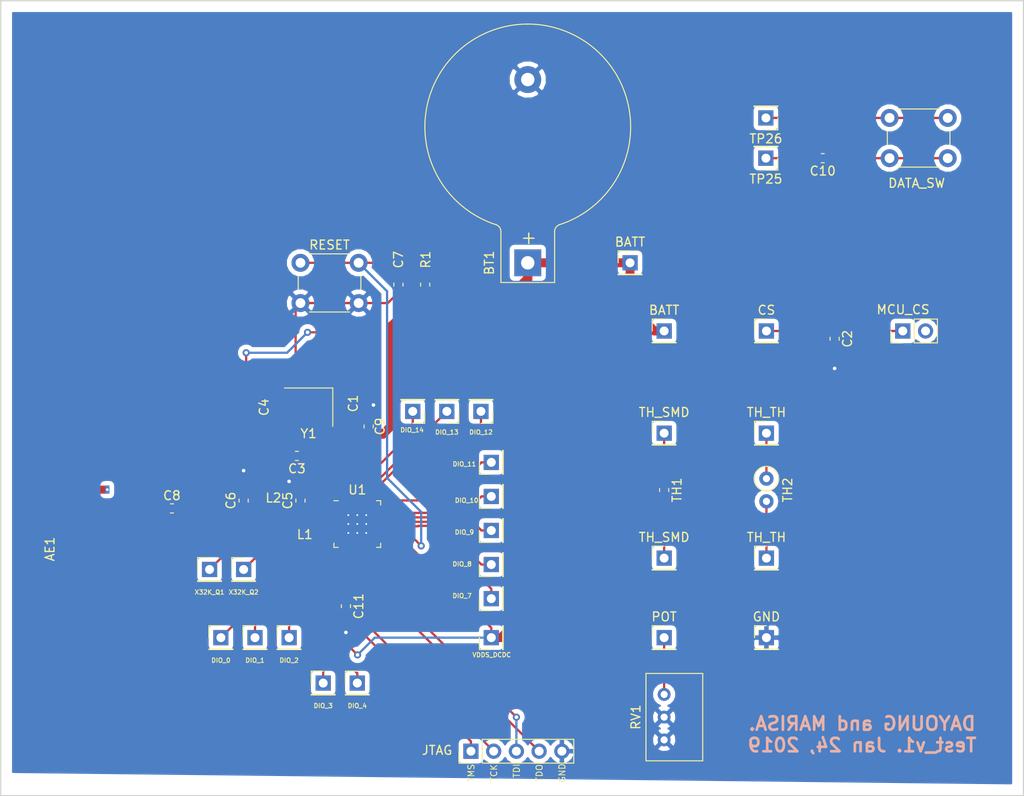
<source format=kicad_pcb>
(kicad_pcb (version 20171130) (host pcbnew "(5.0.0)")

  (general
    (thickness 1.6)
    (drawings 11)
    (tracks 212)
    (zones 0)
    (modules 52)
    (nets 43)
  )

  (page A4)
  (layers
    (0 F.Cu signal)
    (31 B.Cu signal)
    (32 B.Adhes user hide)
    (33 F.Adhes user hide)
    (34 B.Paste user hide)
    (35 F.Paste user hide)
    (36 B.SilkS user)
    (37 F.SilkS user)
    (38 B.Mask user)
    (39 F.Mask user)
    (40 Dwgs.User user hide)
    (41 Cmts.User user hide)
    (42 Eco1.User user hide)
    (43 Eco2.User user hide)
    (44 Edge.Cuts user)
    (45 Margin user hide)
    (46 B.CrtYd user hide)
    (47 F.CrtYd user hide)
    (48 B.Fab user hide)
    (49 F.Fab user hide)
  )

  (setup
    (last_trace_width 0.25)
    (trace_clearance 0.2)
    (zone_clearance 0.254)
    (zone_45_only no)
    (trace_min 0.2)
    (segment_width 0.2)
    (edge_width 0.15)
    (via_size 0.8)
    (via_drill 0.4)
    (via_min_size 0.4)
    (via_min_drill 0.3)
    (uvia_size 0.3)
    (uvia_drill 0.1)
    (uvias_allowed no)
    (uvia_min_size 0.2)
    (uvia_min_drill 0.1)
    (pcb_text_width 0.3)
    (pcb_text_size 1.5 1.5)
    (mod_edge_width 0.15)
    (mod_text_size 1 1)
    (mod_text_width 0.15)
    (pad_size 1.524 1.524)
    (pad_drill 0.762)
    (pad_to_mask_clearance 0.2)
    (aux_axis_origin 0 0)
    (grid_origin 129.06 91.3375)
    (visible_elements 7FFFFFFF)
    (pcbplotparams
      (layerselection 0x010fc_ffffffff)
      (usegerberextensions false)
      (usegerberattributes false)
      (usegerberadvancedattributes false)
      (creategerberjobfile false)
      (excludeedgelayer true)
      (linewidth 0.100000)
      (plotframeref false)
      (viasonmask false)
      (mode 1)
      (useauxorigin false)
      (hpglpennumber 1)
      (hpglpenspeed 20)
      (hpglpendiameter 15.000000)
      (psnegative false)
      (psa4output false)
      (plotreference true)
      (plotvalue true)
      (plotinvisibletext false)
      (padsonsilk false)
      (subtractmaskfromsilk false)
      (outputformat 1)
      (mirror false)
      (drillshape 1)
      (scaleselection 1)
      (outputdirectory ""))
  )

  (net 0 "")
  (net 1 "Net-(AE1-Pad1)")
  (net 2 BATT)
  (net 3 "Net-(C1-Pad1)")
  (net 4 GND)
  (net 5 "Net-(C2-Pad1)")
  (net 6 "Net-(C3-Pad1)")
  (net 7 "Net-(C4-Pad1)")
  (net 8 "Net-(C5-Pad1)")
  (net 9 "Net-(C6-Pad1)")
  (net 10 "Net-(C7-Pad1)")
  (net 11 "Net-(C10-Pad2)")
  (net 12 "Net-(C10-Pad1)")
  (net 13 "Net-(C11-Pad1)")
  (net 14 "Net-(J1-Pad1)")
  (net 15 "Net-(J1-Pad2)")
  (net 16 "Net-(J1-Pad3)")
  (net 17 "Net-(J1-Pad4)")
  (net 18 "Net-(L1-Pad1)")
  (net 19 "Net-(RV1-Pad1)")
  (net 20 "Net-(SW2-Pad2)")
  (net 21 "Net-(TH1-Pad1)")
  (net 22 "Net-(TH1-Pad2)")
  (net 23 "Net-(TH2-Pad1)")
  (net 24 "Net-(TH2-Pad2)")
  (net 25 "Net-(TP6-Pad2)")
  (net 26 "Net-(TP7-Pad1)")
  (net 27 "Net-(TP8-Pad1)")
  (net 28 "Net-(TP9-Pad1)")
  (net 29 "Net-(TP10-Pad1)")
  (net 30 "Net-(TP12-Pad1)")
  (net 31 "Net-(TP14-Pad1)")
  (net 32 "Net-(TP15-Pad1)")
  (net 33 "Net-(TP16-Pad1)")
  (net 34 "Net-(TP17-Pad1)")
  (net 35 "Net-(TP18-Pad1)")
  (net 36 "Net-(TP19-Pad1)")
  (net 37 "Net-(TP20-Pad1)")
  (net 38 "Net-(TP21-Pad1)")
  (net 39 "Net-(TP22-Pad1)")
  (net 40 "Net-(TP23-Pad1)")
  (net 41 "Net-(TP24-Pad1)")
  (net 42 "Net-(U1-Pad17)")

  (net_class Default "This is the default net class."
    (clearance 0.2)
    (trace_width 0.25)
    (via_dia 0.8)
    (via_drill 0.4)
    (uvia_dia 0.3)
    (uvia_drill 0.1)
    (add_net BATT)
    (add_net GND)
    (add_net "Net-(AE1-Pad1)")
    (add_net "Net-(C1-Pad1)")
    (add_net "Net-(C10-Pad1)")
    (add_net "Net-(C10-Pad2)")
    (add_net "Net-(C11-Pad1)")
    (add_net "Net-(C2-Pad1)")
    (add_net "Net-(C3-Pad1)")
    (add_net "Net-(C4-Pad1)")
    (add_net "Net-(C5-Pad1)")
    (add_net "Net-(C6-Pad1)")
    (add_net "Net-(C7-Pad1)")
    (add_net "Net-(J1-Pad1)")
    (add_net "Net-(J1-Pad2)")
    (add_net "Net-(J1-Pad3)")
    (add_net "Net-(J1-Pad4)")
    (add_net "Net-(L1-Pad1)")
    (add_net "Net-(RV1-Pad1)")
    (add_net "Net-(SW2-Pad2)")
    (add_net "Net-(TH1-Pad1)")
    (add_net "Net-(TH1-Pad2)")
    (add_net "Net-(TH2-Pad1)")
    (add_net "Net-(TH2-Pad2)")
    (add_net "Net-(TP10-Pad1)")
    (add_net "Net-(TP12-Pad1)")
    (add_net "Net-(TP14-Pad1)")
    (add_net "Net-(TP15-Pad1)")
    (add_net "Net-(TP16-Pad1)")
    (add_net "Net-(TP17-Pad1)")
    (add_net "Net-(TP18-Pad1)")
    (add_net "Net-(TP19-Pad1)")
    (add_net "Net-(TP20-Pad1)")
    (add_net "Net-(TP21-Pad1)")
    (add_net "Net-(TP22-Pad1)")
    (add_net "Net-(TP23-Pad1)")
    (add_net "Net-(TP24-Pad1)")
    (add_net "Net-(TP6-Pad2)")
    (add_net "Net-(TP7-Pad1)")
    (add_net "Net-(TP8-Pad1)")
    (add_net "Net-(TP9-Pad1)")
    (add_net "Net-(U1-Pad17)")
  )

  (module Battery:BatteryHolder_Keystone_103_1x20mm (layer F.Cu) (tedit 5787C32C) (tstamp 5C53353A)
    (at 149.86 59.69 90)
    (descr http://www.keyelco.com/product-pdf.cfm?p=719)
    (tags "Keystone type 103 battery holder")
    (path /5C474DED)
    (fp_text reference BT1 (at 0 -4.3 90) (layer F.SilkS)
      (effects (font (size 1 1) (thickness 0.15)))
    )
    (fp_text value Battery_Cell (at 15 13 90) (layer F.Fab)
      (effects (font (size 1 1) (thickness 0.15)))
    )
    (fp_text user + (at 2.75 0 90) (layer F.SilkS)
      (effects (font (size 1.5 1.5) (thickness 0.15)))
    )
    (fp_text user %R (at 0 0 90) (layer F.Fab)
      (effects (font (size 1 1) (thickness 0.15)))
    )
    (fp_arc (start 15.2 0) (end 4.01 3.6) (angle -162.5) (layer F.CrtYd) (width 0.05))
    (fp_arc (start 15.2 0) (end 4.01 -3.6) (angle 162.5) (layer F.CrtYd) (width 0.05))
    (fp_arc (start 3.5 3.8) (end 3.5 3.25) (angle 70) (layer F.CrtYd) (width 0.05))
    (fp_arc (start 3.5 -3.8) (end 3.5 -3.25) (angle -70) (layer F.CrtYd) (width 0.05))
    (fp_arc (start 15.2 0) (end 4.25 3.5) (angle -162.5) (layer F.SilkS) (width 0.12))
    (fp_arc (start 3.5 3.8) (end 3.5 3) (angle 70) (layer F.SilkS) (width 0.12))
    (fp_arc (start 15.2 0) (end 4.25 -3.5) (angle 162.5) (layer F.SilkS) (width 0.12))
    (fp_arc (start 3.5 -3.8) (end 3.5 -3) (angle -70) (layer F.SilkS) (width 0.12))
    (fp_arc (start 3.5 3.8) (end 3.5 2.9) (angle 70) (layer F.Fab) (width 0.1))
    (fp_arc (start 15.2 0) (end 4.35 3.5) (angle -162.5) (layer F.Fab) (width 0.1))
    (fp_arc (start 15.2 0) (end 4.35 -3.5) (angle 162.5) (layer F.Fab) (width 0.1))
    (fp_arc (start 15.2 0) (end 5.2 1.3) (angle -180) (layer F.Fab) (width 0.1))
    (fp_line (start -2.45 -3.25) (end 3.5 -3.25) (layer F.CrtYd) (width 0.05))
    (fp_line (start -2.45 3.25) (end 3.5 3.25) (layer F.CrtYd) (width 0.05))
    (fp_line (start -2.45 3.25) (end -2.45 -3.25) (layer F.CrtYd) (width 0.05))
    (fp_line (start -2.2 -3) (end 3.5 -3) (layer F.SilkS) (width 0.12))
    (fp_line (start -2.2 3) (end -2.2 -3) (layer F.SilkS) (width 0.12))
    (fp_line (start -2.2 3) (end 3.5 3) (layer F.SilkS) (width 0.12))
    (fp_arc (start 15.2 0) (end 9 1.3) (angle -170) (layer F.Fab) (width 0.1))
    (fp_arc (start 15.2 0) (end 13.3 1.3) (angle -150) (layer F.Fab) (width 0.1))
    (fp_line (start 23.5712 7.7216) (end 22.6568 6.8834) (layer F.Fab) (width 0.1))
    (fp_line (start 23.5712 -7.7216) (end 22.6314 -6.858) (layer F.Fab) (width 0.1))
    (fp_arc (start 15.2 0) (end 13.3 -1.3) (angle 150) (layer F.Fab) (width 0.1))
    (fp_arc (start 15.2 0) (end 9 -1.3) (angle 170) (layer F.Fab) (width 0.1))
    (fp_arc (start 15.2 0) (end 5.2 -1.3) (angle 180) (layer F.Fab) (width 0.1))
    (fp_line (start 3.5306 -2.9) (end -1.7 -2.9) (layer F.Fab) (width 0.1))
    (fp_line (start -1.7 2.9) (end 3.5306 2.9) (layer F.Fab) (width 0.1))
    (fp_line (start -2.1 -2.5) (end -2.1 2.5) (layer F.Fab) (width 0.1))
    (fp_line (start 0 1.3) (end 16.2 1.3) (layer F.Fab) (width 0.1))
    (fp_line (start 16.2 -1.3) (end 0 -1.3) (layer F.Fab) (width 0.1))
    (fp_arc (start 3.5 -3.8) (end 3.5 -2.9) (angle -70) (layer F.Fab) (width 0.1))
    (fp_arc (start 16.2 0) (end 16.2 -1.3) (angle 180) (layer F.Fab) (width 0.1))
    (fp_line (start 0 -1.3) (end 0 1.3) (layer F.Fab) (width 0.1))
    (fp_arc (start -1.7 2.5) (end -2.1 2.5) (angle -90) (layer F.Fab) (width 0.1))
    (fp_arc (start -1.7 -2.5) (end -2.1 -2.5) (angle 90) (layer F.Fab) (width 0.1))
    (pad 2 thru_hole circle (at 20.49 0 90) (size 3 3) (drill 1.5) (layers *.Cu *.Mask)
      (net 4 GND))
    (pad 1 thru_hole rect (at 0 0 90) (size 3 3) (drill 1.5) (layers *.Cu *.Mask)
      (net 2 BATT))
    (model ${KISYS3DMOD}/Battery.3dshapes/BatteryHolder_Keystone_103_1x20mm.wrl
      (at (xyz 0 0 0))
      (scale (xyz 1 1 1))
      (rotate (xyz 0 0 0))
    )
  )

  (module Capacitor_SMD:C_0402_1005Metric (layer F.Cu) (tedit 5B301BBE) (tstamp 5C53359C)
    (at 129.18 75.415 270)
    (descr "Capacitor SMD 0402 (1005 Metric), square (rectangular) end terminal, IPC_7351 nominal, (Body size source: http://www.tortai-tech.com/upload/download/2011102023233369053.pdf), generated with kicad-footprint-generator")
    (tags capacitor)
    (path /5C463EC6)
    (attr smd)
    (fp_text reference C1 (at 0 -1.17 270) (layer F.SilkS)
      (effects (font (size 1 1) (thickness 0.15)))
    )
    (fp_text value 9pF (at 0 1.17 270) (layer F.Fab)
      (effects (font (size 1 1) (thickness 0.15)))
    )
    (fp_line (start -0.5 0.25) (end -0.5 -0.25) (layer F.Fab) (width 0.1))
    (fp_line (start -0.5 -0.25) (end 0.5 -0.25) (layer F.Fab) (width 0.1))
    (fp_line (start 0.5 -0.25) (end 0.5 0.25) (layer F.Fab) (width 0.1))
    (fp_line (start 0.5 0.25) (end -0.5 0.25) (layer F.Fab) (width 0.1))
    (fp_line (start -0.93 0.47) (end -0.93 -0.47) (layer F.CrtYd) (width 0.05))
    (fp_line (start -0.93 -0.47) (end 0.93 -0.47) (layer F.CrtYd) (width 0.05))
    (fp_line (start 0.93 -0.47) (end 0.93 0.47) (layer F.CrtYd) (width 0.05))
    (fp_line (start 0.93 0.47) (end -0.93 0.47) (layer F.CrtYd) (width 0.05))
    (fp_text user %R (at 0 0 270) (layer F.Fab)
      (effects (font (size 0.25 0.25) (thickness 0.04)))
    )
    (pad 1 smd roundrect (at -0.485 0 270) (size 0.59 0.64) (layers F.Cu F.Paste F.Mask) (roundrect_rratio 0.25)
      (net 3 "Net-(C1-Pad1)"))
    (pad 2 smd roundrect (at 0.485 0 270) (size 0.59 0.64) (layers F.Cu F.Paste F.Mask) (roundrect_rratio 0.25)
      (net 4 GND))
    (model ${KISYS3DMOD}/Capacitor_SMD.3dshapes/C_0402_1005Metric.wrl
      (at (xyz 0 0 0))
      (scale (xyz 1 1 1))
      (rotate (xyz 0 0 0))
    )
  )

  (module Capacitor_SMD:C_0603_1608Metric_Pad1.05x0.95mm_HandSolder (layer F.Cu) (tedit 5B301BBE) (tstamp 5C5334F0)
    (at 184.15 68.185 270)
    (descr "Capacitor SMD 0603 (1608 Metric), square (rectangular) end terminal, IPC_7351 nominal with elongated pad for handsoldering. (Body size source: http://www.tortai-tech.com/upload/download/2011102023233369053.pdf), generated with kicad-footprint-generator")
    (tags "capacitor handsolder")
    (path /5C3D0C04)
    (attr smd)
    (fp_text reference C2 (at 0 -1.43 270) (layer F.SilkS)
      (effects (font (size 1 1) (thickness 0.15)))
    )
    (fp_text value 1nF (at 0 1.43 270) (layer F.Fab)
      (effects (font (size 1 1) (thickness 0.15)))
    )
    (fp_line (start -0.8 0.4) (end -0.8 -0.4) (layer F.Fab) (width 0.1))
    (fp_line (start -0.8 -0.4) (end 0.8 -0.4) (layer F.Fab) (width 0.1))
    (fp_line (start 0.8 -0.4) (end 0.8 0.4) (layer F.Fab) (width 0.1))
    (fp_line (start 0.8 0.4) (end -0.8 0.4) (layer F.Fab) (width 0.1))
    (fp_line (start -0.171267 -0.51) (end 0.171267 -0.51) (layer F.SilkS) (width 0.12))
    (fp_line (start -0.171267 0.51) (end 0.171267 0.51) (layer F.SilkS) (width 0.12))
    (fp_line (start -1.65 0.73) (end -1.65 -0.73) (layer F.CrtYd) (width 0.05))
    (fp_line (start -1.65 -0.73) (end 1.65 -0.73) (layer F.CrtYd) (width 0.05))
    (fp_line (start 1.65 -0.73) (end 1.65 0.73) (layer F.CrtYd) (width 0.05))
    (fp_line (start 1.65 0.73) (end -1.65 0.73) (layer F.CrtYd) (width 0.05))
    (fp_text user %R (at 0 0 270) (layer F.Fab)
      (effects (font (size 0.4 0.4) (thickness 0.06)))
    )
    (pad 1 smd roundrect (at -0.875 0 270) (size 1.05 0.95) (layers F.Cu F.Paste F.Mask) (roundrect_rratio 0.25)
      (net 5 "Net-(C2-Pad1)"))
    (pad 2 smd roundrect (at 0.875 0 270) (size 1.05 0.95) (layers F.Cu F.Paste F.Mask) (roundrect_rratio 0.25)
      (net 4 GND))
    (model ${KISYS3DMOD}/Capacitor_SMD.3dshapes/C_0603_1608Metric.wrl
      (at (xyz 0 0 0))
      (scale (xyz 1 1 1))
      (rotate (xyz 0 0 0))
    )
  )

  (module Capacitor_SMD:C_0603_1608Metric_Pad1.05x0.95mm_HandSolder (layer F.Cu) (tedit 5B301BBE) (tstamp 5C534652)
    (at 124.065 81.28 180)
    (descr "Capacitor SMD 0603 (1608 Metric), square (rectangular) end terminal, IPC_7351 nominal with elongated pad for handsoldering. (Body size source: http://www.tortai-tech.com/upload/download/2011102023233369053.pdf), generated with kicad-footprint-generator")
    (tags "capacitor handsolder")
    (path /5C48C0BA)
    (attr smd)
    (fp_text reference C3 (at 0 -1.43 180) (layer F.SilkS)
      (effects (font (size 1 1) (thickness 0.15)))
    )
    (fp_text value 10uF (at 0 1.43 180) (layer F.Fab)
      (effects (font (size 1 1) (thickness 0.15)))
    )
    (fp_line (start -0.8 0.4) (end -0.8 -0.4) (layer F.Fab) (width 0.1))
    (fp_line (start -0.8 -0.4) (end 0.8 -0.4) (layer F.Fab) (width 0.1))
    (fp_line (start 0.8 -0.4) (end 0.8 0.4) (layer F.Fab) (width 0.1))
    (fp_line (start 0.8 0.4) (end -0.8 0.4) (layer F.Fab) (width 0.1))
    (fp_line (start -0.171267 -0.51) (end 0.171267 -0.51) (layer F.SilkS) (width 0.12))
    (fp_line (start -0.171267 0.51) (end 0.171267 0.51) (layer F.SilkS) (width 0.12))
    (fp_line (start -1.65 0.73) (end -1.65 -0.73) (layer F.CrtYd) (width 0.05))
    (fp_line (start -1.65 -0.73) (end 1.65 -0.73) (layer F.CrtYd) (width 0.05))
    (fp_line (start 1.65 -0.73) (end 1.65 0.73) (layer F.CrtYd) (width 0.05))
    (fp_line (start 1.65 0.73) (end -1.65 0.73) (layer F.CrtYd) (width 0.05))
    (fp_text user %R (at 0 0 180) (layer F.Fab)
      (effects (font (size 0.4 0.4) (thickness 0.06)))
    )
    (pad 1 smd roundrect (at -0.875 0 180) (size 1.05 0.95) (layers F.Cu F.Paste F.Mask) (roundrect_rratio 0.25)
      (net 6 "Net-(C3-Pad1)"))
    (pad 2 smd roundrect (at 0.875 0 180) (size 1.05 0.95) (layers F.Cu F.Paste F.Mask) (roundrect_rratio 0.25)
      (net 4 GND))
    (model ${KISYS3DMOD}/Capacitor_SMD.3dshapes/C_0603_1608Metric.wrl
      (at (xyz 0 0 0))
      (scale (xyz 1 1 1))
      (rotate (xyz 0 0 0))
    )
  )

  (module Capacitor_SMD:C_0402_1005Metric (layer F.Cu) (tedit 5B301BBE) (tstamp 5C533494)
    (at 121.56 75.835 90)
    (descr "Capacitor SMD 0402 (1005 Metric), square (rectangular) end terminal, IPC_7351 nominal, (Body size source: http://www.tortai-tech.com/upload/download/2011102023233369053.pdf), generated with kicad-footprint-generator")
    (tags capacitor)
    (path /5C463E78)
    (attr smd)
    (fp_text reference C4 (at 0 -1.17 90) (layer F.SilkS)
      (effects (font (size 1 1) (thickness 0.15)))
    )
    (fp_text value 9pF (at 0 1.17 90) (layer F.Fab)
      (effects (font (size 1 1) (thickness 0.15)))
    )
    (fp_text user %R (at 0 0 90) (layer F.Fab)
      (effects (font (size 0.25 0.25) (thickness 0.04)))
    )
    (fp_line (start 0.93 0.47) (end -0.93 0.47) (layer F.CrtYd) (width 0.05))
    (fp_line (start 0.93 -0.47) (end 0.93 0.47) (layer F.CrtYd) (width 0.05))
    (fp_line (start -0.93 -0.47) (end 0.93 -0.47) (layer F.CrtYd) (width 0.05))
    (fp_line (start -0.93 0.47) (end -0.93 -0.47) (layer F.CrtYd) (width 0.05))
    (fp_line (start 0.5 0.25) (end -0.5 0.25) (layer F.Fab) (width 0.1))
    (fp_line (start 0.5 -0.25) (end 0.5 0.25) (layer F.Fab) (width 0.1))
    (fp_line (start -0.5 -0.25) (end 0.5 -0.25) (layer F.Fab) (width 0.1))
    (fp_line (start -0.5 0.25) (end -0.5 -0.25) (layer F.Fab) (width 0.1))
    (pad 2 smd roundrect (at 0.485 0 90) (size 0.59 0.64) (layers F.Cu F.Paste F.Mask) (roundrect_rratio 0.25)
      (net 4 GND))
    (pad 1 smd roundrect (at -0.485 0 90) (size 0.59 0.64) (layers F.Cu F.Paste F.Mask) (roundrect_rratio 0.25)
      (net 7 "Net-(C4-Pad1)"))
    (model ${KISYS3DMOD}/Capacitor_SMD.3dshapes/C_0402_1005Metric.wrl
      (at (xyz 0 0 0))
      (scale (xyz 1 1 1))
      (rotate (xyz 0 0 0))
    )
  )

  (module Capacitor_SMD:C_0603_1608Metric_Pad1.05x0.95mm_HandSolder (layer F.Cu) (tedit 5B301BBE) (tstamp 5C533427)
    (at 124.46 86.275 90)
    (descr "Capacitor SMD 0603 (1608 Metric), square (rectangular) end terminal, IPC_7351 nominal with elongated pad for handsoldering. (Body size source: http://www.tortai-tech.com/upload/download/2011102023233369053.pdf), generated with kicad-footprint-generator")
    (tags "capacitor handsolder")
    (path /5C4C9434)
    (attr smd)
    (fp_text reference C5 (at 0 -1.43 90) (layer F.SilkS)
      (effects (font (size 1 1) (thickness 0.15)))
    )
    (fp_text value 1.2pF (at 0 1.43 90) (layer F.Fab)
      (effects (font (size 1 1) (thickness 0.15)))
    )
    (fp_line (start -0.8 0.4) (end -0.8 -0.4) (layer F.Fab) (width 0.1))
    (fp_line (start -0.8 -0.4) (end 0.8 -0.4) (layer F.Fab) (width 0.1))
    (fp_line (start 0.8 -0.4) (end 0.8 0.4) (layer F.Fab) (width 0.1))
    (fp_line (start 0.8 0.4) (end -0.8 0.4) (layer F.Fab) (width 0.1))
    (fp_line (start -0.171267 -0.51) (end 0.171267 -0.51) (layer F.SilkS) (width 0.12))
    (fp_line (start -0.171267 0.51) (end 0.171267 0.51) (layer F.SilkS) (width 0.12))
    (fp_line (start -1.65 0.73) (end -1.65 -0.73) (layer F.CrtYd) (width 0.05))
    (fp_line (start -1.65 -0.73) (end 1.65 -0.73) (layer F.CrtYd) (width 0.05))
    (fp_line (start 1.65 -0.73) (end 1.65 0.73) (layer F.CrtYd) (width 0.05))
    (fp_line (start 1.65 0.73) (end -1.65 0.73) (layer F.CrtYd) (width 0.05))
    (fp_text user %R (at 0 0 90) (layer F.Fab)
      (effects (font (size 0.4 0.4) (thickness 0.06)))
    )
    (pad 1 smd roundrect (at -0.875 0 90) (size 1.05 0.95) (layers F.Cu F.Paste F.Mask) (roundrect_rratio 0.25)
      (net 8 "Net-(C5-Pad1)"))
    (pad 2 smd roundrect (at 0.875 0 90) (size 1.05 0.95) (layers F.Cu F.Paste F.Mask) (roundrect_rratio 0.25)
      (net 4 GND))
    (model ${KISYS3DMOD}/Capacitor_SMD.3dshapes/C_0603_1608Metric.wrl
      (at (xyz 0 0 0))
      (scale (xyz 1 1 1))
      (rotate (xyz 0 0 0))
    )
  )

  (module Capacitor_SMD:C_0603_1608Metric_Pad1.05x0.95mm_HandSolder (layer F.Cu) (tedit 5B301BBE) (tstamp 5C5333F7)
    (at 118.11 86.275 90)
    (descr "Capacitor SMD 0603 (1608 Metric), square (rectangular) end terminal, IPC_7351 nominal with elongated pad for handsoldering. (Body size source: http://www.tortai-tech.com/upload/download/2011102023233369053.pdf), generated with kicad-footprint-generator")
    (tags "capacitor handsolder")
    (path /5C4CA192)
    (attr smd)
    (fp_text reference C6 (at 0 -1.43 90) (layer F.SilkS)
      (effects (font (size 1 1) (thickness 0.15)))
    )
    (fp_text value 1.2pF (at 0 1.43 90) (layer F.Fab)
      (effects (font (size 1 1) (thickness 0.15)))
    )
    (fp_text user %R (at 0 0 90) (layer F.Fab)
      (effects (font (size 0.4 0.4) (thickness 0.06)))
    )
    (fp_line (start 1.65 0.73) (end -1.65 0.73) (layer F.CrtYd) (width 0.05))
    (fp_line (start 1.65 -0.73) (end 1.65 0.73) (layer F.CrtYd) (width 0.05))
    (fp_line (start -1.65 -0.73) (end 1.65 -0.73) (layer F.CrtYd) (width 0.05))
    (fp_line (start -1.65 0.73) (end -1.65 -0.73) (layer F.CrtYd) (width 0.05))
    (fp_line (start -0.171267 0.51) (end 0.171267 0.51) (layer F.SilkS) (width 0.12))
    (fp_line (start -0.171267 -0.51) (end 0.171267 -0.51) (layer F.SilkS) (width 0.12))
    (fp_line (start 0.8 0.4) (end -0.8 0.4) (layer F.Fab) (width 0.1))
    (fp_line (start 0.8 -0.4) (end 0.8 0.4) (layer F.Fab) (width 0.1))
    (fp_line (start -0.8 -0.4) (end 0.8 -0.4) (layer F.Fab) (width 0.1))
    (fp_line (start -0.8 0.4) (end -0.8 -0.4) (layer F.Fab) (width 0.1))
    (pad 2 smd roundrect (at 0.875 0 90) (size 1.05 0.95) (layers F.Cu F.Paste F.Mask) (roundrect_rratio 0.25)
      (net 4 GND))
    (pad 1 smd roundrect (at -0.875 0 90) (size 1.05 0.95) (layers F.Cu F.Paste F.Mask) (roundrect_rratio 0.25)
      (net 9 "Net-(C6-Pad1)"))
    (model ${KISYS3DMOD}/Capacitor_SMD.3dshapes/C_0603_1608Metric.wrl
      (at (xyz 0 0 0))
      (scale (xyz 1 1 1))
      (rotate (xyz 0 0 0))
    )
  )

  (module Capacitor_SMD:C_0603_1608Metric_Pad1.05x0.95mm_HandSolder (layer F.Cu) (tedit 5B301BBE) (tstamp 5C5394B7)
    (at 135.41 62.1275 270)
    (descr "Capacitor SMD 0603 (1608 Metric), square (rectangular) end terminal, IPC_7351 nominal with elongated pad for handsoldering. (Body size source: http://www.tortai-tech.com/upload/download/2011102023233369053.pdf), generated with kicad-footprint-generator")
    (tags "capacitor handsolder")
    (path /5C4766F9)
    (attr smd)
    (fp_text reference C7 (at -2.794 0 270) (layer F.SilkS)
      (effects (font (size 1 1) (thickness 0.15)))
    )
    (fp_text value 100nF (at 0 1.43 270) (layer F.Fab)
      (effects (font (size 1 1) (thickness 0.15)))
    )
    (fp_line (start -0.8 0.4) (end -0.8 -0.4) (layer F.Fab) (width 0.1))
    (fp_line (start -0.8 -0.4) (end 0.8 -0.4) (layer F.Fab) (width 0.1))
    (fp_line (start 0.8 -0.4) (end 0.8 0.4) (layer F.Fab) (width 0.1))
    (fp_line (start 0.8 0.4) (end -0.8 0.4) (layer F.Fab) (width 0.1))
    (fp_line (start -0.171267 -0.51) (end 0.171267 -0.51) (layer F.SilkS) (width 0.12))
    (fp_line (start -0.171267 0.51) (end 0.171267 0.51) (layer F.SilkS) (width 0.12))
    (fp_line (start -1.65 0.73) (end -1.65 -0.73) (layer F.CrtYd) (width 0.05))
    (fp_line (start -1.65 -0.73) (end 1.65 -0.73) (layer F.CrtYd) (width 0.05))
    (fp_line (start 1.65 -0.73) (end 1.65 0.73) (layer F.CrtYd) (width 0.05))
    (fp_line (start 1.65 0.73) (end -1.65 0.73) (layer F.CrtYd) (width 0.05))
    (fp_text user %R (at 0 0 270) (layer F.Fab)
      (effects (font (size 0.4 0.4) (thickness 0.06)))
    )
    (pad 1 smd roundrect (at -0.875 0 270) (size 1.05 0.95) (layers F.Cu F.Paste F.Mask) (roundrect_rratio 0.25)
      (net 10 "Net-(C7-Pad1)"))
    (pad 2 smd roundrect (at 0.875 0 270) (size 1.05 0.95) (layers F.Cu F.Paste F.Mask) (roundrect_rratio 0.25)
      (net 4 GND))
    (model ${KISYS3DMOD}/Capacitor_SMD.3dshapes/C_0603_1608Metric.wrl
      (at (xyz 0 0 0))
      (scale (xyz 1 1 1))
      (rotate (xyz 0 0 0))
    )
  )

  (module Capacitor_SMD:C_0603_1608Metric_Pad1.05x0.95mm_HandSolder (layer F.Cu) (tedit 5B301BBE) (tstamp 5C538140)
    (at 110.095 87.15)
    (descr "Capacitor SMD 0603 (1608 Metric), square (rectangular) end terminal, IPC_7351 nominal with elongated pad for handsoldering. (Body size source: http://www.tortai-tech.com/upload/download/2011102023233369053.pdf), generated with kicad-footprint-generator")
    (tags "capacitor handsolder")
    (path /5C4CA30A)
    (attr smd)
    (fp_text reference C8 (at 0 -1.43) (layer F.SilkS)
      (effects (font (size 1 1) (thickness 0.15)))
    )
    (fp_text value 12pF (at 0 1.43) (layer F.Fab)
      (effects (font (size 1 1) (thickness 0.15)))
    )
    (fp_line (start -0.8 0.4) (end -0.8 -0.4) (layer F.Fab) (width 0.1))
    (fp_line (start -0.8 -0.4) (end 0.8 -0.4) (layer F.Fab) (width 0.1))
    (fp_line (start 0.8 -0.4) (end 0.8 0.4) (layer F.Fab) (width 0.1))
    (fp_line (start 0.8 0.4) (end -0.8 0.4) (layer F.Fab) (width 0.1))
    (fp_line (start -0.171267 -0.51) (end 0.171267 -0.51) (layer F.SilkS) (width 0.12))
    (fp_line (start -0.171267 0.51) (end 0.171267 0.51) (layer F.SilkS) (width 0.12))
    (fp_line (start -1.65 0.73) (end -1.65 -0.73) (layer F.CrtYd) (width 0.05))
    (fp_line (start -1.65 -0.73) (end 1.65 -0.73) (layer F.CrtYd) (width 0.05))
    (fp_line (start 1.65 -0.73) (end 1.65 0.73) (layer F.CrtYd) (width 0.05))
    (fp_line (start 1.65 0.73) (end -1.65 0.73) (layer F.CrtYd) (width 0.05))
    (fp_text user %R (at 0 0) (layer F.Fab)
      (effects (font (size 0.4 0.4) (thickness 0.06)))
    )
    (pad 1 smd roundrect (at -0.875 0) (size 1.05 0.95) (layers F.Cu F.Paste F.Mask) (roundrect_rratio 0.25)
      (net 1 "Net-(AE1-Pad1)"))
    (pad 2 smd roundrect (at 0.875 0) (size 1.05 0.95) (layers F.Cu F.Paste F.Mask) (roundrect_rratio 0.25)
      (net 9 "Net-(C6-Pad1)"))
    (model ${KISYS3DMOD}/Capacitor_SMD.3dshapes/C_0603_1608Metric.wrl
      (at (xyz 0 0 0))
      (scale (xyz 1 1 1))
      (rotate (xyz 0 0 0))
    )
  )

  (module Capacitor_SMD:C_0603_1608Metric_Pad1.05x0.95mm_HandSolder (layer F.Cu) (tedit 5B301BBE) (tstamp 5C533367)
    (at 132.08 77.9885 90)
    (descr "Capacitor SMD 0603 (1608 Metric), square (rectangular) end terminal, IPC_7351 nominal with elongated pad for handsoldering. (Body size source: http://www.tortai-tech.com/upload/download/2011102023233369053.pdf), generated with kicad-footprint-generator")
    (tags "capacitor handsolder")
    (path /5C4753D3)
    (attr smd)
    (fp_text reference C9 (at 0 1.27 90) (layer F.SilkS)
      (effects (font (size 1 1) (thickness 0.15)))
    )
    (fp_text value 10uF (at 0 1.43 90) (layer F.Fab)
      (effects (font (size 1 1) (thickness 0.15)))
    )
    (fp_text user %R (at -0.245001 -1.125001 90) (layer F.Fab)
      (effects (font (size 0.4 0.4) (thickness 0.06)))
    )
    (fp_line (start 1.65 0.73) (end -1.65 0.73) (layer F.CrtYd) (width 0.05))
    (fp_line (start 1.65 -0.73) (end 1.65 0.73) (layer F.CrtYd) (width 0.05))
    (fp_line (start -1.65 -0.73) (end 1.65 -0.73) (layer F.CrtYd) (width 0.05))
    (fp_line (start -1.65 0.73) (end -1.65 -0.73) (layer F.CrtYd) (width 0.05))
    (fp_line (start -0.171267 0.51) (end 0.171267 0.51) (layer F.SilkS) (width 0.12))
    (fp_line (start -0.171267 -0.51) (end 0.171267 -0.51) (layer F.SilkS) (width 0.12))
    (fp_line (start 0.8 0.4) (end -0.8 0.4) (layer F.Fab) (width 0.1))
    (fp_line (start 0.8 -0.4) (end 0.8 0.4) (layer F.Fab) (width 0.1))
    (fp_line (start -0.8 -0.4) (end 0.8 -0.4) (layer F.Fab) (width 0.1))
    (fp_line (start -0.8 0.4) (end -0.8 -0.4) (layer F.Fab) (width 0.1))
    (pad 2 smd roundrect (at 0.875 0 90) (size 1.05 0.95) (layers F.Cu F.Paste F.Mask) (roundrect_rratio 0.25)
      (net 4 GND))
    (pad 1 smd roundrect (at -0.875 0 90) (size 1.05 0.95) (layers F.Cu F.Paste F.Mask) (roundrect_rratio 0.25)
      (net 2 BATT))
    (model ${KISYS3DMOD}/Capacitor_SMD.3dshapes/C_0603_1608Metric.wrl
      (at (xyz 0 0 0))
      (scale (xyz 1 1 1))
      (rotate (xyz 0 0 0))
    )
  )

  (module Capacitor_SMD:C_0603_1608Metric_Pad1.05x0.95mm_HandSolder (layer F.Cu) (tedit 5B301BBE) (tstamp 5C532A5B)
    (at 182.820314 47.988355 180)
    (descr "Capacitor SMD 0603 (1608 Metric), square (rectangular) end terminal, IPC_7351 nominal with elongated pad for handsoldering. (Body size source: http://www.tortai-tech.com/upload/download/2011102023233369053.pdf), generated with kicad-footprint-generator")
    (tags "capacitor handsolder")
    (path /5C4DDB8F)
    (attr smd)
    (fp_text reference C10 (at 0 -1.43 180) (layer F.SilkS)
      (effects (font (size 1 1) (thickness 0.15)))
    )
    (fp_text value 100nF (at 0 1.43 180) (layer F.Fab)
      (effects (font (size 1 1) (thickness 0.15)))
    )
    (fp_text user %R (at 0 0 180) (layer F.Fab)
      (effects (font (size 0.4 0.4) (thickness 0.06)))
    )
    (fp_line (start 1.65 0.73) (end -1.65 0.73) (layer F.CrtYd) (width 0.05))
    (fp_line (start 1.65 -0.73) (end 1.65 0.73) (layer F.CrtYd) (width 0.05))
    (fp_line (start -1.65 -0.73) (end 1.65 -0.73) (layer F.CrtYd) (width 0.05))
    (fp_line (start -1.65 0.73) (end -1.65 -0.73) (layer F.CrtYd) (width 0.05))
    (fp_line (start -0.171267 0.51) (end 0.171267 0.51) (layer F.SilkS) (width 0.12))
    (fp_line (start -0.171267 -0.51) (end 0.171267 -0.51) (layer F.SilkS) (width 0.12))
    (fp_line (start 0.8 0.4) (end -0.8 0.4) (layer F.Fab) (width 0.1))
    (fp_line (start 0.8 -0.4) (end 0.8 0.4) (layer F.Fab) (width 0.1))
    (fp_line (start -0.8 -0.4) (end 0.8 -0.4) (layer F.Fab) (width 0.1))
    (fp_line (start -0.8 0.4) (end -0.8 -0.4) (layer F.Fab) (width 0.1))
    (pad 2 smd roundrect (at 0.875 0 180) (size 1.05 0.95) (layers F.Cu F.Paste F.Mask) (roundrect_rratio 0.25)
      (net 11 "Net-(C10-Pad2)"))
    (pad 1 smd roundrect (at -0.875 0 180) (size 1.05 0.95) (layers F.Cu F.Paste F.Mask) (roundrect_rratio 0.25)
      (net 12 "Net-(C10-Pad1)"))
    (model ${KISYS3DMOD}/Capacitor_SMD.3dshapes/C_0603_1608Metric.wrl
      (at (xyz 0 0 0))
      (scale (xyz 1 1 1))
      (rotate (xyz 0 0 0))
    )
  )

  (module Capacitor_SMD:C_0603_1608Metric_Pad1.05x0.95mm_HandSolder (layer F.Cu) (tedit 5B301BBE) (tstamp 5C532E63)
    (at 129.54 98.0825 270)
    (descr "Capacitor SMD 0603 (1608 Metric), square (rectangular) end terminal, IPC_7351 nominal with elongated pad for handsoldering. (Body size source: http://www.tortai-tech.com/upload/download/2011102023233369053.pdf), generated with kicad-footprint-generator")
    (tags "capacitor handsolder")
    (path /5C4AC698)
    (attr smd)
    (fp_text reference C11 (at 0 -1.43 270) (layer F.SilkS)
      (effects (font (size 1 1) (thickness 0.15)))
    )
    (fp_text value 1uF (at 0 1.43 270) (layer F.Fab)
      (effects (font (size 1 1) (thickness 0.15)))
    )
    (fp_line (start -0.8 0.4) (end -0.8 -0.4) (layer F.Fab) (width 0.1))
    (fp_line (start -0.8 -0.4) (end 0.8 -0.4) (layer F.Fab) (width 0.1))
    (fp_line (start 0.8 -0.4) (end 0.8 0.4) (layer F.Fab) (width 0.1))
    (fp_line (start 0.8 0.4) (end -0.8 0.4) (layer F.Fab) (width 0.1))
    (fp_line (start -0.171267 -0.51) (end 0.171267 -0.51) (layer F.SilkS) (width 0.12))
    (fp_line (start -0.171267 0.51) (end 0.171267 0.51) (layer F.SilkS) (width 0.12))
    (fp_line (start -1.65 0.73) (end -1.65 -0.73) (layer F.CrtYd) (width 0.05))
    (fp_line (start -1.65 -0.73) (end 1.65 -0.73) (layer F.CrtYd) (width 0.05))
    (fp_line (start 1.65 -0.73) (end 1.65 0.73) (layer F.CrtYd) (width 0.05))
    (fp_line (start 1.65 0.73) (end -1.65 0.73) (layer F.CrtYd) (width 0.05))
    (fp_text user %R (at 0 0 270) (layer F.Fab)
      (effects (font (size 0.4 0.4) (thickness 0.06)))
    )
    (pad 1 smd roundrect (at -0.875 0 270) (size 1.05 0.95) (layers F.Cu F.Paste F.Mask) (roundrect_rratio 0.25)
      (net 13 "Net-(C11-Pad1)"))
    (pad 2 smd roundrect (at 0.875 0 270) (size 1.05 0.95) (layers F.Cu F.Paste F.Mask) (roundrect_rratio 0.25)
      (net 4 GND))
    (model ${KISYS3DMOD}/Capacitor_SMD.3dshapes/C_0603_1608Metric.wrl
      (at (xyz 0 0 0))
      (scale (xyz 1 1 1))
      (rotate (xyz 0 0 0))
    )
  )

  (module Connector_PinHeader_2.54mm:PinHeader_1x05_P2.54mm_Vertical (layer F.Cu) (tedit 5C4A3C9C) (tstamp 5C532FF7)
    (at 143.51 114.3 90)
    (descr "Through hole straight pin header, 1x05, 2.54mm pitch, single row")
    (tags "Through hole pin header THT 1x05 2.54mm single row")
    (path /5C466B1D)
    (fp_text reference JTAG (at 0.1025 -3.782 180) (layer F.SilkS)
      (effects (font (size 1 1) (thickness 0.15)))
    )
    (fp_text value Conn_01x05_Male (at 0 12.49 90) (layer F.Fab)
      (effects (font (size 1 1) (thickness 0.15)))
    )
    (fp_line (start -0.635 -1.27) (end 1.27 -1.27) (layer F.Fab) (width 0.1))
    (fp_line (start 1.27 -1.27) (end 1.27 11.43) (layer F.Fab) (width 0.1))
    (fp_line (start 1.27 11.43) (end -1.27 11.43) (layer F.Fab) (width 0.1))
    (fp_line (start -1.27 11.43) (end -1.27 -0.635) (layer F.Fab) (width 0.1))
    (fp_line (start -1.27 -0.635) (end -0.635 -1.27) (layer F.Fab) (width 0.1))
    (fp_line (start -1.33 11.49) (end 1.33 11.49) (layer F.SilkS) (width 0.12))
    (fp_line (start -1.33 1.27) (end -1.33 11.49) (layer F.SilkS) (width 0.12))
    (fp_line (start 1.33 1.27) (end 1.33 11.49) (layer F.SilkS) (width 0.12))
    (fp_line (start -1.33 1.27) (end 1.33 1.27) (layer F.SilkS) (width 0.12))
    (fp_line (start -1.33 0) (end -1.33 -1.33) (layer F.SilkS) (width 0.12))
    (fp_line (start -1.33 -1.33) (end 0 -1.33) (layer F.SilkS) (width 0.12))
    (fp_line (start -1.8 -1.8) (end -1.8 11.95) (layer F.CrtYd) (width 0.05))
    (fp_line (start -1.8 11.95) (end 1.8 11.95) (layer F.CrtYd) (width 0.05))
    (fp_line (start 1.8 11.95) (end 1.8 -1.8) (layer F.CrtYd) (width 0.05))
    (fp_line (start 1.8 -1.8) (end -1.8 -1.8) (layer F.CrtYd) (width 0.05))
    (fp_text user %R (at 0 5.08 180) (layer F.Fab)
      (effects (font (size 1 1) (thickness 0.15)))
    )
    (pad 1 thru_hole rect (at 0 0 90) (size 1.7 1.7) (drill 1) (layers *.Cu *.Mask)
      (net 14 "Net-(J1-Pad1)"))
    (pad 2 thru_hole oval (at 0 2.54 90) (size 1.7 1.7) (drill 1) (layers *.Cu *.Mask)
      (net 15 "Net-(J1-Pad2)"))
    (pad 3 thru_hole oval (at 0 5.08 90) (size 1.7 1.7) (drill 1) (layers *.Cu *.Mask)
      (net 16 "Net-(J1-Pad3)"))
    (pad 4 thru_hole oval (at 0 7.62 90) (size 1.7 1.7) (drill 1) (layers *.Cu *.Mask)
      (net 17 "Net-(J1-Pad4)"))
    (pad 5 thru_hole oval (at 0 10.16 90) (size 1.7 1.7) (drill 1) (layers *.Cu *.Mask)
      (net 4 GND))
    (model ${KISYS3DMOD}/Connector_PinHeader_2.54mm.3dshapes/PinHeader_1x05_P2.54mm_Vertical.wrl
      (at (xyz 0 0 0))
      (scale (xyz 1 1 1))
      (rotate (xyz 0 0 0))
    )
  )

  (module Inductor_SMD:L_0402_1005Metric (layer F.Cu) (tedit 5C47AFE5) (tstamp 5C533245)
    (at 124.945 88.9 180)
    (descr "Inductor SMD 0402 (1005 Metric), square (rectangular) end terminal, IPC_7351 nominal, (Body size source: http://www.tortai-tech.com/upload/download/2011102023233369053.pdf), generated with kicad-footprint-generator")
    (tags inductor)
    (path /5C4CA506)
    (attr smd)
    (fp_text reference L1 (at 0 -1.17 180) (layer F.SilkS)
      (effects (font (size 1 1) (thickness 0.15)))
    )
    (fp_text value 15nH (at 0 1.17 180) (layer F.Fab)
      (effects (font (size 1 1) (thickness 0.15)))
    )
    (fp_text user %R (at 0 0 180) (layer F.Fab)
      (effects (font (size 0.25 0.25) (thickness 0.04)))
    )
    (fp_line (start 0.93 0.47) (end -0.93 0.47) (layer F.CrtYd) (width 0.05))
    (fp_line (start 0.93 -0.47) (end 0.93 0.47) (layer F.CrtYd) (width 0.05))
    (fp_line (start -0.93 -0.47) (end 0.93 -0.47) (layer F.CrtYd) (width 0.05))
    (fp_line (start -0.93 0.47) (end -0.93 -0.47) (layer F.CrtYd) (width 0.05))
    (fp_line (start 0.5 0.25) (end -0.5 0.25) (layer F.Fab) (width 0.1))
    (fp_line (start 0.5 -0.25) (end 0.5 0.25) (layer F.Fab) (width 0.1))
    (fp_line (start -0.5 -0.25) (end 0.5 -0.25) (layer F.Fab) (width 0.1))
    (fp_line (start -0.5 0.25) (end -0.5 -0.25) (layer F.Fab) (width 0.1))
    (pad 2 smd roundrect (at 0.485 0 180) (size 0.59 0.64) (layers F.Cu F.Paste F.Mask) (roundrect_rratio 0.25)
      (net 8 "Net-(C5-Pad1)"))
    (pad 1 smd roundrect (at -0.485 0 180) (size 0.59 0.64) (layers F.Cu F.Paste F.Mask) (roundrect_rratio 0.25)
      (net 18 "Net-(L1-Pad1)"))
    (model ${KISYS3DMOD}/Inductor_SMD.3dshapes/L_0402_1005Metric.wrl
      (at (xyz 0 0 0))
      (scale (xyz 1 1 1))
      (rotate (xyz 0 0 0))
    )
  )

  (module Inductor_SMD:L_0402_1005Metric (layer F.Cu) (tedit 5B301BBE) (tstamp 5C532C93)
    (at 121.435 87.15)
    (descr "Inductor SMD 0402 (1005 Metric), square (rectangular) end terminal, IPC_7351 nominal, (Body size source: http://www.tortai-tech.com/upload/download/2011102023233369053.pdf), generated with kicad-footprint-generator")
    (tags inductor)
    (path /5C4CA476)
    (attr smd)
    (fp_text reference L2 (at 0 -1.17) (layer F.SilkS)
      (effects (font (size 1 1) (thickness 0.15)))
    )
    (fp_text value "2 nH" (at 0 1.17) (layer F.Fab)
      (effects (font (size 1 1) (thickness 0.15)))
    )
    (fp_line (start -0.5 0.25) (end -0.5 -0.25) (layer F.Fab) (width 0.1))
    (fp_line (start -0.5 -0.25) (end 0.5 -0.25) (layer F.Fab) (width 0.1))
    (fp_line (start 0.5 -0.25) (end 0.5 0.25) (layer F.Fab) (width 0.1))
    (fp_line (start 0.5 0.25) (end -0.5 0.25) (layer F.Fab) (width 0.1))
    (fp_line (start -0.93 0.47) (end -0.93 -0.47) (layer F.CrtYd) (width 0.05))
    (fp_line (start -0.93 -0.47) (end 0.93 -0.47) (layer F.CrtYd) (width 0.05))
    (fp_line (start 0.93 -0.47) (end 0.93 0.47) (layer F.CrtYd) (width 0.05))
    (fp_line (start 0.93 0.47) (end -0.93 0.47) (layer F.CrtYd) (width 0.05))
    (fp_text user %R (at 0 0) (layer F.Fab)
      (effects (font (size 0.25 0.25) (thickness 0.04)))
    )
    (pad 1 smd roundrect (at -0.485 0) (size 0.59 0.64) (layers F.Cu F.Paste F.Mask) (roundrect_rratio 0.25)
      (net 9 "Net-(C6-Pad1)"))
    (pad 2 smd roundrect (at 0.485 0) (size 0.59 0.64) (layers F.Cu F.Paste F.Mask) (roundrect_rratio 0.25)
      (net 8 "Net-(C5-Pad1)"))
    (model ${KISYS3DMOD}/Inductor_SMD.3dshapes/L_0402_1005Metric.wrl
      (at (xyz 0 0 0))
      (scale (xyz 1 1 1))
      (rotate (xyz 0 0 0))
    )
  )

  (module Resistor_SMD:R_0603_1608Metric_Pad1.05x0.95mm_HandSolder (layer F.Cu) (tedit 5B301BBD) (tstamp 5C5394E7)
    (at 138.39551 62.1275 90)
    (descr "Resistor SMD 0603 (1608 Metric), square (rectangular) end terminal, IPC_7351 nominal with elongated pad for handsoldering. (Body size source: http://www.tortai-tech.com/upload/download/2011102023233369053.pdf), generated with kicad-footprint-generator")
    (tags "resistor handsolder")
    (path /5C476384)
    (attr smd)
    (fp_text reference R1 (at 2.794 0.06249 90) (layer F.SilkS)
      (effects (font (size 1 1) (thickness 0.15)))
    )
    (fp_text value 100K (at 0 1.43 90) (layer F.Fab)
      (effects (font (size 1 1) (thickness 0.15)))
    )
    (fp_text user %R (at 0 0 90) (layer F.Fab)
      (effects (font (size 0.4 0.4) (thickness 0.06)))
    )
    (fp_line (start 1.65 0.73) (end -1.65 0.73) (layer F.CrtYd) (width 0.05))
    (fp_line (start 1.65 -0.73) (end 1.65 0.73) (layer F.CrtYd) (width 0.05))
    (fp_line (start -1.65 -0.73) (end 1.65 -0.73) (layer F.CrtYd) (width 0.05))
    (fp_line (start -1.65 0.73) (end -1.65 -0.73) (layer F.CrtYd) (width 0.05))
    (fp_line (start -0.171267 0.51) (end 0.171267 0.51) (layer F.SilkS) (width 0.12))
    (fp_line (start -0.171267 -0.51) (end 0.171267 -0.51) (layer F.SilkS) (width 0.12))
    (fp_line (start 0.8 0.4) (end -0.8 0.4) (layer F.Fab) (width 0.1))
    (fp_line (start 0.8 -0.4) (end 0.8 0.4) (layer F.Fab) (width 0.1))
    (fp_line (start -0.8 -0.4) (end 0.8 -0.4) (layer F.Fab) (width 0.1))
    (fp_line (start -0.8 0.4) (end -0.8 -0.4) (layer F.Fab) (width 0.1))
    (pad 2 smd roundrect (at 0.875 0 90) (size 1.05 0.95) (layers F.Cu F.Paste F.Mask) (roundrect_rratio 0.25)
      (net 10 "Net-(C7-Pad1)"))
    (pad 1 smd roundrect (at -0.875 0 90) (size 1.05 0.95) (layers F.Cu F.Paste F.Mask) (roundrect_rratio 0.25)
      (net 2 BATT))
    (model ${KISYS3DMOD}/Resistor_SMD.3dshapes/R_0603_1608Metric.wrl
      (at (xyz 0 0 0))
      (scale (xyz 1 1 1))
      (rotate (xyz 0 0 0))
    )
  )

  (module Potentiometer_THT:Potentiometer_Bourns_3299W_Vertical (layer F.Cu) (tedit 5A3D4994) (tstamp 5C53332B)
    (at 165.1 107.95 90)
    (descr "Potentiometer, vertical, Bourns 3299W, https://www.bourns.com/pdfs/3299.pdf")
    (tags "Potentiometer vertical Bourns 3299W")
    (path /5C3D0672)
    (fp_text reference RV1 (at -2.54 -3.16 90) (layer F.SilkS)
      (effects (font (size 1 1) (thickness 0.15)))
    )
    (fp_text value R_POT_TRIM_US (at -2.54 5.44 90) (layer F.Fab)
      (effects (font (size 1 1) (thickness 0.15)))
    )
    (fp_circle (center 0.955 2.92) (end 2.05 2.92) (layer F.Fab) (width 0.1))
    (fp_line (start -7.305 -1.91) (end -7.305 4.19) (layer F.Fab) (width 0.1))
    (fp_line (start -7.305 4.19) (end 2.225 4.19) (layer F.Fab) (width 0.1))
    (fp_line (start 2.225 4.19) (end 2.225 -1.91) (layer F.Fab) (width 0.1))
    (fp_line (start 2.225 -1.91) (end -7.305 -1.91) (layer F.Fab) (width 0.1))
    (fp_line (start 0.955 4.005) (end 0.956 1.836) (layer F.Fab) (width 0.1))
    (fp_line (start 0.955 4.005) (end 0.956 1.836) (layer F.Fab) (width 0.1))
    (fp_line (start -7.425 -2.03) (end 2.345 -2.03) (layer F.SilkS) (width 0.12))
    (fp_line (start -7.425 4.31) (end 2.345 4.31) (layer F.SilkS) (width 0.12))
    (fp_line (start -7.425 -2.03) (end -7.425 4.31) (layer F.SilkS) (width 0.12))
    (fp_line (start 2.345 -2.03) (end 2.345 4.31) (layer F.SilkS) (width 0.12))
    (fp_line (start -7.6 -2.2) (end -7.6 4.45) (layer F.CrtYd) (width 0.05))
    (fp_line (start -7.6 4.45) (end 2.5 4.45) (layer F.CrtYd) (width 0.05))
    (fp_line (start 2.5 4.45) (end 2.5 -2.2) (layer F.CrtYd) (width 0.05))
    (fp_line (start 2.5 -2.2) (end -7.6 -2.2) (layer F.CrtYd) (width 0.05))
    (fp_text user %R (at -3.175 1.14 90) (layer F.Fab)
      (effects (font (size 1 1) (thickness 0.15)))
    )
    (pad 1 thru_hole circle (at 0 0 90) (size 1.44 1.44) (drill 0.8) (layers *.Cu *.Mask)
      (net 19 "Net-(RV1-Pad1)"))
    (pad 2 thru_hole circle (at -2.54 0 90) (size 1.44 1.44) (drill 0.8) (layers *.Cu *.Mask)
      (net 4 GND))
    (pad 3 thru_hole circle (at -5.08 0 90) (size 1.44 1.44) (drill 0.8) (layers *.Cu *.Mask)
      (net 4 GND))
    (model ${KISYS3DMOD}/Potentiometer_THT.3dshapes/Potentiometer_Bourns_3299W_Vertical.wrl
      (at (xyz 0 0 0))
      (scale (xyz 1 1 1))
      (rotate (xyz 0 0 0))
    )
  )

  (module Button_Switch_THT:SW_PUSH_6mm (layer F.Cu) (tedit 5C47B45A) (tstamp 5C539525)
    (at 124.46 59.69)
    (descr https://www.omron.com/ecb/products/pdf/en-b3f.pdf)
    (tags "tact sw push 6mm")
    (path /5C47664A)
    (fp_text reference RESET (at 3.25 -2) (layer F.SilkS)
      (effects (font (size 1 1) (thickness 0.15)))
    )
    (fp_text value SW_Push (at 3.75 6.7) (layer F.Fab)
      (effects (font (size 1 1) (thickness 0.15)))
    )
    (fp_text user %R (at 3.25 2.25) (layer F.Fab)
      (effects (font (size 1 1) (thickness 0.15)))
    )
    (fp_line (start 3.25 -0.75) (end 6.25 -0.75) (layer F.Fab) (width 0.1))
    (fp_line (start 6.25 -0.75) (end 6.25 5.25) (layer F.Fab) (width 0.1))
    (fp_line (start 6.25 5.25) (end 0.25 5.25) (layer F.Fab) (width 0.1))
    (fp_line (start 0.25 5.25) (end 0.25 -0.75) (layer F.Fab) (width 0.1))
    (fp_line (start 0.25 -0.75) (end 3.25 -0.75) (layer F.Fab) (width 0.1))
    (fp_line (start 7.75 6) (end 8 6) (layer F.CrtYd) (width 0.05))
    (fp_line (start 8 6) (end 8 5.75) (layer F.CrtYd) (width 0.05))
    (fp_line (start 7.75 -1.5) (end 8 -1.5) (layer F.CrtYd) (width 0.05))
    (fp_line (start 8 -1.5) (end 8 -1.25) (layer F.CrtYd) (width 0.05))
    (fp_line (start -1.5 -1.25) (end -1.5 -1.5) (layer F.CrtYd) (width 0.05))
    (fp_line (start -1.5 -1.5) (end -1.25 -1.5) (layer F.CrtYd) (width 0.05))
    (fp_line (start -1.5 5.75) (end -1.5 6) (layer F.CrtYd) (width 0.05))
    (fp_line (start -1.5 6) (end -1.25 6) (layer F.CrtYd) (width 0.05))
    (fp_line (start -1.25 -1.5) (end 7.75 -1.5) (layer F.CrtYd) (width 0.05))
    (fp_line (start -1.5 5.75) (end -1.5 -1.25) (layer F.CrtYd) (width 0.05))
    (fp_line (start 7.75 6) (end -1.25 6) (layer F.CrtYd) (width 0.05))
    (fp_line (start 8 -1.25) (end 8 5.75) (layer F.CrtYd) (width 0.05))
    (fp_line (start 1 5.5) (end 5.5 5.5) (layer F.SilkS) (width 0.12))
    (fp_line (start -0.25 1.5) (end -0.25 3) (layer F.SilkS) (width 0.12))
    (fp_line (start 5.5 -1) (end 1 -1) (layer F.SilkS) (width 0.12))
    (fp_line (start 6.75 3) (end 6.75 1.5) (layer F.SilkS) (width 0.12))
    (fp_circle (center 3.25 2.25) (end 1.25 2.5) (layer F.Fab) (width 0.1))
    (pad 2 thru_hole circle (at 0 4.5 90) (size 2 2) (drill 1.1) (layers *.Cu *.Mask)
      (net 4 GND))
    (pad 1 thru_hole circle (at 0 0 90) (size 2 2) (drill 1.1) (layers *.Cu *.Mask)
      (net 10 "Net-(C7-Pad1)"))
    (pad 2 thru_hole circle (at 6.5 4.5 90) (size 2 2) (drill 1.1) (layers *.Cu *.Mask)
      (net 4 GND))
    (pad 1 thru_hole circle (at 6.5 0 90) (size 2 2) (drill 1.1) (layers *.Cu *.Mask)
      (net 10 "Net-(C7-Pad1)"))
    (model ${KISYS3DMOD}/Button_Switch_THT.3dshapes/SW_PUSH_6mm.wrl
      (at (xyz 0 0 0))
      (scale (xyz 1 1 1))
      (rotate (xyz 0 0 0))
    )
  )

  (module Button_Switch_THT:SW_PUSH_6mm (layer F.Cu) (tedit 5C4A3FC4) (tstamp 5C532F37)
    (at 196.790314 47.988355 180)
    (descr https://www.omron.com/ecb/products/pdf/en-b3f.pdf)
    (tags "tact sw push 6mm")
    (path /5C4DD8E9)
    (fp_text reference DATA_SW (at 3.474999 -2.795001 180) (layer F.SilkS)
      (effects (font (size 1 1) (thickness 0.15)))
    )
    (fp_text value SW_Push (at 3.75 6.7 180) (layer F.Fab)
      (effects (font (size 1 1) (thickness 0.15)))
    )
    (fp_circle (center 3.25 2.25) (end 1.25 2.5) (layer F.Fab) (width 0.1))
    (fp_line (start 6.75 3) (end 6.75 1.5) (layer F.SilkS) (width 0.12))
    (fp_line (start 5.5 -1) (end 1 -1) (layer F.SilkS) (width 0.12))
    (fp_line (start -0.25 1.5) (end -0.25 3) (layer F.SilkS) (width 0.12))
    (fp_line (start 1 5.5) (end 5.5 5.5) (layer F.SilkS) (width 0.12))
    (fp_line (start 8 -1.25) (end 8 5.75) (layer F.CrtYd) (width 0.05))
    (fp_line (start 7.75 6) (end -1.25 6) (layer F.CrtYd) (width 0.05))
    (fp_line (start -1.5 5.75) (end -1.5 -1.25) (layer F.CrtYd) (width 0.05))
    (fp_line (start -1.25 -1.5) (end 7.75 -1.5) (layer F.CrtYd) (width 0.05))
    (fp_line (start -1.5 6) (end -1.25 6) (layer F.CrtYd) (width 0.05))
    (fp_line (start -1.5 5.75) (end -1.5 6) (layer F.CrtYd) (width 0.05))
    (fp_line (start -1.5 -1.5) (end -1.25 -1.5) (layer F.CrtYd) (width 0.05))
    (fp_line (start -1.5 -1.25) (end -1.5 -1.5) (layer F.CrtYd) (width 0.05))
    (fp_line (start 8 -1.5) (end 8 -1.25) (layer F.CrtYd) (width 0.05))
    (fp_line (start 7.75 -1.5) (end 8 -1.5) (layer F.CrtYd) (width 0.05))
    (fp_line (start 8 6) (end 8 5.75) (layer F.CrtYd) (width 0.05))
    (fp_line (start 7.75 6) (end 8 6) (layer F.CrtYd) (width 0.05))
    (fp_line (start 0.25 -0.75) (end 3.25 -0.75) (layer F.Fab) (width 0.1))
    (fp_line (start 0.25 5.25) (end 0.25 -0.75) (layer F.Fab) (width 0.1))
    (fp_line (start 6.25 5.25) (end 0.25 5.25) (layer F.Fab) (width 0.1))
    (fp_line (start 6.25 -0.75) (end 6.25 5.25) (layer F.Fab) (width 0.1))
    (fp_line (start 3.25 -0.75) (end 6.25 -0.75) (layer F.Fab) (width 0.1))
    (fp_text user %R (at 3.474999 2.284999 180) (layer F.Fab)
      (effects (font (size 1 1) (thickness 0.15)))
    )
    (pad 1 thru_hole circle (at 6.5 0 270) (size 2 2) (drill 1.1) (layers *.Cu *.Mask)
      (net 12 "Net-(C10-Pad1)"))
    (pad 2 thru_hole circle (at 6.5 4.5 270) (size 2 2) (drill 1.1) (layers *.Cu *.Mask)
      (net 20 "Net-(SW2-Pad2)"))
    (pad 1 thru_hole circle (at 0 0 270) (size 2 2) (drill 1.1) (layers *.Cu *.Mask)
      (net 12 "Net-(C10-Pad1)"))
    (pad 2 thru_hole circle (at 0 4.5 270) (size 2 2) (drill 1.1) (layers *.Cu *.Mask)
      (net 20 "Net-(SW2-Pad2)"))
    (model ${KISYS3DMOD}/Button_Switch_THT.3dshapes/SW_PUSH_6mm.wrl
      (at (xyz 0 0 0))
      (scale (xyz 1 1 1))
      (rotate (xyz 0 0 0))
    )
  )

  (module Resistor_SMD:R_0603_1608Metric_Pad1.05x0.95mm_HandSolder (layer F.Cu) (tedit 5B301BBD) (tstamp 5C53312A)
    (at 165.1 85.09 270)
    (descr "Resistor SMD 0603 (1608 Metric), square (rectangular) end terminal, IPC_7351 nominal with elongated pad for handsoldering. (Body size source: http://www.tortai-tech.com/upload/download/2011102023233369053.pdf), generated with kicad-footprint-generator")
    (tags "resistor handsolder")
    (path /5C3D0A76)
    (attr smd)
    (fp_text reference TH1 (at 0 -1.43 270) (layer F.SilkS)
      (effects (font (size 1 1) (thickness 0.15)))
    )
    (fp_text value Thermistor (at 0 1.43 270) (layer F.Fab)
      (effects (font (size 1 1) (thickness 0.15)))
    )
    (fp_line (start -0.8 0.4) (end -0.8 -0.4) (layer F.Fab) (width 0.1))
    (fp_line (start -0.8 -0.4) (end 0.8 -0.4) (layer F.Fab) (width 0.1))
    (fp_line (start 0.8 -0.4) (end 0.8 0.4) (layer F.Fab) (width 0.1))
    (fp_line (start 0.8 0.4) (end -0.8 0.4) (layer F.Fab) (width 0.1))
    (fp_line (start -0.171267 -0.51) (end 0.171267 -0.51) (layer F.SilkS) (width 0.12))
    (fp_line (start -0.171267 0.51) (end 0.171267 0.51) (layer F.SilkS) (width 0.12))
    (fp_line (start -1.65 0.73) (end -1.65 -0.73) (layer F.CrtYd) (width 0.05))
    (fp_line (start -1.65 -0.73) (end 1.65 -0.73) (layer F.CrtYd) (width 0.05))
    (fp_line (start 1.65 -0.73) (end 1.65 0.73) (layer F.CrtYd) (width 0.05))
    (fp_line (start 1.65 0.73) (end -1.65 0.73) (layer F.CrtYd) (width 0.05))
    (fp_text user %R (at 0 0 270) (layer F.Fab)
      (effects (font (size 0.4 0.4) (thickness 0.06)))
    )
    (pad 1 smd roundrect (at -0.875 0 270) (size 1.05 0.95) (layers F.Cu F.Paste F.Mask) (roundrect_rratio 0.25)
      (net 21 "Net-(TH1-Pad1)"))
    (pad 2 smd roundrect (at 0.875 0 270) (size 1.05 0.95) (layers F.Cu F.Paste F.Mask) (roundrect_rratio 0.25)
      (net 22 "Net-(TH1-Pad2)"))
    (model ${KISYS3DMOD}/Resistor_SMD.3dshapes/R_0603_1608Metric.wrl
      (at (xyz 0 0 0))
      (scale (xyz 1 1 1))
      (rotate (xyz 0 0 0))
    )
  )

  (module Resistor_THT:R_Axial_DIN0207_L6.3mm_D2.5mm_P2.54mm_Vertical (layer F.Cu) (tedit 5AE5139B) (tstamp 5C532B79)
    (at 176.53 83.82 270)
    (descr "Resistor, Axial_DIN0207 series, Axial, Vertical, pin pitch=2.54mm, 0.25W = 1/4W, length*diameter=6.3*2.5mm^2, http://cdn-reichelt.de/documents/datenblatt/B400/1_4W%23YAG.pdf")
    (tags "Resistor Axial_DIN0207 series Axial Vertical pin pitch 2.54mm 0.25W = 1/4W length 6.3mm diameter 2.5mm")
    (path /5C4F1E7D)
    (fp_text reference TH2 (at 1.27 -2.37 270) (layer F.SilkS)
      (effects (font (size 1 1) (thickness 0.15)))
    )
    (fp_text value Thermistor (at 1.27 2.37 270) (layer F.Fab)
      (effects (font (size 1 1) (thickness 0.15)))
    )
    (fp_circle (center 0 0) (end 1.25 0) (layer F.Fab) (width 0.1))
    (fp_circle (center 0 0) (end 1.37 0) (layer F.SilkS) (width 0.12))
    (fp_line (start 0 0) (end 2.54 0) (layer F.Fab) (width 0.1))
    (fp_line (start 1.37 0) (end 1.44 0) (layer F.SilkS) (width 0.12))
    (fp_line (start -1.5 -1.5) (end -1.5 1.5) (layer F.CrtYd) (width 0.05))
    (fp_line (start -1.5 1.5) (end 3.59 1.5) (layer F.CrtYd) (width 0.05))
    (fp_line (start 3.59 1.5) (end 3.59 -1.5) (layer F.CrtYd) (width 0.05))
    (fp_line (start 3.59 -1.5) (end -1.5 -1.5) (layer F.CrtYd) (width 0.05))
    (fp_text user %R (at 1.27 -2.37 270) (layer F.Fab)
      (effects (font (size 1 1) (thickness 0.15)))
    )
    (pad 1 thru_hole circle (at 0 0 270) (size 1.6 1.6) (drill 0.8) (layers *.Cu *.Mask)
      (net 23 "Net-(TH2-Pad1)"))
    (pad 2 thru_hole oval (at 2.54 0 270) (size 1.6 1.6) (drill 0.8) (layers *.Cu *.Mask)
      (net 24 "Net-(TH2-Pad2)"))
    (model ${KISYS3DMOD}/Resistor_THT.3dshapes/R_Axial_DIN0207_L6.3mm_D2.5mm_P2.54mm_Vertical.wrl
      (at (xyz 0 0 0))
      (scale (xyz 1 1 1))
      (rotate (xyz 0 0 0))
    )
  )

  (module Connector_PinHeader_2.54mm:PinHeader_1x01_P2.54mm_Vertical (layer F.Cu) (tedit 5C4A3F5B) (tstamp 5C534486)
    (at 165.1 78.74)
    (descr "Through hole straight pin header, 1x01, 2.54mm pitch, single row")
    (tags "Through hole pin header THT 1x01 2.54mm single row")
    (path /5C504226)
    (fp_text reference TH_SMD (at 0 -2.33) (layer F.SilkS)
      (effects (font (size 1 1) (thickness 0.15)))
    )
    (fp_text value TestPoint (at 0 2.33) (layer F.Fab)
      (effects (font (size 1 1) (thickness 0.15)))
    )
    (fp_text user %R (at 0 0 90) (layer F.Fab)
      (effects (font (size 1 1) (thickness 0.15)))
    )
    (fp_line (start 1.8 -1.8) (end -1.8 -1.8) (layer F.CrtYd) (width 0.05))
    (fp_line (start 1.8 1.8) (end 1.8 -1.8) (layer F.CrtYd) (width 0.05))
    (fp_line (start -1.8 1.8) (end 1.8 1.8) (layer F.CrtYd) (width 0.05))
    (fp_line (start -1.8 -1.8) (end -1.8 1.8) (layer F.CrtYd) (width 0.05))
    (fp_line (start -1.33 -1.33) (end 0 -1.33) (layer F.SilkS) (width 0.12))
    (fp_line (start -1.33 0) (end -1.33 -1.33) (layer F.SilkS) (width 0.12))
    (fp_line (start -1.33 1.27) (end 1.33 1.27) (layer F.SilkS) (width 0.12))
    (fp_line (start 1.33 1.27) (end 1.33 1.33) (layer F.SilkS) (width 0.12))
    (fp_line (start -1.33 1.27) (end -1.33 1.33) (layer F.SilkS) (width 0.12))
    (fp_line (start -1.33 1.33) (end 1.33 1.33) (layer F.SilkS) (width 0.12))
    (fp_line (start -1.27 -0.635) (end -0.635 -1.27) (layer F.Fab) (width 0.1))
    (fp_line (start -1.27 1.27) (end -1.27 -0.635) (layer F.Fab) (width 0.1))
    (fp_line (start 1.27 1.27) (end -1.27 1.27) (layer F.Fab) (width 0.1))
    (fp_line (start 1.27 -1.27) (end 1.27 1.27) (layer F.Fab) (width 0.1))
    (fp_line (start -0.635 -1.27) (end 1.27 -1.27) (layer F.Fab) (width 0.1))
    (pad 1 thru_hole rect (at 0 0) (size 1.7 1.7) (drill 1) (layers *.Cu *.Mask)
      (net 21 "Net-(TH1-Pad1)"))
    (model ${KISYS3DMOD}/Connector_PinHeader_2.54mm.3dshapes/PinHeader_1x01_P2.54mm_Vertical.wrl
      (at (xyz 0 0 0))
      (scale (xyz 1 1 1))
      (rotate (xyz 0 0 0))
    )
  )

  (module Connector_PinHeader_2.54mm:PinHeader_1x01_P2.54mm_Vertical (layer F.Cu) (tedit 5C4A3F67) (tstamp 5C532ACB)
    (at 165.1 92.71)
    (descr "Through hole straight pin header, 1x01, 2.54mm pitch, single row")
    (tags "Through hole pin header THT 1x01 2.54mm single row")
    (path /5C5042AA)
    (fp_text reference TH_SMD (at 0 -2.33) (layer F.SilkS)
      (effects (font (size 1 1) (thickness 0.15)))
    )
    (fp_text value TestPoint (at 0 2.33) (layer F.Fab)
      (effects (font (size 1 1) (thickness 0.15)))
    )
    (fp_line (start -0.635 -1.27) (end 1.27 -1.27) (layer F.Fab) (width 0.1))
    (fp_line (start 1.27 -1.27) (end 1.27 1.27) (layer F.Fab) (width 0.1))
    (fp_line (start 1.27 1.27) (end -1.27 1.27) (layer F.Fab) (width 0.1))
    (fp_line (start -1.27 1.27) (end -1.27 -0.635) (layer F.Fab) (width 0.1))
    (fp_line (start -1.27 -0.635) (end -0.635 -1.27) (layer F.Fab) (width 0.1))
    (fp_line (start -1.33 1.33) (end 1.33 1.33) (layer F.SilkS) (width 0.12))
    (fp_line (start -1.33 1.27) (end -1.33 1.33) (layer F.SilkS) (width 0.12))
    (fp_line (start 1.33 1.27) (end 1.33 1.33) (layer F.SilkS) (width 0.12))
    (fp_line (start -1.33 1.27) (end 1.33 1.27) (layer F.SilkS) (width 0.12))
    (fp_line (start -1.33 0) (end -1.33 -1.33) (layer F.SilkS) (width 0.12))
    (fp_line (start -1.33 -1.33) (end 0 -1.33) (layer F.SilkS) (width 0.12))
    (fp_line (start -1.8 -1.8) (end -1.8 1.8) (layer F.CrtYd) (width 0.05))
    (fp_line (start -1.8 1.8) (end 1.8 1.8) (layer F.CrtYd) (width 0.05))
    (fp_line (start 1.8 1.8) (end 1.8 -1.8) (layer F.CrtYd) (width 0.05))
    (fp_line (start 1.8 -1.8) (end -1.8 -1.8) (layer F.CrtYd) (width 0.05))
    (fp_text user %R (at 0 0 90) (layer F.Fab)
      (effects (font (size 1 1) (thickness 0.15)))
    )
    (pad 1 thru_hole rect (at 0 0) (size 1.7 1.7) (drill 1) (layers *.Cu *.Mask)
      (net 22 "Net-(TH1-Pad2)"))
    (model ${KISYS3DMOD}/Connector_PinHeader_2.54mm.3dshapes/PinHeader_1x01_P2.54mm_Vertical.wrl
      (at (xyz 0 0 0))
      (scale (xyz 1 1 1))
      (rotate (xyz 0 0 0))
    )
  )

  (module Connector_PinHeader_2.54mm:PinHeader_1x01_P2.54mm_Vertical (layer F.Cu) (tedit 5C4A4093) (tstamp 5C532F87)
    (at 165.1 101.6)
    (descr "Through hole straight pin header, 1x01, 2.54mm pitch, single row")
    (tags "Through hole pin header THT 1x01 2.54mm single row")
    (path /5C50457D)
    (fp_text reference POT (at 0 -2.33) (layer F.SilkS)
      (effects (font (size 1 1) (thickness 0.15)))
    )
    (fp_text value TestPoint (at 0 2.33) (layer F.Fab)
      (effects (font (size 1 1) (thickness 0.15)))
    )
    (fp_text user %R (at 0 0 90) (layer F.Fab)
      (effects (font (size 1 1) (thickness 0.15)))
    )
    (fp_line (start 1.8 -1.8) (end -1.8 -1.8) (layer F.CrtYd) (width 0.05))
    (fp_line (start 1.8 1.8) (end 1.8 -1.8) (layer F.CrtYd) (width 0.05))
    (fp_line (start -1.8 1.8) (end 1.8 1.8) (layer F.CrtYd) (width 0.05))
    (fp_line (start -1.8 -1.8) (end -1.8 1.8) (layer F.CrtYd) (width 0.05))
    (fp_line (start -1.33 -1.33) (end 0 -1.33) (layer F.SilkS) (width 0.12))
    (fp_line (start -1.33 0) (end -1.33 -1.33) (layer F.SilkS) (width 0.12))
    (fp_line (start -1.33 1.27) (end 1.33 1.27) (layer F.SilkS) (width 0.12))
    (fp_line (start 1.33 1.27) (end 1.33 1.33) (layer F.SilkS) (width 0.12))
    (fp_line (start -1.33 1.27) (end -1.33 1.33) (layer F.SilkS) (width 0.12))
    (fp_line (start -1.33 1.33) (end 1.33 1.33) (layer F.SilkS) (width 0.12))
    (fp_line (start -1.27 -0.635) (end -0.635 -1.27) (layer F.Fab) (width 0.1))
    (fp_line (start -1.27 1.27) (end -1.27 -0.635) (layer F.Fab) (width 0.1))
    (fp_line (start 1.27 1.27) (end -1.27 1.27) (layer F.Fab) (width 0.1))
    (fp_line (start 1.27 -1.27) (end 1.27 1.27) (layer F.Fab) (width 0.1))
    (fp_line (start -0.635 -1.27) (end 1.27 -1.27) (layer F.Fab) (width 0.1))
    (pad 1 thru_hole rect (at 0 0) (size 1.7 1.7) (drill 1) (layers *.Cu *.Mask)
      (net 19 "Net-(RV1-Pad1)"))
    (model ${KISYS3DMOD}/Connector_PinHeader_2.54mm.3dshapes/PinHeader_1x01_P2.54mm_Vertical.wrl
      (at (xyz 0 0 0))
      (scale (xyz 1 1 1))
      (rotate (xyz 0 0 0))
    )
  )

  (module Connector_PinHeader_2.54mm:PinHeader_1x01_P2.54mm_Vertical (layer F.Cu) (tedit 5C4A4068) (tstamp 5C532E97)
    (at 165.1 67.31)
    (descr "Through hole straight pin header, 1x01, 2.54mm pitch, single row")
    (tags "Through hole pin header THT 1x01 2.54mm single row")
    (path /5C503E96)
    (fp_text reference BATT (at 0 -2.33) (layer F.SilkS)
      (effects (font (size 1 1) (thickness 0.15)))
    )
    (fp_text value TestPoint (at 0 2.33) (layer F.Fab)
      (effects (font (size 1 1) (thickness 0.15)))
    )
    (fp_text user %R (at 0 0 90) (layer F.Fab)
      (effects (font (size 1 1) (thickness 0.15)))
    )
    (fp_line (start 1.8 -1.8) (end -1.8 -1.8) (layer F.CrtYd) (width 0.05))
    (fp_line (start 1.8 1.8) (end 1.8 -1.8) (layer F.CrtYd) (width 0.05))
    (fp_line (start -1.8 1.8) (end 1.8 1.8) (layer F.CrtYd) (width 0.05))
    (fp_line (start -1.8 -1.8) (end -1.8 1.8) (layer F.CrtYd) (width 0.05))
    (fp_line (start -1.33 -1.33) (end 0 -1.33) (layer F.SilkS) (width 0.12))
    (fp_line (start -1.33 0) (end -1.33 -1.33) (layer F.SilkS) (width 0.12))
    (fp_line (start -1.33 1.27) (end 1.33 1.27) (layer F.SilkS) (width 0.12))
    (fp_line (start 1.33 1.27) (end 1.33 1.33) (layer F.SilkS) (width 0.12))
    (fp_line (start -1.33 1.27) (end -1.33 1.33) (layer F.SilkS) (width 0.12))
    (fp_line (start -1.33 1.33) (end 1.33 1.33) (layer F.SilkS) (width 0.12))
    (fp_line (start -1.27 -0.635) (end -0.635 -1.27) (layer F.Fab) (width 0.1))
    (fp_line (start -1.27 1.27) (end -1.27 -0.635) (layer F.Fab) (width 0.1))
    (fp_line (start 1.27 1.27) (end -1.27 1.27) (layer F.Fab) (width 0.1))
    (fp_line (start 1.27 -1.27) (end 1.27 1.27) (layer F.Fab) (width 0.1))
    (fp_line (start -0.635 -1.27) (end 1.27 -1.27) (layer F.Fab) (width 0.1))
    (pad 1 thru_hole rect (at 0 0) (size 1.7 1.7) (drill 1) (layers *.Cu *.Mask)
      (net 2 BATT))
    (model ${KISYS3DMOD}/Connector_PinHeader_2.54mm.3dshapes/PinHeader_1x01_P2.54mm_Vertical.wrl
      (at (xyz 0 0 0))
      (scale (xyz 1 1 1))
      (rotate (xyz 0 0 0))
    )
  )

  (module Connector_PinHeader_2.54mm:PinHeader_1x01_P2.54mm_Vertical (layer F.Cu) (tedit 5C4A4089) (tstamp 5C532A23)
    (at 176.53 101.6)
    (descr "Through hole straight pin header, 1x01, 2.54mm pitch, single row")
    (tags "Through hole pin header THT 1x01 2.54mm single row")
    (path /5C5044E7)
    (fp_text reference GND (at 0 -2.33) (layer F.SilkS)
      (effects (font (size 1 1) (thickness 0.15)))
    )
    (fp_text value TestPoint (at 0 2.33) (layer F.Fab)
      (effects (font (size 1 1) (thickness 0.15)))
    )
    (fp_text user %R (at 0 0 90) (layer F.Fab)
      (effects (font (size 1 1) (thickness 0.15)))
    )
    (fp_line (start 1.8 -1.8) (end -1.8 -1.8) (layer F.CrtYd) (width 0.05))
    (fp_line (start 1.8 1.8) (end 1.8 -1.8) (layer F.CrtYd) (width 0.05))
    (fp_line (start -1.8 1.8) (end 1.8 1.8) (layer F.CrtYd) (width 0.05))
    (fp_line (start -1.8 -1.8) (end -1.8 1.8) (layer F.CrtYd) (width 0.05))
    (fp_line (start -1.33 -1.33) (end 0 -1.33) (layer F.SilkS) (width 0.12))
    (fp_line (start -1.33 0) (end -1.33 -1.33) (layer F.SilkS) (width 0.12))
    (fp_line (start -1.33 1.27) (end 1.33 1.27) (layer F.SilkS) (width 0.12))
    (fp_line (start 1.33 1.27) (end 1.33 1.33) (layer F.SilkS) (width 0.12))
    (fp_line (start -1.33 1.27) (end -1.33 1.33) (layer F.SilkS) (width 0.12))
    (fp_line (start -1.33 1.33) (end 1.33 1.33) (layer F.SilkS) (width 0.12))
    (fp_line (start -1.27 -0.635) (end -0.635 -1.27) (layer F.Fab) (width 0.1))
    (fp_line (start -1.27 1.27) (end -1.27 -0.635) (layer F.Fab) (width 0.1))
    (fp_line (start 1.27 1.27) (end -1.27 1.27) (layer F.Fab) (width 0.1))
    (fp_line (start 1.27 -1.27) (end 1.27 1.27) (layer F.Fab) (width 0.1))
    (fp_line (start -0.635 -1.27) (end 1.27 -1.27) (layer F.Fab) (width 0.1))
    (pad 1 thru_hole rect (at 0 0) (size 1.7 1.7) (drill 1) (layers *.Cu *.Mask)
      (net 4 GND))
    (model ${KISYS3DMOD}/Connector_PinHeader_2.54mm.3dshapes/PinHeader_1x01_P2.54mm_Vertical.wrl
      (at (xyz 0 0 0))
      (scale (xyz 1 1 1))
      (rotate (xyz 0 0 0))
    )
  )

  (module Connector_PinHeader_2.54mm:PinHeader_1x02_P2.54mm_Vertical (layer F.Cu) (tedit 5C4A4077) (tstamp 5C5330B4)
    (at 191.77 67.31 90)
    (descr "Through hole straight pin header, 1x02, 2.54mm pitch, single row")
    (tags "Through hole pin header THT 1x02 2.54mm single row")
    (path /5C4741E5)
    (fp_text reference MCU_CS (at 2.3885 0.028 180) (layer F.SilkS)
      (effects (font (size 1 1) (thickness 0.15)))
    )
    (fp_text value . (at 0 4.87 90) (layer F.Fab)
      (effects (font (size 1 1) (thickness 0.15)))
    )
    (fp_line (start -0.635 -1.27) (end 1.27 -1.27) (layer F.Fab) (width 0.1))
    (fp_line (start 1.27 -1.27) (end 1.27 3.81) (layer F.Fab) (width 0.1))
    (fp_line (start 1.27 3.81) (end -1.27 3.81) (layer F.Fab) (width 0.1))
    (fp_line (start -1.27 3.81) (end -1.27 -0.635) (layer F.Fab) (width 0.1))
    (fp_line (start -1.27 -0.635) (end -0.635 -1.27) (layer F.Fab) (width 0.1))
    (fp_line (start -1.33 3.87) (end 1.33 3.87) (layer F.SilkS) (width 0.12))
    (fp_line (start -1.33 1.27) (end -1.33 3.87) (layer F.SilkS) (width 0.12))
    (fp_line (start 1.33 1.27) (end 1.33 3.87) (layer F.SilkS) (width 0.12))
    (fp_line (start -1.33 1.27) (end 1.33 1.27) (layer F.SilkS) (width 0.12))
    (fp_line (start -1.33 0) (end -1.33 -1.33) (layer F.SilkS) (width 0.12))
    (fp_line (start -1.33 -1.33) (end 0 -1.33) (layer F.SilkS) (width 0.12))
    (fp_line (start -1.8 -1.8) (end -1.8 4.35) (layer F.CrtYd) (width 0.05))
    (fp_line (start -1.8 4.35) (end 1.8 4.35) (layer F.CrtYd) (width 0.05))
    (fp_line (start 1.8 4.35) (end 1.8 -1.8) (layer F.CrtYd) (width 0.05))
    (fp_line (start 1.8 -1.8) (end -1.8 -1.8) (layer F.CrtYd) (width 0.05))
    (fp_text user %R (at 0 1.27 180) (layer F.Fab)
      (effects (font (size 1 1) (thickness 0.15)))
    )
    (pad 1 thru_hole rect (at 0 0 90) (size 1.7 1.7) (drill 1) (layers *.Cu *.Mask)
      (net 5 "Net-(C2-Pad1)"))
    (pad 2 thru_hole oval (at 0 2.54 90) (size 1.7 1.7) (drill 1) (layers *.Cu *.Mask)
      (net 25 "Net-(TP6-Pad2)"))
    (model ${KISYS3DMOD}/Connector_PinHeader_2.54mm.3dshapes/PinHeader_1x02_P2.54mm_Vertical.wrl
      (at (xyz 0 0 0))
      (scale (xyz 1 1 1))
      (rotate (xyz 0 0 0))
    )
  )

  (module Connector_PinHeader_2.54mm:PinHeader_1x01_P2.54mm_Vertical (layer F.Cu) (tedit 5C4A3CE7) (tstamp 5C5332ED)
    (at 144.629616 76.299954 180)
    (descr "Through hole straight pin header, 1x01, 2.54mm pitch, single row")
    (tags "Through hole pin header THT 1x01 2.54mm single row")
    (path /5C4E0181)
    (fp_text reference DIO_12 (at 0 -2.33 180) (layer F.SilkS)
      (effects (font (size 0.5 0.5) (thickness 0.1)))
    )
    (fp_text value TestPoint (at 0 2.33 180) (layer F.Fab)
      (effects (font (size 1 1) (thickness 0.15)))
    )
    (fp_text user %R (at 0 0 270) (layer F.Fab)
      (effects (font (size 1 1) (thickness 0.15)))
    )
    (fp_line (start 1.8 -1.8) (end -1.8 -1.8) (layer F.CrtYd) (width 0.05))
    (fp_line (start 1.8 1.8) (end 1.8 -1.8) (layer F.CrtYd) (width 0.05))
    (fp_line (start -1.8 1.8) (end 1.8 1.8) (layer F.CrtYd) (width 0.05))
    (fp_line (start -1.8 -1.8) (end -1.8 1.8) (layer F.CrtYd) (width 0.05))
    (fp_line (start -1.33 -1.33) (end 0 -1.33) (layer F.SilkS) (width 0.12))
    (fp_line (start -1.33 0) (end -1.33 -1.33) (layer F.SilkS) (width 0.12))
    (fp_line (start -1.33 1.27) (end 1.33 1.27) (layer F.SilkS) (width 0.12))
    (fp_line (start 1.33 1.27) (end 1.33 1.33) (layer F.SilkS) (width 0.12))
    (fp_line (start -1.33 1.27) (end -1.33 1.33) (layer F.SilkS) (width 0.12))
    (fp_line (start -1.33 1.33) (end 1.33 1.33) (layer F.SilkS) (width 0.12))
    (fp_line (start -1.27 -0.635) (end -0.635 -1.27) (layer F.Fab) (width 0.1))
    (fp_line (start -1.27 1.27) (end -1.27 -0.635) (layer F.Fab) (width 0.1))
    (fp_line (start 1.27 1.27) (end -1.27 1.27) (layer F.Fab) (width 0.1))
    (fp_line (start 1.27 -1.27) (end 1.27 1.27) (layer F.Fab) (width 0.1))
    (fp_line (start -0.635 -1.27) (end 1.27 -1.27) (layer F.Fab) (width 0.1))
    (pad 1 thru_hole rect (at 0 0 180) (size 1.7 1.7) (drill 1) (layers *.Cu *.Mask)
      (net 26 "Net-(TP7-Pad1)"))
    (model ${KISYS3DMOD}/Connector_PinHeader_2.54mm.3dshapes/PinHeader_1x01_P2.54mm_Vertical.wrl
      (at (xyz 0 0 0))
      (scale (xyz 1 1 1))
      (rotate (xyz 0 0 0))
    )
  )

  (module Connector_PinHeader_2.54mm:PinHeader_1x01_P2.54mm_Vertical (layer F.Cu) (tedit 5C4A3CD1) (tstamp 5C53426A)
    (at 140.819616 76.299954 180)
    (descr "Through hole straight pin header, 1x01, 2.54mm pitch, single row")
    (tags "Through hole pin header THT 1x01 2.54mm single row")
    (path /5C4E0237)
    (fp_text reference DIO_13 (at 0 -2.33 180) (layer F.SilkS)
      (effects (font (size 0.5 0.5) (thickness 0.1)))
    )
    (fp_text value TestPoint (at 0 2.33 180) (layer F.Fab)
      (effects (font (size 1 1) (thickness 0.15)))
    )
    (fp_line (start -0.635 -1.27) (end 1.27 -1.27) (layer F.Fab) (width 0.1))
    (fp_line (start 1.27 -1.27) (end 1.27 1.27) (layer F.Fab) (width 0.1))
    (fp_line (start 1.27 1.27) (end -1.27 1.27) (layer F.Fab) (width 0.1))
    (fp_line (start -1.27 1.27) (end -1.27 -0.635) (layer F.Fab) (width 0.1))
    (fp_line (start -1.27 -0.635) (end -0.635 -1.27) (layer F.Fab) (width 0.1))
    (fp_line (start -1.33 1.33) (end 1.33 1.33) (layer F.SilkS) (width 0.12))
    (fp_line (start -1.33 1.27) (end -1.33 1.33) (layer F.SilkS) (width 0.12))
    (fp_line (start 1.33 1.27) (end 1.33 1.33) (layer F.SilkS) (width 0.12))
    (fp_line (start -1.33 1.27) (end 1.33 1.27) (layer F.SilkS) (width 0.12))
    (fp_line (start -1.33 0) (end -1.33 -1.33) (layer F.SilkS) (width 0.12))
    (fp_line (start -1.33 -1.33) (end 0 -1.33) (layer F.SilkS) (width 0.12))
    (fp_line (start -1.8 -1.8) (end -1.8 1.8) (layer F.CrtYd) (width 0.05))
    (fp_line (start -1.8 1.8) (end 1.8 1.8) (layer F.CrtYd) (width 0.05))
    (fp_line (start 1.8 1.8) (end 1.8 -1.8) (layer F.CrtYd) (width 0.05))
    (fp_line (start 1.8 -1.8) (end -1.8 -1.8) (layer F.CrtYd) (width 0.05))
    (fp_text user %R (at 0 0 270) (layer F.Fab)
      (effects (font (size 1 1) (thickness 0.15)))
    )
    (pad 1 thru_hole rect (at 0 0 180) (size 1.7 1.7) (drill 1) (layers *.Cu *.Mask)
      (net 27 "Net-(TP8-Pad1)"))
    (model ${KISYS3DMOD}/Connector_PinHeader_2.54mm.3dshapes/PinHeader_1x01_P2.54mm_Vertical.wrl
      (at (xyz 0 0 0))
      (scale (xyz 1 1 1))
      (rotate (xyz 0 0 0))
    )
  )

  (module Connector_PinHeader_2.54mm:PinHeader_1x01_P2.54mm_Vertical (layer F.Cu) (tedit 5C4A3CC0) (tstamp 5C532CC3)
    (at 137.009616 76.299954 180)
    (descr "Through hole straight pin header, 1x01, 2.54mm pitch, single row")
    (tags "Through hole pin header THT 1x01 2.54mm single row")
    (path /5C4E02AF)
    (fp_text reference DIO_14 (at 0.075616 -2.083546 180) (layer F.SilkS)
      (effects (font (size 0.5 0.5) (thickness 0.1)))
    )
    (fp_text value TestPoint (at 0 2.33 180) (layer F.Fab)
      (effects (font (size 1 1) (thickness 0.15)))
    )
    (fp_line (start -0.635 -1.27) (end 1.27 -1.27) (layer F.Fab) (width 0.1))
    (fp_line (start 1.27 -1.27) (end 1.27 1.27) (layer F.Fab) (width 0.1))
    (fp_line (start 1.27 1.27) (end -1.27 1.27) (layer F.Fab) (width 0.1))
    (fp_line (start -1.27 1.27) (end -1.27 -0.635) (layer F.Fab) (width 0.1))
    (fp_line (start -1.27 -0.635) (end -0.635 -1.27) (layer F.Fab) (width 0.1))
    (fp_line (start -1.33 1.33) (end 1.33 1.33) (layer F.SilkS) (width 0.12))
    (fp_line (start -1.33 1.27) (end -1.33 1.33) (layer F.SilkS) (width 0.12))
    (fp_line (start 1.33 1.27) (end 1.33 1.33) (layer F.SilkS) (width 0.12))
    (fp_line (start -1.33 1.27) (end 1.33 1.27) (layer F.SilkS) (width 0.12))
    (fp_line (start -1.33 0) (end -1.33 -1.33) (layer F.SilkS) (width 0.12))
    (fp_line (start -1.33 -1.33) (end 0 -1.33) (layer F.SilkS) (width 0.12))
    (fp_line (start -1.8 -1.8) (end -1.8 1.8) (layer F.CrtYd) (width 0.05))
    (fp_line (start -1.8 1.8) (end 1.8 1.8) (layer F.CrtYd) (width 0.05))
    (fp_line (start 1.8 1.8) (end 1.8 -1.8) (layer F.CrtYd) (width 0.05))
    (fp_line (start 1.8 -1.8) (end -1.8 -1.8) (layer F.CrtYd) (width 0.05))
    (fp_text user %R (at 0 0 270) (layer F.Fab)
      (effects (font (size 1 1) (thickness 0.15)))
    )
    (pad 1 thru_hole rect (at 0 0 180) (size 1.7 1.7) (drill 1) (layers *.Cu *.Mask)
      (net 28 "Net-(TP9-Pad1)"))
    (model ${KISYS3DMOD}/Connector_PinHeader_2.54mm.3dshapes/PinHeader_1x01_P2.54mm_Vertical.wrl
      (at (xyz 0 0 0))
      (scale (xyz 1 1 1))
      (rotate (xyz 0 0 0))
    )
  )

  (module Connector_PinHeader_2.54mm:PinHeader_1x01_P2.54mm_Vertical (layer F.Cu) (tedit 5C4A3C80) (tstamp 5C532E2B)
    (at 145.786303 81.999883 90)
    (descr "Through hole straight pin header, 1x01, 2.54mm pitch, single row")
    (tags "Through hole pin header THT 1x01 2.54mm single row")
    (path /5C4E2676)
    (fp_text reference DIO_11 (at -0.193617 -3.010303 180) (layer F.SilkS)
      (effects (font (size 0.5 0.5) (thickness 0.1)))
    )
    (fp_text value TestPoint (at 0 2.33 90) (layer F.Fab)
      (effects (font (size 1 1) (thickness 0.15)))
    )
    (fp_line (start -0.635 -1.27) (end 1.27 -1.27) (layer F.Fab) (width 0.1))
    (fp_line (start 1.27 -1.27) (end 1.27 1.27) (layer F.Fab) (width 0.1))
    (fp_line (start 1.27 1.27) (end -1.27 1.27) (layer F.Fab) (width 0.1))
    (fp_line (start -1.27 1.27) (end -1.27 -0.635) (layer F.Fab) (width 0.1))
    (fp_line (start -1.27 -0.635) (end -0.635 -1.27) (layer F.Fab) (width 0.1))
    (fp_line (start -1.33 1.33) (end 1.33 1.33) (layer F.SilkS) (width 0.12))
    (fp_line (start -1.33 1.27) (end -1.33 1.33) (layer F.SilkS) (width 0.12))
    (fp_line (start 1.33 1.27) (end 1.33 1.33) (layer F.SilkS) (width 0.12))
    (fp_line (start -1.33 1.27) (end 1.33 1.27) (layer F.SilkS) (width 0.12))
    (fp_line (start -1.33 0) (end -1.33 -1.33) (layer F.SilkS) (width 0.12))
    (fp_line (start -1.33 -1.33) (end 0 -1.33) (layer F.SilkS) (width 0.12))
    (fp_line (start -1.8 -1.8) (end -1.8 1.8) (layer F.CrtYd) (width 0.05))
    (fp_line (start -1.8 1.8) (end 1.8 1.8) (layer F.CrtYd) (width 0.05))
    (fp_line (start 1.8 1.8) (end 1.8 -1.8) (layer F.CrtYd) (width 0.05))
    (fp_line (start 1.8 -1.8) (end -1.8 -1.8) (layer F.CrtYd) (width 0.05))
    (fp_text user %R (at 0 0 180) (layer F.Fab)
      (effects (font (size 1 1) (thickness 0.15)))
    )
    (pad 1 thru_hole rect (at 0 0 90) (size 1.7 1.7) (drill 1) (layers *.Cu *.Mask)
      (net 29 "Net-(TP10-Pad1)"))
    (model ${KISYS3DMOD}/Connector_PinHeader_2.54mm.3dshapes/PinHeader_1x01_P2.54mm_Vertical.wrl
      (at (xyz 0 0 0))
      (scale (xyz 1 1 1))
      (rotate (xyz 0 0 0))
    )
  )

  (module Connector_PinHeader_2.54mm:PinHeader_1x01_P2.54mm_Vertical (layer F.Cu) (tedit 5C4A3C5A) (tstamp 5C532DEF)
    (at 145.786303 85.809883 90)
    (descr "Through hole straight pin header, 1x01, 2.54mm pitch, single row")
    (tags "Through hole pin header THT 1x01 2.54mm single row")
    (path /5C4E273C)
    (fp_text reference DIO_10 (at -0.447617 -2.756303 180) (layer F.SilkS)
      (effects (font (size 0.5 0.5) (thickness 0.1)))
    )
    (fp_text value TestPoint (at 0 2.33 90) (layer F.Fab)
      (effects (font (size 1 1) (thickness 0.15)))
    )
    (fp_text user %R (at 0 0 180) (layer F.Fab)
      (effects (font (size 1 1) (thickness 0.15)))
    )
    (fp_line (start 1.8 -1.8) (end -1.8 -1.8) (layer F.CrtYd) (width 0.05))
    (fp_line (start 1.8 1.8) (end 1.8 -1.8) (layer F.CrtYd) (width 0.05))
    (fp_line (start -1.8 1.8) (end 1.8 1.8) (layer F.CrtYd) (width 0.05))
    (fp_line (start -1.8 -1.8) (end -1.8 1.8) (layer F.CrtYd) (width 0.05))
    (fp_line (start -1.33 -1.33) (end 0 -1.33) (layer F.SilkS) (width 0.12))
    (fp_line (start -1.33 0) (end -1.33 -1.33) (layer F.SilkS) (width 0.12))
    (fp_line (start -1.33 1.27) (end 1.33 1.27) (layer F.SilkS) (width 0.12))
    (fp_line (start 1.33 1.27) (end 1.33 1.33) (layer F.SilkS) (width 0.12))
    (fp_line (start -1.33 1.27) (end -1.33 1.33) (layer F.SilkS) (width 0.12))
    (fp_line (start -1.33 1.33) (end 1.33 1.33) (layer F.SilkS) (width 0.12))
    (fp_line (start -1.27 -0.635) (end -0.635 -1.27) (layer F.Fab) (width 0.1))
    (fp_line (start -1.27 1.27) (end -1.27 -0.635) (layer F.Fab) (width 0.1))
    (fp_line (start 1.27 1.27) (end -1.27 1.27) (layer F.Fab) (width 0.1))
    (fp_line (start 1.27 -1.27) (end 1.27 1.27) (layer F.Fab) (width 0.1))
    (fp_line (start -0.635 -1.27) (end 1.27 -1.27) (layer F.Fab) (width 0.1))
    (pad 1 thru_hole rect (at 0 0 90) (size 1.7 1.7) (drill 1) (layers *.Cu *.Mask)
      (net 30 "Net-(TP12-Pad1)"))
    (model ${KISYS3DMOD}/Connector_PinHeader_2.54mm.3dshapes/PinHeader_1x01_P2.54mm_Vertical.wrl
      (at (xyz 0 0 0))
      (scale (xyz 1 1 1))
      (rotate (xyz 0 0 0))
    )
  )

  (module Connector_PinHeader_2.54mm:PinHeader_1x01_P2.54mm_Vertical (layer F.Cu) (tedit 5C4A3C48) (tstamp 5C532A8F)
    (at 145.786303 89.619883 90)
    (descr "Through hole straight pin header, 1x01, 2.54mm pitch, single row")
    (tags "Through hole pin header THT 1x01 2.54mm single row")
    (path /5C4E27AC)
    (fp_text reference DIO_9 (at -0.193617 -3.010303 180) (layer F.SilkS)
      (effects (font (size 0.5 0.5) (thickness 0.1)))
    )
    (fp_text value TestPoint (at 0 2.33 90) (layer F.Fab)
      (effects (font (size 1 1) (thickness 0.15)))
    )
    (fp_line (start -0.635 -1.27) (end 1.27 -1.27) (layer F.Fab) (width 0.1))
    (fp_line (start 1.27 -1.27) (end 1.27 1.27) (layer F.Fab) (width 0.1))
    (fp_line (start 1.27 1.27) (end -1.27 1.27) (layer F.Fab) (width 0.1))
    (fp_line (start -1.27 1.27) (end -1.27 -0.635) (layer F.Fab) (width 0.1))
    (fp_line (start -1.27 -0.635) (end -0.635 -1.27) (layer F.Fab) (width 0.1))
    (fp_line (start -1.33 1.33) (end 1.33 1.33) (layer F.SilkS) (width 0.12))
    (fp_line (start -1.33 1.27) (end -1.33 1.33) (layer F.SilkS) (width 0.12))
    (fp_line (start 1.33 1.27) (end 1.33 1.33) (layer F.SilkS) (width 0.12))
    (fp_line (start -1.33 1.27) (end 1.33 1.27) (layer F.SilkS) (width 0.12))
    (fp_line (start -1.33 0) (end -1.33 -1.33) (layer F.SilkS) (width 0.12))
    (fp_line (start -1.33 -1.33) (end 0 -1.33) (layer F.SilkS) (width 0.12))
    (fp_line (start -1.8 -1.8) (end -1.8 1.8) (layer F.CrtYd) (width 0.05))
    (fp_line (start -1.8 1.8) (end 1.8 1.8) (layer F.CrtYd) (width 0.05))
    (fp_line (start 1.8 1.8) (end 1.8 -1.8) (layer F.CrtYd) (width 0.05))
    (fp_line (start 1.8 -1.8) (end -1.8 -1.8) (layer F.CrtYd) (width 0.05))
    (fp_text user %R (at 0 0 180) (layer F.Fab)
      (effects (font (size 1 1) (thickness 0.15)))
    )
    (pad 1 thru_hole rect (at 0 0 90) (size 1.7 1.7) (drill 1) (layers *.Cu *.Mask)
      (net 31 "Net-(TP14-Pad1)"))
    (model ${KISYS3DMOD}/Connector_PinHeader_2.54mm.3dshapes/PinHeader_1x01_P2.54mm_Vertical.wrl
      (at (xyz 0 0 0))
      (scale (xyz 1 1 1))
      (rotate (xyz 0 0 0))
    )
  )

  (module Connector_PinHeader_2.54mm:PinHeader_1x01_P2.54mm_Vertical (layer F.Cu) (tedit 5C4A3BEC) (tstamp 5C532C21)
    (at 145.786303 93.429883 90)
    (descr "Through hole straight pin header, 1x01, 2.54mm pitch, single row")
    (tags "Through hole pin header THT 1x01 2.54mm single row")
    (path /5C4E2826)
    (fp_text reference DIO_8 (at 0.060383 -3.264303 180) (layer F.SilkS)
      (effects (font (size 0.5 0.5) (thickness 0.1)))
    )
    (fp_text value TestPoint (at 0 2.33 90) (layer F.Fab)
      (effects (font (size 1 1) (thickness 0.15)))
    )
    (fp_line (start -0.635 -1.27) (end 1.27 -1.27) (layer F.Fab) (width 0.1))
    (fp_line (start 1.27 -1.27) (end 1.27 1.27) (layer F.Fab) (width 0.1))
    (fp_line (start 1.27 1.27) (end -1.27 1.27) (layer F.Fab) (width 0.1))
    (fp_line (start -1.27 1.27) (end -1.27 -0.635) (layer F.Fab) (width 0.1))
    (fp_line (start -1.27 -0.635) (end -0.635 -1.27) (layer F.Fab) (width 0.1))
    (fp_line (start -1.33 1.33) (end 1.33 1.33) (layer F.SilkS) (width 0.12))
    (fp_line (start -1.33 1.27) (end -1.33 1.33) (layer F.SilkS) (width 0.12))
    (fp_line (start 1.33 1.27) (end 1.33 1.33) (layer F.SilkS) (width 0.12))
    (fp_line (start -1.33 1.27) (end 1.33 1.27) (layer F.SilkS) (width 0.12))
    (fp_line (start -1.33 0) (end -1.33 -1.33) (layer F.SilkS) (width 0.12))
    (fp_line (start -1.33 -1.33) (end 0 -1.33) (layer F.SilkS) (width 0.12))
    (fp_line (start -1.8 -1.8) (end -1.8 1.8) (layer F.CrtYd) (width 0.05))
    (fp_line (start -1.8 1.8) (end 1.8 1.8) (layer F.CrtYd) (width 0.05))
    (fp_line (start 1.8 1.8) (end 1.8 -1.8) (layer F.CrtYd) (width 0.05))
    (fp_line (start 1.8 -1.8) (end -1.8 -1.8) (layer F.CrtYd) (width 0.05))
    (fp_text user %R (at 1.27 -1.27 180) (layer F.Fab)
      (effects (font (size 1 1) (thickness 0.15)))
    )
    (pad 1 thru_hole rect (at 0 0 90) (size 1.7 1.7) (drill 1) (layers *.Cu *.Mask)
      (net 33 "Net-(TP16-Pad1)"))
    (model ${KISYS3DMOD}/Connector_PinHeader_2.54mm.3dshapes/PinHeader_1x01_P2.54mm_Vertical.wrl
      (at (xyz 0 0 0))
      (scale (xyz 1 1 1))
      (rotate (xyz 0 0 0))
    )
  )

  (module Connector_PinHeader_2.54mm:PinHeader_1x01_P2.54mm_Vertical (layer F.Cu) (tedit 5C47B10E) (tstamp 5C534032)
    (at 114.3 93.98)
    (descr "Through hole straight pin header, 1x01, 2.54mm pitch, single row")
    (tags "Through hole pin header THT 1x01 2.54mm single row")
    (path /5C4E98E9)
    (fp_text reference X32K_Q1 (at 0 2.54) (layer F.SilkS)
      (effects (font (size 0.5 0.5) (thickness 0.1)))
    )
    (fp_text value TestPoint (at 0 2.33) (layer F.Fab)
      (effects (font (size 1 1) (thickness 0.15)))
    )
    (fp_line (start -0.635 -1.27) (end 1.27 -1.27) (layer F.Fab) (width 0.1))
    (fp_line (start 1.27 -1.27) (end 1.27 1.27) (layer F.Fab) (width 0.1))
    (fp_line (start 1.27 1.27) (end -1.27 1.27) (layer F.Fab) (width 0.1))
    (fp_line (start -1.27 1.27) (end -1.27 -0.635) (layer F.Fab) (width 0.1))
    (fp_line (start -1.27 -0.635) (end -0.635 -1.27) (layer F.Fab) (width 0.1))
    (fp_line (start -1.33 1.33) (end 1.33 1.33) (layer F.SilkS) (width 0.12))
    (fp_line (start -1.33 1.27) (end -1.33 1.33) (layer F.SilkS) (width 0.12))
    (fp_line (start 1.33 1.27) (end 1.33 1.33) (layer F.SilkS) (width 0.12))
    (fp_line (start -1.33 1.27) (end 1.33 1.27) (layer F.SilkS) (width 0.12))
    (fp_line (start -1.33 0) (end -1.33 -1.33) (layer F.SilkS) (width 0.12))
    (fp_line (start -1.33 -1.33) (end 0 -1.33) (layer F.SilkS) (width 0.12))
    (fp_line (start -1.8 -1.8) (end -1.8 1.8) (layer F.CrtYd) (width 0.05))
    (fp_line (start -1.8 1.8) (end 1.8 1.8) (layer F.CrtYd) (width 0.05))
    (fp_line (start 1.8 1.8) (end 1.8 -1.8) (layer F.CrtYd) (width 0.05))
    (fp_line (start 1.8 -1.8) (end -1.8 -1.8) (layer F.CrtYd) (width 0.05))
    (fp_text user %R (at 0 0 90) (layer F.Fab)
      (effects (font (size 1 1) (thickness 0.15)))
    )
    (pad 1 thru_hole rect (at 0 0) (size 1.7 1.7) (drill 1) (layers *.Cu *.Mask)
      (net 34 "Net-(TP17-Pad1)"))
    (model ${KISYS3DMOD}/Connector_PinHeader_2.54mm.3dshapes/PinHeader_1x01_P2.54mm_Vertical.wrl
      (at (xyz 0 0 0))
      (scale (xyz 1 1 1))
      (rotate (xyz 0 0 0))
    )
  )

  (module Connector_PinHeader_2.54mm:PinHeader_1x01_P2.54mm_Vertical (layer F.Cu) (tedit 5C4A3B9F) (tstamp 5C53303B)
    (at 145.786303 97.239883 90)
    (descr "Through hole straight pin header, 1x01, 2.54mm pitch, single row")
    (tags "Through hole pin header THT 1x01 2.54mm single row")
    (path /5C4E289A)
    (fp_text reference DIO_7 (at 0.314383 -3.264303 180) (layer F.SilkS)
      (effects (font (size 0.5 0.5) (thickness 0.1)))
    )
    (fp_text value TestPoint (at 0 2.33 90) (layer F.Fab)
      (effects (font (size 1 1) (thickness 0.15)))
    )
    (fp_line (start -0.635 -1.27) (end 1.27 -1.27) (layer F.Fab) (width 0.1))
    (fp_line (start 1.27 -1.27) (end 1.27 1.27) (layer F.Fab) (width 0.1))
    (fp_line (start 1.27 1.27) (end -1.27 1.27) (layer F.Fab) (width 0.1))
    (fp_line (start -1.27 1.27) (end -1.27 -0.635) (layer F.Fab) (width 0.1))
    (fp_line (start -1.27 -0.635) (end -0.635 -1.27) (layer F.Fab) (width 0.1))
    (fp_line (start -1.33 1.33) (end 1.33 1.33) (layer F.SilkS) (width 0.12))
    (fp_line (start -1.33 1.27) (end -1.33 1.33) (layer F.SilkS) (width 0.12))
    (fp_line (start 1.33 1.27) (end 1.33 1.33) (layer F.SilkS) (width 0.12))
    (fp_line (start -1.33 1.27) (end 1.33 1.27) (layer F.SilkS) (width 0.12))
    (fp_line (start -1.33 0) (end -1.33 -1.33) (layer F.SilkS) (width 0.12))
    (fp_line (start -1.33 -1.33) (end 0 -1.33) (layer F.SilkS) (width 0.12))
    (fp_line (start -1.8 -1.8) (end -1.8 1.8) (layer F.CrtYd) (width 0.05))
    (fp_line (start -1.8 1.8) (end 1.8 1.8) (layer F.CrtYd) (width 0.05))
    (fp_line (start 1.8 1.8) (end 1.8 -1.8) (layer F.CrtYd) (width 0.05))
    (fp_line (start 1.8 -1.8) (end -1.8 -1.8) (layer F.CrtYd) (width 0.05))
    (fp_text user %R (at 0 0 180) (layer F.Fab)
      (effects (font (size 1 1) (thickness 0.15)))
    )
    (pad 1 thru_hole rect (at 0 0 90) (size 1.7 1.7) (drill 1) (layers *.Cu *.Mask)
      (net 35 "Net-(TP18-Pad1)"))
    (model ${KISYS3DMOD}/Connector_PinHeader_2.54mm.3dshapes/PinHeader_1x01_P2.54mm_Vertical.wrl
      (at (xyz 0 0 0))
      (scale (xyz 1 1 1))
      (rotate (xyz 0 0 0))
    )
  )

  (module Connector_PinHeader_2.54mm:PinHeader_1x01_P2.54mm_Vertical (layer F.Cu) (tedit 5C47B11B) (tstamp 5C5329E7)
    (at 118.11 93.98)
    (descr "Through hole straight pin header, 1x01, 2.54mm pitch, single row")
    (tags "Through hole pin header THT 1x01 2.54mm single row")
    (path /5C4E97A5)
    (fp_text reference X32K_Q2 (at 0 2.54) (layer F.SilkS)
      (effects (font (size 0.5 0.5) (thickness 0.1)))
    )
    (fp_text value TestPoint (at 0 2.33) (layer F.Fab)
      (effects (font (size 1 1) (thickness 0.15)))
    )
    (fp_text user %R (at 0 0 90) (layer F.Fab)
      (effects (font (size 1 1) (thickness 0.15)))
    )
    (fp_line (start 1.8 -1.8) (end -1.8 -1.8) (layer F.CrtYd) (width 0.05))
    (fp_line (start 1.8 1.8) (end 1.8 -1.8) (layer F.CrtYd) (width 0.05))
    (fp_line (start -1.8 1.8) (end 1.8 1.8) (layer F.CrtYd) (width 0.05))
    (fp_line (start -1.8 -1.8) (end -1.8 1.8) (layer F.CrtYd) (width 0.05))
    (fp_line (start -1.33 -1.33) (end 0 -1.33) (layer F.SilkS) (width 0.12))
    (fp_line (start -1.33 0) (end -1.33 -1.33) (layer F.SilkS) (width 0.12))
    (fp_line (start -1.33 1.27) (end 1.33 1.27) (layer F.SilkS) (width 0.12))
    (fp_line (start 1.33 1.27) (end 1.33 1.33) (layer F.SilkS) (width 0.12))
    (fp_line (start -1.33 1.27) (end -1.33 1.33) (layer F.SilkS) (width 0.12))
    (fp_line (start -1.33 1.33) (end 1.33 1.33) (layer F.SilkS) (width 0.12))
    (fp_line (start -1.27 -0.635) (end -0.635 -1.27) (layer F.Fab) (width 0.1))
    (fp_line (start -1.27 1.27) (end -1.27 -0.635) (layer F.Fab) (width 0.1))
    (fp_line (start 1.27 1.27) (end -1.27 1.27) (layer F.Fab) (width 0.1))
    (fp_line (start 1.27 -1.27) (end 1.27 1.27) (layer F.Fab) (width 0.1))
    (fp_line (start -0.635 -1.27) (end 1.27 -1.27) (layer F.Fab) (width 0.1))
    (pad 1 thru_hole rect (at 0 0) (size 1.7 1.7) (drill 1) (layers *.Cu *.Mask)
      (net 36 "Net-(TP19-Pad1)"))
    (model ${KISYS3DMOD}/Connector_PinHeader_2.54mm.3dshapes/PinHeader_1x01_P2.54mm_Vertical.wrl
      (at (xyz 0 0 0))
      (scale (xyz 1 1 1))
      (rotate (xyz 0 0 0))
    )
  )

  (module Connector_PinHeader_2.54mm:PinHeader_1x01_P2.54mm_Vertical (layer F.Cu) (tedit 5C47B18A) (tstamp 5C532D3B)
    (at 115.57 101.6)
    (descr "Through hole straight pin header, 1x01, 2.54mm pitch, single row")
    (tags "Through hole pin header THT 1x01 2.54mm single row")
    (path /5C4E73CE)
    (fp_text reference DIO_0 (at 0 2.54) (layer F.SilkS)
      (effects (font (size 0.5 0.5) (thickness 0.1)))
    )
    (fp_text value TestPoint (at 0 2.33) (layer F.Fab)
      (effects (font (size 1 1) (thickness 0.15)))
    )
    (fp_line (start -0.635 -1.27) (end 1.27 -1.27) (layer F.Fab) (width 0.1))
    (fp_line (start 1.27 -1.27) (end 1.27 1.27) (layer F.Fab) (width 0.1))
    (fp_line (start 1.27 1.27) (end -1.27 1.27) (layer F.Fab) (width 0.1))
    (fp_line (start -1.27 1.27) (end -1.27 -0.635) (layer F.Fab) (width 0.1))
    (fp_line (start -1.27 -0.635) (end -0.635 -1.27) (layer F.Fab) (width 0.1))
    (fp_line (start -1.33 1.33) (end 1.33 1.33) (layer F.SilkS) (width 0.12))
    (fp_line (start -1.33 1.27) (end -1.33 1.33) (layer F.SilkS) (width 0.12))
    (fp_line (start 1.33 1.27) (end 1.33 1.33) (layer F.SilkS) (width 0.12))
    (fp_line (start -1.33 1.27) (end 1.33 1.27) (layer F.SilkS) (width 0.12))
    (fp_line (start -1.33 0) (end -1.33 -1.33) (layer F.SilkS) (width 0.12))
    (fp_line (start -1.33 -1.33) (end 0 -1.33) (layer F.SilkS) (width 0.12))
    (fp_line (start -1.8 -1.8) (end -1.8 1.8) (layer F.CrtYd) (width 0.05))
    (fp_line (start -1.8 1.8) (end 1.8 1.8) (layer F.CrtYd) (width 0.05))
    (fp_line (start 1.8 1.8) (end 1.8 -1.8) (layer F.CrtYd) (width 0.05))
    (fp_line (start 1.8 -1.8) (end -1.8 -1.8) (layer F.CrtYd) (width 0.05))
    (fp_text user %R (at 0 0 90) (layer F.Fab)
      (effects (font (size 1 1) (thickness 0.15)))
    )
    (pad 1 thru_hole rect (at 0 0) (size 1.7 1.7) (drill 1) (layers *.Cu *.Mask)
      (net 37 "Net-(TP20-Pad1)"))
    (model ${KISYS3DMOD}/Connector_PinHeader_2.54mm.3dshapes/PinHeader_1x01_P2.54mm_Vertical.wrl
      (at (xyz 0 0 0))
      (scale (xyz 1 1 1))
      (rotate (xyz 0 0 0))
    )
  )

  (module Connector_PinHeader_2.54mm:PinHeader_1x01_P2.54mm_Vertical (layer F.Cu) (tedit 5C47B194) (tstamp 5C532C5D)
    (at 119.38 101.6)
    (descr "Through hole straight pin header, 1x01, 2.54mm pitch, single row")
    (tags "Through hole pin header THT 1x01 2.54mm single row")
    (path /5C4E7358)
    (fp_text reference DIO_1 (at 0 2.54) (layer F.SilkS)
      (effects (font (size 0.5 0.5) (thickness 0.1)))
    )
    (fp_text value TestPoint (at 0 2.33) (layer F.Fab)
      (effects (font (size 1 1) (thickness 0.15)))
    )
    (fp_text user %R (at 0 0 90) (layer F.Fab)
      (effects (font (size 1 1) (thickness 0.15)))
    )
    (fp_line (start 1.8 -1.8) (end -1.8 -1.8) (layer F.CrtYd) (width 0.05))
    (fp_line (start 1.8 1.8) (end 1.8 -1.8) (layer F.CrtYd) (width 0.05))
    (fp_line (start -1.8 1.8) (end 1.8 1.8) (layer F.CrtYd) (width 0.05))
    (fp_line (start -1.8 -1.8) (end -1.8 1.8) (layer F.CrtYd) (width 0.05))
    (fp_line (start -1.33 -1.33) (end 0 -1.33) (layer F.SilkS) (width 0.12))
    (fp_line (start -1.33 0) (end -1.33 -1.33) (layer F.SilkS) (width 0.12))
    (fp_line (start -1.33 1.27) (end 1.33 1.27) (layer F.SilkS) (width 0.12))
    (fp_line (start 1.33 1.27) (end 1.33 1.33) (layer F.SilkS) (width 0.12))
    (fp_line (start -1.33 1.27) (end -1.33 1.33) (layer F.SilkS) (width 0.12))
    (fp_line (start -1.33 1.33) (end 1.33 1.33) (layer F.SilkS) (width 0.12))
    (fp_line (start -1.27 -0.635) (end -0.635 -1.27) (layer F.Fab) (width 0.1))
    (fp_line (start -1.27 1.27) (end -1.27 -0.635) (layer F.Fab) (width 0.1))
    (fp_line (start 1.27 1.27) (end -1.27 1.27) (layer F.Fab) (width 0.1))
    (fp_line (start 1.27 -1.27) (end 1.27 1.27) (layer F.Fab) (width 0.1))
    (fp_line (start -0.635 -1.27) (end 1.27 -1.27) (layer F.Fab) (width 0.1))
    (pad 1 thru_hole rect (at 0 0) (size 1.7 1.7) (drill 1) (layers *.Cu *.Mask)
      (net 38 "Net-(TP21-Pad1)"))
    (model ${KISYS3DMOD}/Connector_PinHeader_2.54mm.3dshapes/PinHeader_1x01_P2.54mm_Vertical.wrl
      (at (xyz 0 0 0))
      (scale (xyz 1 1 1))
      (rotate (xyz 0 0 0))
    )
  )

  (module Connector_PinHeader_2.54mm:PinHeader_1x01_P2.54mm_Vertical (layer F.Cu) (tedit 5C47B19C) (tstamp 5C5332B1)
    (at 123.19 101.6)
    (descr "Through hole straight pin header, 1x01, 2.54mm pitch, single row")
    (tags "Through hole pin header THT 1x01 2.54mm single row")
    (path /5C4E71DE)
    (fp_text reference DIO_2 (at 0 2.54) (layer F.SilkS)
      (effects (font (size 0.5 0.5) (thickness 0.1)))
    )
    (fp_text value TestPoint (at 0 2.33) (layer F.Fab)
      (effects (font (size 1 1) (thickness 0.15)))
    )
    (fp_text user %R (at 0 0 90) (layer F.Fab)
      (effects (font (size 1 1) (thickness 0.15)))
    )
    (fp_line (start 1.8 -1.8) (end -1.8 -1.8) (layer F.CrtYd) (width 0.05))
    (fp_line (start 1.8 1.8) (end 1.8 -1.8) (layer F.CrtYd) (width 0.05))
    (fp_line (start -1.8 1.8) (end 1.8 1.8) (layer F.CrtYd) (width 0.05))
    (fp_line (start -1.8 -1.8) (end -1.8 1.8) (layer F.CrtYd) (width 0.05))
    (fp_line (start -1.33 -1.33) (end 0 -1.33) (layer F.SilkS) (width 0.12))
    (fp_line (start -1.33 0) (end -1.33 -1.33) (layer F.SilkS) (width 0.12))
    (fp_line (start -1.33 1.27) (end 1.33 1.27) (layer F.SilkS) (width 0.12))
    (fp_line (start 1.33 1.27) (end 1.33 1.33) (layer F.SilkS) (width 0.12))
    (fp_line (start -1.33 1.27) (end -1.33 1.33) (layer F.SilkS) (width 0.12))
    (fp_line (start -1.33 1.33) (end 1.33 1.33) (layer F.SilkS) (width 0.12))
    (fp_line (start -1.27 -0.635) (end -0.635 -1.27) (layer F.Fab) (width 0.1))
    (fp_line (start -1.27 1.27) (end -1.27 -0.635) (layer F.Fab) (width 0.1))
    (fp_line (start 1.27 1.27) (end -1.27 1.27) (layer F.Fab) (width 0.1))
    (fp_line (start 1.27 -1.27) (end 1.27 1.27) (layer F.Fab) (width 0.1))
    (fp_line (start -0.635 -1.27) (end 1.27 -1.27) (layer F.Fab) (width 0.1))
    (pad 1 thru_hole rect (at 0 0) (size 1.7 1.7) (drill 1) (layers *.Cu *.Mask)
      (net 39 "Net-(TP22-Pad1)"))
    (model ${KISYS3DMOD}/Connector_PinHeader_2.54mm.3dshapes/PinHeader_1x01_P2.54mm_Vertical.wrl
      (at (xyz 0 0 0))
      (scale (xyz 1 1 1))
      (rotate (xyz 0 0 0))
    )
  )

  (module Connector_PinHeader_2.54mm:PinHeader_1x01_P2.54mm_Vertical (layer F.Cu) (tedit 5C47B1DB) (tstamp 5C532BE5)
    (at 130.81 106.68)
    (descr "Through hole straight pin header, 1x01, 2.54mm pitch, single row")
    (tags "Through hole pin header THT 1x01 2.54mm single row")
    (path /5C4E4D15)
    (fp_text reference DIO_4 (at 0 2.54) (layer F.SilkS)
      (effects (font (size 0.5 0.5) (thickness 0.1)))
    )
    (fp_text value TestPoint (at 0 2.33) (layer F.Fab)
      (effects (font (size 1 1) (thickness 0.15)))
    )
    (fp_text user %R (at 0 0 90) (layer F.Fab)
      (effects (font (size 1 1) (thickness 0.15)))
    )
    (fp_line (start 1.8 -1.8) (end -1.8 -1.8) (layer F.CrtYd) (width 0.05))
    (fp_line (start 1.8 1.8) (end 1.8 -1.8) (layer F.CrtYd) (width 0.05))
    (fp_line (start -1.8 1.8) (end 1.8 1.8) (layer F.CrtYd) (width 0.05))
    (fp_line (start -1.8 -1.8) (end -1.8 1.8) (layer F.CrtYd) (width 0.05))
    (fp_line (start -1.33 -1.33) (end 0 -1.33) (layer F.SilkS) (width 0.12))
    (fp_line (start -1.33 0) (end -1.33 -1.33) (layer F.SilkS) (width 0.12))
    (fp_line (start -1.33 1.27) (end 1.33 1.27) (layer F.SilkS) (width 0.12))
    (fp_line (start 1.33 1.27) (end 1.33 1.33) (layer F.SilkS) (width 0.12))
    (fp_line (start -1.33 1.27) (end -1.33 1.33) (layer F.SilkS) (width 0.12))
    (fp_line (start -1.33 1.33) (end 1.33 1.33) (layer F.SilkS) (width 0.12))
    (fp_line (start -1.27 -0.635) (end -0.635 -1.27) (layer F.Fab) (width 0.1))
    (fp_line (start -1.27 1.27) (end -1.27 -0.635) (layer F.Fab) (width 0.1))
    (fp_line (start 1.27 1.27) (end -1.27 1.27) (layer F.Fab) (width 0.1))
    (fp_line (start 1.27 -1.27) (end 1.27 1.27) (layer F.Fab) (width 0.1))
    (fp_line (start -0.635 -1.27) (end 1.27 -1.27) (layer F.Fab) (width 0.1))
    (pad 1 thru_hole rect (at 0 0) (size 1.7 1.7) (drill 1) (layers *.Cu *.Mask)
      (net 40 "Net-(TP23-Pad1)"))
    (model ${KISYS3DMOD}/Connector_PinHeader_2.54mm.3dshapes/PinHeader_1x01_P2.54mm_Vertical.wrl
      (at (xyz 0 0 0))
      (scale (xyz 1 1 1))
      (rotate (xyz 0 0 0))
    )
  )

  (module Connector_PinHeader_2.54mm:PinHeader_1x01_P2.54mm_Vertical (layer F.Cu) (tedit 5C47B1D4) (tstamp 5C532B43)
    (at 127 106.68)
    (descr "Through hole straight pin header, 1x01, 2.54mm pitch, single row")
    (tags "Through hole pin header THT 1x01 2.54mm single row")
    (path /5C4E4E25)
    (fp_text reference DIO_3 (at 0 2.54) (layer F.SilkS)
      (effects (font (size 0.5 0.5) (thickness 0.1)))
    )
    (fp_text value TestPoint (at 0 2.33) (layer F.Fab)
      (effects (font (size 1 1) (thickness 0.15)))
    )
    (fp_line (start -0.635 -1.27) (end 1.27 -1.27) (layer F.Fab) (width 0.1))
    (fp_line (start 1.27 -1.27) (end 1.27 1.27) (layer F.Fab) (width 0.1))
    (fp_line (start 1.27 1.27) (end -1.27 1.27) (layer F.Fab) (width 0.1))
    (fp_line (start -1.27 1.27) (end -1.27 -0.635) (layer F.Fab) (width 0.1))
    (fp_line (start -1.27 -0.635) (end -0.635 -1.27) (layer F.Fab) (width 0.1))
    (fp_line (start -1.33 1.33) (end 1.33 1.33) (layer F.SilkS) (width 0.12))
    (fp_line (start -1.33 1.27) (end -1.33 1.33) (layer F.SilkS) (width 0.12))
    (fp_line (start 1.33 1.27) (end 1.33 1.33) (layer F.SilkS) (width 0.12))
    (fp_line (start -1.33 1.27) (end 1.33 1.27) (layer F.SilkS) (width 0.12))
    (fp_line (start -1.33 0) (end -1.33 -1.33) (layer F.SilkS) (width 0.12))
    (fp_line (start -1.33 -1.33) (end 0 -1.33) (layer F.SilkS) (width 0.12))
    (fp_line (start -1.8 -1.8) (end -1.8 1.8) (layer F.CrtYd) (width 0.05))
    (fp_line (start -1.8 1.8) (end 1.8 1.8) (layer F.CrtYd) (width 0.05))
    (fp_line (start 1.8 1.8) (end 1.8 -1.8) (layer F.CrtYd) (width 0.05))
    (fp_line (start 1.8 -1.8) (end -1.8 -1.8) (layer F.CrtYd) (width 0.05))
    (fp_text user %R (at 0 0 90) (layer F.Fab)
      (effects (font (size 1 1) (thickness 0.15)))
    )
    (pad 1 thru_hole rect (at 0 0) (size 1.7 1.7) (drill 1) (layers *.Cu *.Mask)
      (net 41 "Net-(TP24-Pad1)"))
    (model ${KISYS3DMOD}/Connector_PinHeader_2.54mm.3dshapes/PinHeader_1x01_P2.54mm_Vertical.wrl
      (at (xyz 0 0 0))
      (scale (xyz 1 1 1))
      (rotate (xyz 0 0 0))
    )
  )

  (module Connector_PinHeader_2.54mm:PinHeader_1x01_P2.54mm_Vertical (layer F.Cu) (tedit 59FED5CC) (tstamp 5C5329AB)
    (at 176.470314 47.988355 180)
    (descr "Through hole straight pin header, 1x01, 2.54mm pitch, single row")
    (tags "Through hole pin header THT 1x01 2.54mm single row")
    (path /5C4DD9BB)
    (fp_text reference TP25 (at 0 -2.33 180) (layer F.SilkS)
      (effects (font (size 1 1) (thickness 0.15)))
    )
    (fp_text value TestPoint (at 0 2.33 180) (layer F.Fab)
      (effects (font (size 1 1) (thickness 0.15)))
    )
    (fp_line (start -0.635 -1.27) (end 1.27 -1.27) (layer F.Fab) (width 0.1))
    (fp_line (start 1.27 -1.27) (end 1.27 1.27) (layer F.Fab) (width 0.1))
    (fp_line (start 1.27 1.27) (end -1.27 1.27) (layer F.Fab) (width 0.1))
    (fp_line (start -1.27 1.27) (end -1.27 -0.635) (layer F.Fab) (width 0.1))
    (fp_line (start -1.27 -0.635) (end -0.635 -1.27) (layer F.Fab) (width 0.1))
    (fp_line (start -1.33 1.33) (end 1.33 1.33) (layer F.SilkS) (width 0.12))
    (fp_line (start -1.33 1.27) (end -1.33 1.33) (layer F.SilkS) (width 0.12))
    (fp_line (start 1.33 1.27) (end 1.33 1.33) (layer F.SilkS) (width 0.12))
    (fp_line (start -1.33 1.27) (end 1.33 1.27) (layer F.SilkS) (width 0.12))
    (fp_line (start -1.33 0) (end -1.33 -1.33) (layer F.SilkS) (width 0.12))
    (fp_line (start -1.33 -1.33) (end 0 -1.33) (layer F.SilkS) (width 0.12))
    (fp_line (start -1.8 -1.8) (end -1.8 1.8) (layer F.CrtYd) (width 0.05))
    (fp_line (start -1.8 1.8) (end 1.8 1.8) (layer F.CrtYd) (width 0.05))
    (fp_line (start 1.8 1.8) (end 1.8 -1.8) (layer F.CrtYd) (width 0.05))
    (fp_line (start 1.8 -1.8) (end -1.8 -1.8) (layer F.CrtYd) (width 0.05))
    (fp_text user %R (at 0 0 270) (layer F.Fab)
      (effects (font (size 1 1) (thickness 0.15)))
    )
    (pad 1 thru_hole rect (at 0 0 180) (size 1.7 1.7) (drill 1) (layers *.Cu *.Mask)
      (net 11 "Net-(C10-Pad2)"))
    (model ${KISYS3DMOD}/Connector_PinHeader_2.54mm.3dshapes/PinHeader_1x01_P2.54mm_Vertical.wrl
      (at (xyz 0 0 0))
      (scale (xyz 1 1 1))
      (rotate (xyz 0 0 0))
    )
  )

  (module Connector_PinHeader_2.54mm:PinHeader_1x01_P2.54mm_Vertical (layer F.Cu) (tedit 59FED5CC) (tstamp 5C532B07)
    (at 176.470314 43.488355 180)
    (descr "Through hole straight pin header, 1x01, 2.54mm pitch, single row")
    (tags "Through hole pin header THT 1x01 2.54mm single row")
    (path /5C4DDA5F)
    (fp_text reference TP26 (at 0 -2.33 180) (layer F.SilkS)
      (effects (font (size 1 1) (thickness 0.15)))
    )
    (fp_text value TestPoint (at 0 2.33 180) (layer F.Fab)
      (effects (font (size 1 1) (thickness 0.15)))
    )
    (fp_text user %R (at 0 0 270) (layer F.Fab)
      (effects (font (size 1 1) (thickness 0.15)))
    )
    (fp_line (start 1.8 -1.8) (end -1.8 -1.8) (layer F.CrtYd) (width 0.05))
    (fp_line (start 1.8 1.8) (end 1.8 -1.8) (layer F.CrtYd) (width 0.05))
    (fp_line (start -1.8 1.8) (end 1.8 1.8) (layer F.CrtYd) (width 0.05))
    (fp_line (start -1.8 -1.8) (end -1.8 1.8) (layer F.CrtYd) (width 0.05))
    (fp_line (start -1.33 -1.33) (end 0 -1.33) (layer F.SilkS) (width 0.12))
    (fp_line (start -1.33 0) (end -1.33 -1.33) (layer F.SilkS) (width 0.12))
    (fp_line (start -1.33 1.27) (end 1.33 1.27) (layer F.SilkS) (width 0.12))
    (fp_line (start 1.33 1.27) (end 1.33 1.33) (layer F.SilkS) (width 0.12))
    (fp_line (start -1.33 1.27) (end -1.33 1.33) (layer F.SilkS) (width 0.12))
    (fp_line (start -1.33 1.33) (end 1.33 1.33) (layer F.SilkS) (width 0.12))
    (fp_line (start -1.27 -0.635) (end -0.635 -1.27) (layer F.Fab) (width 0.1))
    (fp_line (start -1.27 1.27) (end -1.27 -0.635) (layer F.Fab) (width 0.1))
    (fp_line (start 1.27 1.27) (end -1.27 1.27) (layer F.Fab) (width 0.1))
    (fp_line (start 1.27 -1.27) (end 1.27 1.27) (layer F.Fab) (width 0.1))
    (fp_line (start -0.635 -1.27) (end 1.27 -1.27) (layer F.Fab) (width 0.1))
    (pad 1 thru_hole rect (at 0 0 180) (size 1.7 1.7) (drill 1) (layers *.Cu *.Mask)
      (net 20 "Net-(SW2-Pad2)"))
    (model ${KISYS3DMOD}/Connector_PinHeader_2.54mm.3dshapes/PinHeader_1x01_P2.54mm_Vertical.wrl
      (at (xyz 0 0 0))
      (scale (xyz 1 1 1))
      (rotate (xyz 0 0 0))
    )
  )

  (module Connector_PinHeader_2.54mm:PinHeader_1x01_P2.54mm_Vertical (layer F.Cu) (tedit 5C4A3F7D) (tstamp 5C533275)
    (at 176.53 78.74)
    (descr "Through hole straight pin header, 1x01, 2.54mm pitch, single row")
    (tags "Through hole pin header THT 1x01 2.54mm single row")
    (path /5C50406C)
    (fp_text reference TH_TH (at 0 -2.33) (layer F.SilkS)
      (effects (font (size 1 1) (thickness 0.15)))
    )
    (fp_text value TestPoint (at 0 2.33) (layer F.Fab)
      (effects (font (size 1 1) (thickness 0.15)))
    )
    (fp_line (start -0.635 -1.27) (end 1.27 -1.27) (layer F.Fab) (width 0.1))
    (fp_line (start 1.27 -1.27) (end 1.27 1.27) (layer F.Fab) (width 0.1))
    (fp_line (start 1.27 1.27) (end -1.27 1.27) (layer F.Fab) (width 0.1))
    (fp_line (start -1.27 1.27) (end -1.27 -0.635) (layer F.Fab) (width 0.1))
    (fp_line (start -1.27 -0.635) (end -0.635 -1.27) (layer F.Fab) (width 0.1))
    (fp_line (start -1.33 1.33) (end 1.33 1.33) (layer F.SilkS) (width 0.12))
    (fp_line (start -1.33 1.27) (end -1.33 1.33) (layer F.SilkS) (width 0.12))
    (fp_line (start 1.33 1.27) (end 1.33 1.33) (layer F.SilkS) (width 0.12))
    (fp_line (start -1.33 1.27) (end 1.33 1.27) (layer F.SilkS) (width 0.12))
    (fp_line (start -1.33 0) (end -1.33 -1.33) (layer F.SilkS) (width 0.12))
    (fp_line (start -1.33 -1.33) (end 0 -1.33) (layer F.SilkS) (width 0.12))
    (fp_line (start -1.8 -1.8) (end -1.8 1.8) (layer F.CrtYd) (width 0.05))
    (fp_line (start -1.8 1.8) (end 1.8 1.8) (layer F.CrtYd) (width 0.05))
    (fp_line (start 1.8 1.8) (end 1.8 -1.8) (layer F.CrtYd) (width 0.05))
    (fp_line (start 1.8 -1.8) (end -1.8 -1.8) (layer F.CrtYd) (width 0.05))
    (fp_text user %R (at 0 0 90) (layer F.Fab)
      (effects (font (size 1 1) (thickness 0.15)))
    )
    (pad 1 thru_hole rect (at 0 0) (size 1.7 1.7) (drill 1) (layers *.Cu *.Mask)
      (net 23 "Net-(TH2-Pad1)"))
    (model ${KISYS3DMOD}/Connector_PinHeader_2.54mm.3dshapes/PinHeader_1x01_P2.54mm_Vertical.wrl
      (at (xyz 0 0 0))
      (scale (xyz 1 1 1))
      (rotate (xyz 0 0 0))
    )
  )

  (module Connector_PinHeader_2.54mm:PinHeader_1x01_P2.54mm_Vertical (layer F.Cu) (tedit 5C4A3F88) (tstamp 5C53296F)
    (at 176.53 92.71)
    (descr "Through hole straight pin header, 1x01, 2.54mm pitch, single row")
    (tags "Through hole pin header THT 1x01 2.54mm single row")
    (path /5C50439C)
    (fp_text reference TH_TH (at 0 -2.33) (layer F.SilkS)
      (effects (font (size 1 1) (thickness 0.15)))
    )
    (fp_text value TestPoint (at 0 2.33) (layer F.Fab)
      (effects (font (size 1 1) (thickness 0.15)))
    )
    (fp_text user %R (at 0 0 90) (layer F.Fab)
      (effects (font (size 1 1) (thickness 0.15)))
    )
    (fp_line (start 1.8 -1.8) (end -1.8 -1.8) (layer F.CrtYd) (width 0.05))
    (fp_line (start 1.8 1.8) (end 1.8 -1.8) (layer F.CrtYd) (width 0.05))
    (fp_line (start -1.8 1.8) (end 1.8 1.8) (layer F.CrtYd) (width 0.05))
    (fp_line (start -1.8 -1.8) (end -1.8 1.8) (layer F.CrtYd) (width 0.05))
    (fp_line (start -1.33 -1.33) (end 0 -1.33) (layer F.SilkS) (width 0.12))
    (fp_line (start -1.33 0) (end -1.33 -1.33) (layer F.SilkS) (width 0.12))
    (fp_line (start -1.33 1.27) (end 1.33 1.27) (layer F.SilkS) (width 0.12))
    (fp_line (start 1.33 1.27) (end 1.33 1.33) (layer F.SilkS) (width 0.12))
    (fp_line (start -1.33 1.27) (end -1.33 1.33) (layer F.SilkS) (width 0.12))
    (fp_line (start -1.33 1.33) (end 1.33 1.33) (layer F.SilkS) (width 0.12))
    (fp_line (start -1.27 -0.635) (end -0.635 -1.27) (layer F.Fab) (width 0.1))
    (fp_line (start -1.27 1.27) (end -1.27 -0.635) (layer F.Fab) (width 0.1))
    (fp_line (start 1.27 1.27) (end -1.27 1.27) (layer F.Fab) (width 0.1))
    (fp_line (start 1.27 -1.27) (end 1.27 1.27) (layer F.Fab) (width 0.1))
    (fp_line (start -0.635 -1.27) (end 1.27 -1.27) (layer F.Fab) (width 0.1))
    (pad 1 thru_hole rect (at 0 0) (size 1.7 1.7) (drill 1) (layers *.Cu *.Mask)
      (net 24 "Net-(TH2-Pad2)"))
    (model ${KISYS3DMOD}/Connector_PinHeader_2.54mm.3dshapes/PinHeader_1x01_P2.54mm_Vertical.wrl
      (at (xyz 0 0 0))
      (scale (xyz 1 1 1))
      (rotate (xyz 0 0 0))
    )
  )

  (module Connector_PinHeader_2.54mm:PinHeader_1x01_P2.54mm_Vertical (layer F.Cu) (tedit 5C4A406D) (tstamp 5C532933)
    (at 176.53 67.31)
    (descr "Through hole straight pin header, 1x01, 2.54mm pitch, single row")
    (tags "Through hole pin header THT 1x01 2.54mm single row")
    (path /5C503D08)
    (fp_text reference CS (at 0 -2.33) (layer F.SilkS)
      (effects (font (size 1 1) (thickness 0.15)))
    )
    (fp_text value TestPoint (at 0 2.33) (layer F.Fab)
      (effects (font (size 1 1) (thickness 0.15)))
    )
    (fp_line (start -0.635 -1.27) (end 1.27 -1.27) (layer F.Fab) (width 0.1))
    (fp_line (start 1.27 -1.27) (end 1.27 1.27) (layer F.Fab) (width 0.1))
    (fp_line (start 1.27 1.27) (end -1.27 1.27) (layer F.Fab) (width 0.1))
    (fp_line (start -1.27 1.27) (end -1.27 -0.635) (layer F.Fab) (width 0.1))
    (fp_line (start -1.27 -0.635) (end -0.635 -1.27) (layer F.Fab) (width 0.1))
    (fp_line (start -1.33 1.33) (end 1.33 1.33) (layer F.SilkS) (width 0.12))
    (fp_line (start -1.33 1.27) (end -1.33 1.33) (layer F.SilkS) (width 0.12))
    (fp_line (start 1.33 1.27) (end 1.33 1.33) (layer F.SilkS) (width 0.12))
    (fp_line (start -1.33 1.27) (end 1.33 1.27) (layer F.SilkS) (width 0.12))
    (fp_line (start -1.33 0) (end -1.33 -1.33) (layer F.SilkS) (width 0.12))
    (fp_line (start -1.33 -1.33) (end 0 -1.33) (layer F.SilkS) (width 0.12))
    (fp_line (start -1.8 -1.8) (end -1.8 1.8) (layer F.CrtYd) (width 0.05))
    (fp_line (start -1.8 1.8) (end 1.8 1.8) (layer F.CrtYd) (width 0.05))
    (fp_line (start 1.8 1.8) (end 1.8 -1.8) (layer F.CrtYd) (width 0.05))
    (fp_line (start 1.8 -1.8) (end -1.8 -1.8) (layer F.CrtYd) (width 0.05))
    (fp_text user %R (at 0 0 90) (layer F.Fab)
      (effects (font (size 1 1) (thickness 0.15)))
    )
    (pad 1 thru_hole rect (at 0 0) (size 1.7 1.7) (drill 1) (layers *.Cu *.Mask)
      (net 5 "Net-(C2-Pad1)"))
    (model ${KISYS3DMOD}/Connector_PinHeader_2.54mm.3dshapes/PinHeader_1x01_P2.54mm_Vertical.wrl
      (at (xyz 0 0 0))
      (scale (xyz 1 1 1))
      (rotate (xyz 0 0 0))
    )
  )

  (module Package_DFN_QFN:QFN-32-1EP_5x5mm_P0.5mm_EP3.1x3.1mm_ThermalVias (layer F.Cu) (tedit 5B4E60CE) (tstamp 5C536FB2)
    (at 130.81 88.9)
    (descr "QFN, 32 Pin (http://ww1.microchip.com/downloads/en/DeviceDoc/8008S.pdf (Page 20)), generated with kicad-footprint-generator ipc_dfn_qfn_generator.py")
    (tags "QFN DFN_QFN")
    (path /5C463891)
    (attr smd)
    (fp_text reference U1 (at 0 -3.82) (layer F.SilkS)
      (effects (font (size 1 1) (thickness 0.15)))
    )
    (fp_text value CC2640R2FRHB (at 0 3.82) (layer F.Fab)
      (effects (font (size 1 1) (thickness 0.15)))
    )
    (fp_line (start 2.135 -2.61) (end 2.61 -2.61) (layer F.SilkS) (width 0.12))
    (fp_line (start 2.61 -2.61) (end 2.61 -2.135) (layer F.SilkS) (width 0.12))
    (fp_line (start -2.135 2.61) (end -2.61 2.61) (layer F.SilkS) (width 0.12))
    (fp_line (start -2.61 2.61) (end -2.61 2.135) (layer F.SilkS) (width 0.12))
    (fp_line (start 2.135 2.61) (end 2.61 2.61) (layer F.SilkS) (width 0.12))
    (fp_line (start 2.61 2.61) (end 2.61 2.135) (layer F.SilkS) (width 0.12))
    (fp_line (start -2.135 -2.61) (end -2.61 -2.61) (layer F.SilkS) (width 0.12))
    (fp_line (start -1.5 -2.5) (end 2.5 -2.5) (layer F.Fab) (width 0.1))
    (fp_line (start 2.5 -2.5) (end 2.5 2.5) (layer F.Fab) (width 0.1))
    (fp_line (start 2.5 2.5) (end -2.5 2.5) (layer F.Fab) (width 0.1))
    (fp_line (start -2.5 2.5) (end -2.5 -1.5) (layer F.Fab) (width 0.1))
    (fp_line (start -2.5 -1.5) (end -1.5 -2.5) (layer F.Fab) (width 0.1))
    (fp_line (start -3.12 -3.12) (end -3.12 3.12) (layer F.CrtYd) (width 0.05))
    (fp_line (start -3.12 3.12) (end 3.12 3.12) (layer F.CrtYd) (width 0.05))
    (fp_line (start 3.12 3.12) (end 3.12 -3.12) (layer F.CrtYd) (width 0.05))
    (fp_line (start 3.12 -3.12) (end -3.12 -3.12) (layer F.CrtYd) (width 0.05))
    (fp_text user %R (at 0 0) (layer F.Fab)
      (effects (font (size 1 1) (thickness 0.15)))
    )
    (pad 33 smd roundrect (at 0 0) (size 3.1 3.1) (layers F.Cu F.Mask) (roundrect_rratio 0.08064499999999999)
      (net 4 GND))
    (pad 33 thru_hole circle (at -1 -1) (size 0.5 0.5) (drill 0.2) (layers *.Cu)
      (net 4 GND))
    (pad 33 thru_hole circle (at 0 -1) (size 0.5 0.5) (drill 0.2) (layers *.Cu)
      (net 4 GND))
    (pad 33 thru_hole circle (at 1 -1) (size 0.5 0.5) (drill 0.2) (layers *.Cu)
      (net 4 GND))
    (pad 33 thru_hole circle (at -1 0) (size 0.5 0.5) (drill 0.2) (layers *.Cu)
      (net 4 GND))
    (pad 33 thru_hole circle (at 0 0) (size 0.5 0.5) (drill 0.2) (layers *.Cu)
      (net 4 GND))
    (pad 33 thru_hole circle (at 1 0) (size 0.5 0.5) (drill 0.2) (layers *.Cu)
      (net 4 GND))
    (pad 33 thru_hole circle (at -1 1) (size 0.5 0.5) (drill 0.2) (layers *.Cu)
      (net 4 GND))
    (pad 33 thru_hole circle (at 0 1) (size 0.5 0.5) (drill 0.2) (layers *.Cu)
      (net 4 GND))
    (pad 33 thru_hole circle (at 1 1) (size 0.5 0.5) (drill 0.2) (layers *.Cu)
      (net 4 GND))
    (pad 33 smd roundrect (at 0 0) (size 2.5 2.5) (layers B.Cu) (roundrect_rratio 0.1)
      (net 4 GND))
    (pad "" smd roundrect (at -0.5 -0.5) (size 0.806226 0.806226) (layers F.Paste) (roundrect_rratio 0.25))
    (pad "" smd roundrect (at -0.5 0.5) (size 0.806226 0.806226) (layers F.Paste) (roundrect_rratio 0.25))
    (pad "" smd roundrect (at 0.5 -0.5) (size 0.806226 0.806226) (layers F.Paste) (roundrect_rratio 0.25))
    (pad "" smd roundrect (at 0.5 0.5) (size 0.806226 0.806226) (layers F.Paste) (roundrect_rratio 0.25))
    (pad "" smd custom (at -1.275 -0.5) (size 0.349614 0.349614) (layers F.Paste)
      (options (clearance outline) (anchor circle))
      (primitives
        (gr_poly (pts
           (xy -0.221712 -0.403113) (xy 0.089044 -0.403113) (xy 0.221712 -0.270445) (xy 0.221712 0.270445) (xy 0.089044 0.403113)
           (xy -0.221712 0.403113)) (width 0))
      ))
    (pad "" smd custom (at -1.275 0.5) (size 0.349614 0.349614) (layers F.Paste)
      (options (clearance outline) (anchor circle))
      (primitives
        (gr_poly (pts
           (xy -0.221712 -0.403113) (xy 0.089044 -0.403113) (xy 0.221712 -0.270445) (xy 0.221712 0.270445) (xy 0.089044 0.403113)
           (xy -0.221712 0.403113)) (width 0))
      ))
    (pad "" smd custom (at 1.275 -0.5) (size 0.349614 0.349614) (layers F.Paste)
      (options (clearance outline) (anchor circle))
      (primitives
        (gr_poly (pts
           (xy -0.221712 -0.270445) (xy -0.089044 -0.403113) (xy 0.221712 -0.403113) (xy 0.221712 0.403113) (xy -0.089044 0.403113)
           (xy -0.221712 0.270445)) (width 0))
      ))
    (pad "" smd custom (at 1.275 0.5) (size 0.349614 0.349614) (layers F.Paste)
      (options (clearance outline) (anchor circle))
      (primitives
        (gr_poly (pts
           (xy -0.221712 -0.270445) (xy -0.089044 -0.403113) (xy 0.221712 -0.403113) (xy 0.221712 0.403113) (xy -0.089044 0.403113)
           (xy -0.221712 0.270445)) (width 0))
      ))
    (pad "" smd custom (at -0.5 -1.275) (size 0.349614 0.349614) (layers F.Paste)
      (options (clearance outline) (anchor circle))
      (primitives
        (gr_poly (pts
           (xy -0.403113 -0.221712) (xy 0.403113 -0.221712) (xy 0.403113 0.089044) (xy 0.270445 0.221712) (xy -0.270445 0.221712)
           (xy -0.403113 0.089044)) (width 0))
      ))
    (pad "" smd custom (at 0.5 -1.275) (size 0.349614 0.349614) (layers F.Paste)
      (options (clearance outline) (anchor circle))
      (primitives
        (gr_poly (pts
           (xy -0.403113 -0.221712) (xy 0.403113 -0.221712) (xy 0.403113 0.089044) (xy 0.270445 0.221712) (xy -0.270445 0.221712)
           (xy -0.403113 0.089044)) (width 0))
      ))
    (pad "" smd custom (at -0.5 1.275) (size 0.349614 0.349614) (layers F.Paste)
      (options (clearance outline) (anchor circle))
      (primitives
        (gr_poly (pts
           (xy -0.403113 -0.089044) (xy -0.270445 -0.221712) (xy 0.270445 -0.221712) (xy 0.403113 -0.089044) (xy 0.403113 0.221712)
           (xy -0.403113 0.221712)) (width 0))
      ))
    (pad "" smd custom (at 0.5 1.275) (size 0.349614 0.349614) (layers F.Paste)
      (options (clearance outline) (anchor circle))
      (primitives
        (gr_poly (pts
           (xy -0.403113 -0.089044) (xy -0.270445 -0.221712) (xy 0.270445 -0.221712) (xy 0.403113 -0.089044) (xy 0.403113 0.221712)
           (xy -0.403113 0.221712)) (width 0))
      ))
    (pad "" smd custom (at -1.275 -1.275) (size 0.318785 0.318785) (layers F.Paste)
      (options (clearance outline) (anchor circle))
      (primitives
        (gr_poly (pts
           (xy -0.221712 -0.221712) (xy 0.221712 -0.221712) (xy 0.221712 0.045445) (xy 0.045445 0.221712) (xy -0.221712 0.221712)
) (width 0))
      ))
    (pad "" smd custom (at -1.275 1.275) (size 0.318785 0.318785) (layers F.Paste)
      (options (clearance outline) (anchor circle))
      (primitives
        (gr_poly (pts
           (xy -0.221712 -0.221712) (xy 0.045445 -0.221712) (xy 0.221712 -0.045445) (xy 0.221712 0.221712) (xy -0.221712 0.221712)
) (width 0))
      ))
    (pad "" smd custom (at 1.275 -1.275) (size 0.318785 0.318785) (layers F.Paste)
      (options (clearance outline) (anchor circle))
      (primitives
        (gr_poly (pts
           (xy -0.221712 -0.221712) (xy 0.221712 -0.221712) (xy 0.221712 0.221712) (xy -0.045445 0.221712) (xy -0.221712 0.045445)
) (width 0))
      ))
    (pad "" smd custom (at 1.275 1.275) (size 0.318785 0.318785) (layers F.Paste)
      (options (clearance outline) (anchor circle))
      (primitives
        (gr_poly (pts
           (xy -0.221712 -0.045445) (xy -0.045445 -0.221712) (xy 0.221712 -0.221712) (xy 0.221712 0.221712) (xy -0.221712 0.221712)
) (width 0))
      ))
    (pad 1 smd roundrect (at -2.4375 -1.75) (size 0.875 0.25) (layers F.Cu F.Paste F.Mask) (roundrect_rratio 0.25)
      (net 8 "Net-(C5-Pad1)"))
    (pad 2 smd roundrect (at -2.4375 -1.25) (size 0.875 0.25) (layers F.Cu F.Paste F.Mask) (roundrect_rratio 0.25)
      (net 18 "Net-(L1-Pad1)"))
    (pad 3 smd roundrect (at -2.4375 -0.75) (size 0.875 0.25) (layers F.Cu F.Paste F.Mask) (roundrect_rratio 0.25)
      (net 32 "Net-(TP15-Pad1)"))
    (pad 4 smd roundrect (at -2.4375 -0.25) (size 0.875 0.25) (layers F.Cu F.Paste F.Mask) (roundrect_rratio 0.25)
      (net 34 "Net-(TP17-Pad1)"))
    (pad 5 smd roundrect (at -2.4375 0.25) (size 0.875 0.25) (layers F.Cu F.Paste F.Mask) (roundrect_rratio 0.25)
      (net 36 "Net-(TP19-Pad1)"))
    (pad 6 smd roundrect (at -2.4375 0.75) (size 0.875 0.25) (layers F.Cu F.Paste F.Mask) (roundrect_rratio 0.25)
      (net 37 "Net-(TP20-Pad1)"))
    (pad 7 smd roundrect (at -2.4375 1.25) (size 0.875 0.25) (layers F.Cu F.Paste F.Mask) (roundrect_rratio 0.25)
      (net 38 "Net-(TP21-Pad1)"))
    (pad 8 smd roundrect (at -2.4375 1.75) (size 0.875 0.25) (layers F.Cu F.Paste F.Mask) (roundrect_rratio 0.25)
      (net 39 "Net-(TP22-Pad1)"))
    (pad 9 smd roundrect (at -1.75 2.4375) (size 0.25 0.875) (layers F.Cu F.Paste F.Mask) (roundrect_rratio 0.25)
      (net 41 "Net-(TP24-Pad1)"))
    (pad 10 smd roundrect (at -1.25 2.4375) (size 0.25 0.875) (layers F.Cu F.Paste F.Mask) (roundrect_rratio 0.25)
      (net 40 "Net-(TP23-Pad1)"))
    (pad 11 smd roundrect (at -0.75 2.4375) (size 0.25 0.875) (layers F.Cu F.Paste F.Mask) (roundrect_rratio 0.25)
      (net 2 BATT))
    (pad 12 smd roundrect (at -0.25 2.4375) (size 0.25 0.875) (layers F.Cu F.Paste F.Mask) (roundrect_rratio 0.25)
      (net 13 "Net-(C11-Pad1)"))
    (pad 13 smd roundrect (at 0.25 2.4375) (size 0.25 0.875) (layers F.Cu F.Paste F.Mask) (roundrect_rratio 0.25)
      (net 14 "Net-(J1-Pad1)"))
    (pad 14 smd roundrect (at 0.75 2.4375) (size 0.25 0.875) (layers F.Cu F.Paste F.Mask) (roundrect_rratio 0.25)
      (net 15 "Net-(J1-Pad2)"))
    (pad 15 smd roundrect (at 1.25 2.4375) (size 0.25 0.875) (layers F.Cu F.Paste F.Mask) (roundrect_rratio 0.25)
      (net 17 "Net-(J1-Pad4)"))
    (pad 16 smd roundrect (at 1.75 2.4375) (size 0.25 0.875) (layers F.Cu F.Paste F.Mask) (roundrect_rratio 0.25)
      (net 16 "Net-(J1-Pad3)"))
    (pad 17 smd roundrect (at 2.4375 1.75) (size 0.875 0.25) (layers F.Cu F.Paste F.Mask) (roundrect_rratio 0.25)
      (net 42 "Net-(U1-Pad17)"))
    (pad 18 smd roundrect (at 2.4375 1.25) (size 0.875 0.25) (layers F.Cu F.Paste F.Mask) (roundrect_rratio 0.25)
      (net 2 BATT))
    (pad 19 smd roundrect (at 2.4375 0.75) (size 0.875 0.25) (layers F.Cu F.Paste F.Mask) (roundrect_rratio 0.25)
      (net 10 "Net-(C7-Pad1)"))
    (pad 20 smd roundrect (at 2.4375 0.25) (size 0.875 0.25) (layers F.Cu F.Paste F.Mask) (roundrect_rratio 0.25)
      (net 35 "Net-(TP18-Pad1)"))
    (pad 21 smd roundrect (at 2.4375 -0.25) (size 0.875 0.25) (layers F.Cu F.Paste F.Mask) (roundrect_rratio 0.25)
      (net 33 "Net-(TP16-Pad1)"))
    (pad 22 smd roundrect (at 2.4375 -0.75) (size 0.875 0.25) (layers F.Cu F.Paste F.Mask) (roundrect_rratio 0.25)
      (net 31 "Net-(TP14-Pad1)"))
    (pad 23 smd roundrect (at 2.4375 -1.25) (size 0.875 0.25) (layers F.Cu F.Paste F.Mask) (roundrect_rratio 0.25)
      (net 30 "Net-(TP12-Pad1)"))
    (pad 24 smd roundrect (at 2.4375 -1.75) (size 0.875 0.25) (layers F.Cu F.Paste F.Mask) (roundrect_rratio 0.25)
      (net 29 "Net-(TP10-Pad1)"))
    (pad 25 smd roundrect (at 1.75 -2.4375) (size 0.25 0.875) (layers F.Cu F.Paste F.Mask) (roundrect_rratio 0.25)
      (net 26 "Net-(TP7-Pad1)"))
    (pad 26 smd roundrect (at 1.25 -2.4375) (size 0.25 0.875) (layers F.Cu F.Paste F.Mask) (roundrect_rratio 0.25)
      (net 27 "Net-(TP8-Pad1)"))
    (pad 27 smd roundrect (at 0.75 -2.4375) (size 0.25 0.875) (layers F.Cu F.Paste F.Mask) (roundrect_rratio 0.25)
      (net 28 "Net-(TP9-Pad1)"))
    (pad 28 smd roundrect (at 0.25 -2.4375) (size 0.25 0.875) (layers F.Cu F.Paste F.Mask) (roundrect_rratio 0.25)
      (net 2 BATT))
    (pad 29 smd roundrect (at -0.25 -2.4375) (size 0.25 0.875) (layers F.Cu F.Paste F.Mask) (roundrect_rratio 0.25)
      (net 6 "Net-(C3-Pad1)"))
    (pad 30 smd roundrect (at -0.75 -2.4375) (size 0.25 0.875) (layers F.Cu F.Paste F.Mask) (roundrect_rratio 0.25)
      (net 3 "Net-(C1-Pad1)"))
    (pad 31 smd roundrect (at -1.25 -2.4375) (size 0.25 0.875) (layers F.Cu F.Paste F.Mask) (roundrect_rratio 0.25)
      (net 7 "Net-(C4-Pad1)"))
    (pad 32 smd roundrect (at -1.75 -2.4375) (size 0.25 0.875) (layers F.Cu F.Paste F.Mask) (roundrect_rratio 0.25)
      (net 6 "Net-(C3-Pad1)"))
    (model ${KISYS3DMOD}/Package_DFN_QFN.3dshapes/QFN-32-1EP_5x5mm_P0.5mm_EP3.1x3.1mm.wrl
      (at (xyz 0 0 0))
      (scale (xyz 1 1 1))
      (rotate (xyz 0 0 0))
    )
  )

  (module Crystal:Crystal_SMD_SeikoEpson_TSX3225-4Pin_3.2x2.5mm_HandSoldering (layer F.Cu) (tedit 5A0FD1B2) (tstamp 5C5328F1)
    (at 125.37 75.835 180)
    (descr "crystal Epson Toyocom TSX-3225 series http://www.mouser.com/ds/2/137/1721499-465440.pdf, hand-soldering, 3.2x2.5mm^2 package")
    (tags "SMD SMT crystal hand-soldering")
    (path /5C463FC7)
    (attr smd)
    (fp_text reference Y1 (at 0 -2.95 180) (layer F.SilkS)
      (effects (font (size 1 1) (thickness 0.15)))
    )
    (fp_text value Crystal_GND24 (at 0 2.95 180) (layer F.Fab)
      (effects (font (size 1 1) (thickness 0.15)))
    )
    (fp_text user %R (at 0 0 180) (layer F.Fab)
      (effects (font (size 0.7 0.7) (thickness 0.105)))
    )
    (fp_line (start -1.5 -1.25) (end 1.5 -1.25) (layer F.Fab) (width 0.1))
    (fp_line (start 1.5 -1.25) (end 1.6 -1.15) (layer F.Fab) (width 0.1))
    (fp_line (start 1.6 -1.15) (end 1.6 1.15) (layer F.Fab) (width 0.1))
    (fp_line (start 1.6 1.15) (end 1.5 1.25) (layer F.Fab) (width 0.1))
    (fp_line (start 1.5 1.25) (end -1.5 1.25) (layer F.Fab) (width 0.1))
    (fp_line (start -1.5 1.25) (end -1.6 1.15) (layer F.Fab) (width 0.1))
    (fp_line (start -1.6 1.15) (end -1.6 -1.15) (layer F.Fab) (width 0.1))
    (fp_line (start -1.6 -1.15) (end -1.5 -1.25) (layer F.Fab) (width 0.1))
    (fp_line (start -1.6 0.25) (end -0.6 1.25) (layer F.Fab) (width 0.1))
    (fp_line (start -2.7 -2.15) (end -2.7 2.15) (layer F.SilkS) (width 0.12))
    (fp_line (start -2.7 2.15) (end 2.7 2.15) (layer F.SilkS) (width 0.12))
    (fp_line (start -2.8 -2.2) (end -2.8 2.2) (layer F.CrtYd) (width 0.05))
    (fp_line (start -2.8 2.2) (end 2.8 2.2) (layer F.CrtYd) (width 0.05))
    (fp_line (start 2.8 2.2) (end 2.8 -2.2) (layer F.CrtYd) (width 0.05))
    (fp_line (start 2.8 -2.2) (end -2.8 -2.2) (layer F.CrtYd) (width 0.05))
    (pad 1 smd rect (at -1.45 1.0875 180) (size 2.1 1.725) (layers F.Cu F.Paste F.Mask)
      (net 3 "Net-(C1-Pad1)"))
    (pad 2 smd rect (at 1.45 1.0875 180) (size 2.1 1.725) (layers F.Cu F.Paste F.Mask)
      (net 4 GND))
    (pad 3 smd rect (at 1.45 -1.0875 180) (size 2.1 1.725) (layers F.Cu F.Paste F.Mask)
      (net 7 "Net-(C4-Pad1)"))
    (pad 4 smd rect (at -1.45 -1.0875 180) (size 2.1 1.725) (layers F.Cu F.Paste F.Mask)
      (net 4 GND))
    (model ${KISYS3DMOD}/Crystal.3dshapes/Crystal_SMD_SeikoEpson_TSX3225-4Pin_3.2x2.5mm_HandSoldering.wrl
      (at (xyz 0 0 0))
      (scale (xyz 1 1 1))
      (rotate (xyz 0 0 0))
    )
  )

  (module Connector_PinHeader_2.54mm:PinHeader_1x01_P2.54mm_Vertical (layer F.Cu) (tedit 5C4A41B9) (tstamp 5C535221)
    (at 161.29 59.69)
    (descr "Through hole straight pin header, 1x01, 2.54mm pitch, single row")
    (tags "Through hole pin header THT 1x01 2.54mm single row")
    (path /5C520DF9)
    (fp_text reference BATT (at 0 -2.33) (layer F.SilkS)
      (effects (font (size 1 1) (thickness 0.15)))
    )
    (fp_text value TestPoint (at 0 2.33) (layer F.Fab)
      (effects (font (size 1 1) (thickness 0.15)))
    )
    (fp_text user %R (at 0 0 90) (layer F.Fab)
      (effects (font (size 1 1) (thickness 0.15)))
    )
    (fp_line (start 1.8 -1.8) (end -1.8 -1.8) (layer F.CrtYd) (width 0.05))
    (fp_line (start 1.8 1.8) (end 1.8 -1.8) (layer F.CrtYd) (width 0.05))
    (fp_line (start -1.8 1.8) (end 1.8 1.8) (layer F.CrtYd) (width 0.05))
    (fp_line (start -1.8 -1.8) (end -1.8 1.8) (layer F.CrtYd) (width 0.05))
    (fp_line (start -1.33 -1.33) (end 0 -1.33) (layer F.SilkS) (width 0.12))
    (fp_line (start -1.33 0) (end -1.33 -1.33) (layer F.SilkS) (width 0.12))
    (fp_line (start -1.33 1.27) (end 1.33 1.27) (layer F.SilkS) (width 0.12))
    (fp_line (start 1.33 1.27) (end 1.33 1.33) (layer F.SilkS) (width 0.12))
    (fp_line (start -1.33 1.27) (end -1.33 1.33) (layer F.SilkS) (width 0.12))
    (fp_line (start -1.33 1.33) (end 1.33 1.33) (layer F.SilkS) (width 0.12))
    (fp_line (start -1.27 -0.635) (end -0.635 -1.27) (layer F.Fab) (width 0.1))
    (fp_line (start -1.27 1.27) (end -1.27 -0.635) (layer F.Fab) (width 0.1))
    (fp_line (start 1.27 1.27) (end -1.27 1.27) (layer F.Fab) (width 0.1))
    (fp_line (start 1.27 -1.27) (end 1.27 1.27) (layer F.Fab) (width 0.1))
    (fp_line (start -0.635 -1.27) (end 1.27 -1.27) (layer F.Fab) (width 0.1))
    (pad 1 thru_hole rect (at 0 0) (size 1.7 1.7) (drill 1) (layers *.Cu *.Mask)
      (net 2 BATT))
    (model ${KISYS3DMOD}/Connector_PinHeader_2.54mm.3dshapes/PinHeader_1x01_P2.54mm_Vertical.wrl
      (at (xyz 0 0 0))
      (scale (xyz 1 1 1))
      (rotate (xyz 0 0 0))
    )
  )

  (module Connector_PinHeader_2.54mm:PinHeader_1x01_P2.54mm_Vertical (layer F.Cu) (tedit 5C4A3B8E) (tstamp 5C535236)
    (at 145.786303 101.6 90)
    (descr "Through hole straight pin header, 1x01, 2.54mm pitch, single row")
    (tags "Through hole pin header THT 1x01 2.54mm single row")
    (path /5C521010)
    (fp_text reference VDDS_DCDC (at -1.9295 0.037697 180) (layer F.SilkS)
      (effects (font (size 0.5 0.5) (thickness 0.1)))
    )
    (fp_text value TestPoint (at 0 2.33 90) (layer F.Fab)
      (effects (font (size 1 1) (thickness 0.15)))
    )
    (fp_line (start -0.635 -1.27) (end 1.27 -1.27) (layer F.Fab) (width 0.1))
    (fp_line (start 1.27 -1.27) (end 1.27 1.27) (layer F.Fab) (width 0.1))
    (fp_line (start 1.27 1.27) (end -1.27 1.27) (layer F.Fab) (width 0.1))
    (fp_line (start -1.27 1.27) (end -1.27 -0.635) (layer F.Fab) (width 0.1))
    (fp_line (start -1.27 -0.635) (end -0.635 -1.27) (layer F.Fab) (width 0.1))
    (fp_line (start -1.33 1.33) (end 1.33 1.33) (layer F.SilkS) (width 0.12))
    (fp_line (start -1.33 1.27) (end -1.33 1.33) (layer F.SilkS) (width 0.12))
    (fp_line (start 1.33 1.27) (end 1.33 1.33) (layer F.SilkS) (width 0.12))
    (fp_line (start -1.33 1.27) (end 1.33 1.27) (layer F.SilkS) (width 0.12))
    (fp_line (start -1.33 0) (end -1.33 -1.33) (layer F.SilkS) (width 0.12))
    (fp_line (start -1.33 -1.33) (end 0 -1.33) (layer F.SilkS) (width 0.12))
    (fp_line (start -1.8 -1.8) (end -1.8 1.8) (layer F.CrtYd) (width 0.05))
    (fp_line (start -1.8 1.8) (end 1.8 1.8) (layer F.CrtYd) (width 0.05))
    (fp_line (start 1.8 1.8) (end 1.8 -1.8) (layer F.CrtYd) (width 0.05))
    (fp_line (start 1.8 -1.8) (end -1.8 -1.8) (layer F.CrtYd) (width 0.05))
    (fp_text user %R (at 0 0 180) (layer F.Fab)
      (effects (font (size 1 1) (thickness 0.15)))
    )
    (pad 1 thru_hole rect (at 0 0 90) (size 1.7 1.7) (drill 1) (layers *.Cu *.Mask)
      (net 2 BATT))
    (model ${KISYS3DMOD}/Connector_PinHeader_2.54mm.3dshapes/PinHeader_1x01_P2.54mm_Vertical.wrl
      (at (xyz 0 0 0))
      (scale (xyz 1 1 1))
      (rotate (xyz 0 0 0))
    )
  )

  (module RF_Antenna:Texas_SWRA117D_2.4GHz_Left (layer F.Cu) (tedit 5996792C) (tstamp 5C5356A7)
    (at 102.87 87.15 90)
    (descr http://www.ti.com/lit/an/swra117d/swra117d.pdf)
    (tags "PCB antenna")
    (path /5C4DBFEA)
    (attr virtual)
    (fp_text reference AE1 (at -4.55 -6.41 90) (layer F.SilkS)
      (effects (font (size 1 1) (thickness 0.15)))
    )
    (fp_text value Antenna (at -3.95 1.21 90) (layer F.Fab)
      (effects (font (size 1 1) (thickness 0.15)))
    )
    (fp_poly (pts (xy -2.45 -2.51) (xy -4.45 -2.51) (xy -4.45 -5.15) (xy -7.15 -5.15)
      (xy -7.15 -2.51) (xy -9.15 -2.51) (xy -9.15 -5.15) (xy -11.85 -5.15)
      (xy -11.85 -0.71) (xy -11.35 -0.71) (xy -11.35 -4.65) (xy -9.65 -4.65)
      (xy -9.65 -2.01) (xy -6.65 -2.01) (xy -6.65 -4.65) (xy -4.95 -4.65)
      (xy -4.95 -2.01) (xy -1.95 -2.01) (xy -1.95 -4.65) (xy -0.25 -4.65)
      (xy -0.25 0.25) (xy 0.25 0.25) (xy 0.25 -4.65) (xy 1.65 -4.65)
      (xy 1.65 0.25) (xy 2.55 0.25) (xy 2.55 0.006785) (xy 2.247583 0.006785)
      (xy 2.237742 0.054395) (xy 2.213674 0.096797) (xy 2.175731 0.129581) (xy 2.167819 0.133935)
      (xy 2.125156 0.146043) (xy 2.076637 0.1453) (xy 2.031122 0.1324) (xy 2.012511 0.121787)
      (xy 1.978868 0.086553) (xy 1.958309 0.041368) (xy 1.951778 -0.008158) (xy 1.960218 -0.056417)
      (xy 1.977112 -0.088643) (xy 2.012372 -0.121313) (xy 2.057682 -0.141408) (xy 2.107267 -0.147982)
      (xy 2.155353 -0.140092) (xy 2.188245 -0.123186) (xy 2.223185 -0.086416) (xy 2.242847 -0.041622)
      (xy 2.247583 0.006785) (xy 2.55 0.006785) (xy 2.55 -5.15) (xy -2.45 -5.15)
      (xy -2.45 -2.51)) (layer F.Cu) (width 0))
    (fp_line (start 3.05 -5.45) (end -12.15 -5.45) (layer Dwgs.User) (width 0.15))
    (fp_line (start 3.05 -0.25) (end -12.15 -0.25) (layer Dwgs.User) (width 0.15))
    (fp_line (start 3.05 -0.25) (end 3.05 -5.45) (layer Dwgs.User) (width 0.15))
    (fp_line (start -12.15 -0.25) (end -12.15 -5.45) (layer Dwgs.User) (width 0.15))
    (fp_line (start 3.05 -5.45) (end -12.15 -0.25) (layer Dwgs.User) (width 0.15))
    (fp_line (start 3.05 -0.25) (end -12.15 -5.45) (layer Dwgs.User) (width 0.15))
    (fp_line (start 3.2 -5.6) (end -12.3 -5.6) (layer F.CrtYd) (width 0.05))
    (fp_line (start -12.3 -5.6) (end -12.3 0.35) (layer F.CrtYd) (width 0.05))
    (fp_line (start -12.3 0.35) (end 3.2 0.35) (layer F.CrtYd) (width 0.05))
    (fp_line (start 3.2 0.35) (end 3.2 -5.6) (layer F.CrtYd) (width 0.05))
    (fp_text user %R (at -4.55 -6.4 90) (layer F.Fab)
      (effects (font (size 1 1) (thickness 0.15)))
    )
    (fp_line (start -12.3 -5.6) (end -12.3 0.35) (layer F.Fab) (width 0.15))
    (fp_line (start 3.2 0.35) (end 3.2 -5.6) (layer F.Fab) (width 0.15))
    (fp_line (start -12.3 0.35) (end 3.2 0.35) (layer F.Fab) (width 0.15))
    (fp_line (start 3.2 -5.6) (end -12.3 -5.6) (layer F.Fab) (width 0.15))
    (pad 2 thru_hole rect (at 2.1 0 90) (size 0.9 0.5) (drill 0.3) (layers *.Cu)
      (zone_connect 2))
    (pad 1 connect rect (at 0 0 90) (size 0.5 0.5) (layers F.Cu)
      (net 1 "Net-(AE1-Pad1)"))
  )

  (gr_text "DAYOUNG and MARISA.\nTest_v1. Jan 24, 2019" (at 187.226 112.4195) (layer B.SilkS)
    (effects (font (size 1.5 1.5) (thickness 0.3)) (justify mirror))
  )
  (gr_text GND (at 153.698 116.7375 90) (layer F.SilkS)
    (effects (font (size 0.7 0.7) (thickness 0.1)))
  )
  (gr_text TDO (at 151.158 116.7375 90) (layer F.SilkS)
    (effects (font (size 0.7 0.7) (thickness 0.1)))
  )
  (gr_text TDI (at 148.618 116.4835 90) (layer F.SilkS)
    (effects (font (size 0.7 0.7) (thickness 0.1)))
  )
  (gr_text TCK (at 146.078 116.7375 90) (layer F.SilkS)
    (effects (font (size 0.7 0.7) (thickness 0.1)))
  )
  (gr_text TMS (at 143.538 116.7375 90) (layer F.SilkS)
    (effects (font (size 0.7 0.7) (thickness 0.1)))
  )
  (gr_line (start 90.96 30.3775) (end 92.23 30.3775) (layer Edge.Cuts) (width 0.15))
  (gr_line (start 90.96 119.2775) (end 90.96 30.3775) (layer Edge.Cuts) (width 0.15))
  (gr_line (start 205.26 119.2775) (end 90.96 119.2775) (layer Edge.Cuts) (width 0.15))
  (gr_line (start 205.26 30.3775) (end 205.26 119.2775) (layer Edge.Cuts) (width 0.15))
  (gr_line (start 92.23 30.3775) (end 205.26 30.3775) (layer Edge.Cuts) (width 0.15))

  (segment (start 109.22 87.15) (end 102.87 87.15) (width 0.54) (layer F.Cu) (net 1))
  (segment (start 149.86 59.69) (end 161.29 59.69) (width 1) (layer F.Cu) (net 2))
  (segment (start 135.436303 90.15) (end 145.786303 100.5) (width 0.25) (layer F.Cu) (net 2))
  (segment (start 133.2475 90.15) (end 135.436303 90.15) (width 0.25) (layer F.Cu) (net 2))
  (segment (start 149.86 61.44) (end 149.86 59.69) (width 1) (layer F.Cu) (net 2))
  (segment (start 148.2975 63.0025) (end 149.86 61.44) (width 1) (layer F.Cu) (net 2))
  (segment (start 138.39551 63.0025) (end 148.2975 63.0025) (width 1) (layer F.Cu) (net 2))
  (segment (start 164 67.31) (end 165.1 67.31) (width 1) (layer F.Cu) (net 2))
  (segment (start 161.29 64.6) (end 164 67.31) (width 1) (layer F.Cu) (net 2))
  (segment (start 161.29 59.69) (end 161.29 64.6) (width 1) (layer F.Cu) (net 2))
  (segment (start 131.06 79.8835) (end 132.08 78.8635) (width 0.25) (layer F.Cu) (net 2))
  (segment (start 131.06 86.4625) (end 131.06 79.8835) (width 0.25) (layer F.Cu) (net 2))
  (segment (start 134.69851 66.6995) (end 134.648 66.6995) (width 0.25) (layer F.Cu) (net 2))
  (segment (start 138.39551 63.0025) (end 134.69851 66.6995) (width 1) (layer F.Cu) (net 2))
  (segment (start 134.648 66.6995) (end 134.648 75.3355) (width 1) (layer F.Cu) (net 2))
  (segment (start 134.648 75.3355) (end 134.648 76.2955) (width 1) (layer F.Cu) (net 2))
  (segment (start 132.08 78.8635) (end 133.66 78.8635) (width 1) (layer F.Cu) (net 2))
  (segment (start 134.648 77.8755) (end 134.648 76.2955) (width 1) (layer F.Cu) (net 2))
  (segment (start 133.66 78.8635) (end 134.648 77.8755) (width 1) (layer F.Cu) (net 2))
  (segment (start 145.786303 100.5) (end 145.786303 101.6) (width 0.25) (layer F.Cu) (net 2))
  (segment (start 146.886303 101.6) (end 145.786303 101.6) (width 1) (layer F.Cu) (net 2))
  (segment (start 149.86 98.626303) (end 146.886303 101.6) (width 1) (layer F.Cu) (net 2))
  (segment (start 149.86 59.69) (end 149.86 98.626303) (width 1) (layer F.Cu) (net 2))
  (segment (start 128.73999 94.83392) (end 128.73999 101.43149) (width 0.25) (layer F.Cu) (net 2))
  (segment (start 130.06 91.3375) (end 130.06 93.51391) (width 0.25) (layer F.Cu) (net 2))
  (segment (start 130.06 93.51391) (end 128.73999 94.83392) (width 0.25) (layer F.Cu) (net 2))
  (segment (start 128.73999 101.43149) (end 130.838 103.5295) (width 0.25) (layer F.Cu) (net 2))
  (segment (start 130.838 103.5295) (end 130.838 103.5295) (width 0.25) (layer F.Cu) (net 2) (tstamp 5C53DB98))
  (via (at 130.838 103.5295) (size 0.8) (drill 0.4) (layers F.Cu B.Cu) (net 2))
  (segment (start 132.7675 101.6) (end 145.786303 101.6) (width 0.25) (layer B.Cu) (net 2))
  (segment (start 130.838 103.5295) (end 132.7675 101.6) (width 0.25) (layer B.Cu) (net 2))
  (segment (start 127.0025 74.93) (end 126.82 74.7475) (width 0.25) (layer F.Cu) (net 3))
  (segment (start 129.18 74.93) (end 127.0025 74.93) (width 0.25) (layer F.Cu) (net 3))
  (segment (start 129.18 74.93) (end 129.9245 74.93) (width 0.25) (layer F.Cu) (net 3))
  (segment (start 129.9245 74.93) (end 130.584 75.5895) (width 0.25) (layer F.Cu) (net 3))
  (segment (start 130.584 78.8755) (end 130.06 79.3995) (width 0.25) (layer F.Cu) (net 3))
  (segment (start 130.584 75.5895) (end 130.584 78.8755) (width 0.25) (layer F.Cu) (net 3))
  (segment (start 130.06 86.4625) (end 130.06 79.3995) (width 0.25) (layer F.Cu) (net 3))
  (segment (start 122.1625 74.7475) (end 121.56 75.35) (width 0.25) (layer F.Cu) (net 4))
  (segment (start 123.92 74.7475) (end 122.1625 74.7475) (width 0.25) (layer F.Cu) (net 4))
  (segment (start 128.1575 76.9225) (end 129.18 75.9) (width 0.25) (layer F.Cu) (net 4))
  (segment (start 126.82 76.9225) (end 128.1575 76.9225) (width 0.25) (layer F.Cu) (net 4))
  (segment (start 124.46 64.19) (end 130.96 64.19) (width 0.25) (layer F.Cu) (net 4))
  (segment (start 134.2225 64.19) (end 135.41 63.0025) (width 0.25) (layer F.Cu) (net 4))
  (segment (start 130.96 64.19) (end 134.2225 64.19) (width 0.25) (layer F.Cu) (net 4))
  (segment (start 129.54 98.9575) (end 129.54 101.0175) (width 0.25) (layer F.Cu) (net 4))
  (segment (start 129.54 101.0175) (end 129.54 101.0175) (width 0.25) (layer F.Cu) (net 4) (tstamp 5C53CC3D))
  (via (at 129.54 101.0175) (size 0.8) (drill 0.4) (layers F.Cu B.Cu) (net 4))
  (segment (start 118.11 85.4) (end 118.11 82.9275) (width 0.25) (layer F.Cu) (net 4))
  (segment (start 118.11 82.9275) (end 118.11 82.9275) (width 0.25) (layer F.Cu) (net 4) (tstamp 5C53CCEE))
  (via (at 118.11 82.9275) (size 0.8) (drill 0.4) (layers F.Cu B.Cu) (net 4))
  (segment (start 184.15 69.06) (end 184.15 71.4975) (width 0.25) (layer F.Cu) (net 4))
  (segment (start 184.15 71.4975) (end 184.15 71.4975) (width 0.25) (layer F.Cu) (net 4) (tstamp 5C53D40F))
  (via (at 184.15 71.4975) (size 0.8) (drill 0.4) (layers F.Cu B.Cu) (net 4))
  (segment (start 123.92 64.73) (end 124.46 64.19) (width 0.25) (layer F.Cu) (net 4))
  (segment (start 123.92 74.7475) (end 123.92 64.73) (width 0.25) (layer F.Cu) (net 4))
  (segment (start 123.19 84.13) (end 123.19 84.13) (width 0.25) (layer F.Cu) (net 4))
  (segment (start 123.19 81.28) (end 123.19 84.13) (width 0.25) (layer F.Cu) (net 4))
  (segment (start 123.19 84.13) (end 123.218 84.158) (width 0.25) (layer F.Cu) (net 4) (tstamp 5C53D9D0))
  (via (at 123.19 84.13) (size 0.8) (drill 0.4) (layers F.Cu B.Cu) (net 4))
  (segment (start 124.322498 74.7475) (end 123.92 74.7475) (width 0.25) (layer F.Cu) (net 4))
  (segment (start 126.497498 76.9225) (end 124.322498 74.7475) (width 0.25) (layer F.Cu) (net 4))
  (segment (start 126.82 76.9225) (end 126.497498 76.9225) (width 0.25) (layer F.Cu) (net 4))
  (segment (start 132.08 77.1135) (end 132.08 76.1255) (width 0.25) (layer F.Cu) (net 4))
  (segment (start 132.08 76.1255) (end 132.616 75.5895) (width 0.25) (layer F.Cu) (net 4))
  (segment (start 132.616 75.5895) (end 132.616 75.5895) (width 0.25) (layer F.Cu) (net 4) (tstamp 5C53E0E9))
  (via (at 132.616 75.5895) (size 0.8) (drill 0.4) (layers F.Cu B.Cu) (net 4))
  (segment (start 124.46 85.4) (end 123.19 84.13) (width 0.25) (layer F.Cu) (net 4))
  (segment (start 128.1185 89.3055) (end 130.838 89.3055) (width 10) (layer B.Cu) (net 4))
  (segment (start 133.5295 88.9) (end 133.124 89.3055) (width 0.25) (layer B.Cu) (net 4))
  (segment (start 133.124 89.3055) (end 132.362 89.3055) (width 0.25) (layer B.Cu) (net 4))
  (segment (start 176.53 67.31) (end 184.15 67.31) (width 0.25) (layer F.Cu) (net 5))
  (segment (start 184.15 67.31) (end 191.77 67.31) (width 0.25) (layer F.Cu) (net 5))
  (segment (start 129.06 85.4) (end 124.94 81.28) (width 0.25) (layer F.Cu) (net 6))
  (segment (start 129.06 86.4625) (end 129.06 85.4) (width 0.25) (layer F.Cu) (net 6))
  (segment (start 131.03401 79.27308) (end 131.03401 69.43551) (width 0.25) (layer F.Cu) (net 6))
  (segment (start 130.56 86.4625) (end 130.56 79.74709) (width 0.25) (layer F.Cu) (net 6))
  (segment (start 130.56 79.74709) (end 131.03401 79.27308) (width 0.25) (layer F.Cu) (net 6))
  (segment (start 131.03401 69.43551) (end 129.06 67.4615) (width 0.25) (layer F.Cu) (net 6))
  (segment (start 129.06 67.4615) (end 125.25 67.4615) (width 0.25) (layer F.Cu) (net 6))
  (segment (start 125.25 67.4615) (end 125.25 67.4615) (width 0.25) (layer F.Cu) (net 6) (tstamp 5C53E12B))
  (via (at 125.25 67.4615) (size 0.8) (drill 0.4) (layers F.Cu B.Cu) (net 6))
  (segment (start 124.94 80.705) (end 123.8885 79.6535) (width 0.25) (layer F.Cu) (net 6))
  (segment (start 124.94 81.28) (end 124.94 80.705) (width 0.25) (layer F.Cu) (net 6))
  (segment (start 123.8885 79.6535) (end 120.932 79.6535) (width 0.25) (layer F.Cu) (net 6))
  (segment (start 120.932 79.6535) (end 118.392 77.1135) (width 0.25) (layer F.Cu) (net 6))
  (segment (start 118.392 77.1135) (end 118.392 69.7475) (width 0.25) (layer F.Cu) (net 6))
  (segment (start 118.392 69.7475) (end 118.392 69.7475) (width 0.25) (layer F.Cu) (net 6) (tstamp 5C53E1AD))
  (via (at 118.392 69.7475) (size 0.8) (drill 0.4) (layers F.Cu B.Cu) (net 6))
  (segment (start 122.964 69.7475) (end 125.25 67.4615) (width 0.25) (layer B.Cu) (net 6))
  (segment (start 118.392 69.7475) (end 122.964 69.7475) (width 0.25) (layer B.Cu) (net 6))
  (segment (start 129.56 86.4625) (end 129.56 83.84) (width 0.25) (layer F.Cu) (net 7))
  (segment (start 129.56 83.84) (end 123.92 78.2) (width 0.25) (layer F.Cu) (net 7) (tstamp 5C5375EE))
  (segment (start 123.92 78.2) (end 123.92 76.9225) (width 0.25) (layer F.Cu) (net 7))
  (segment (start 121.894168 76.654168) (end 121.56 76.32) (width 0.25) (layer F.Cu) (net 7))
  (segment (start 122.1625 76.9225) (end 121.894168 76.654168) (width 0.25) (layer F.Cu) (net 7))
  (segment (start 123.92 76.9225) (end 122.1625 76.9225) (width 0.25) (layer F.Cu) (net 7))
  (segment (start 128.3725 87.15) (end 124.46 87.15) (width 0.25) (layer F.Cu) (net 8))
  (segment (start 124.46 87.15) (end 121.92 87.15) (width 0.3) (layer F.Cu) (net 8))
  (segment (start 124.46 87.15) (end 124.46 88.9) (width 0.25) (layer F.Cu) (net 8))
  (segment (start 120.95 87.15) (end 118.11 87.15) (width 0.4) (layer F.Cu) (net 9))
  (segment (start 118.11 87.15) (end 110.97 87.15) (width 0.54) (layer F.Cu) (net 9))
  (segment (start 124.46 59.69) (end 130.96 59.69) (width 0.25) (layer F.Cu) (net 10))
  (segment (start 133.8475 59.69) (end 135.41 61.2525) (width 0.25) (layer F.Cu) (net 10))
  (segment (start 130.96 59.69) (end 133.8475 59.69) (width 0.25) (layer F.Cu) (net 10))
  (segment (start 135.41 61.2525) (end 138.39551 61.2525) (width 0.25) (layer F.Cu) (net 10))
  (segment (start 133.2475 89.65) (end 136.2625 89.65) (width 0.25) (layer F.Cu) (net 10))
  (segment (start 136.2625 89.65) (end 136.68 90.0675) (width 0.25) (layer F.Cu) (net 10))
  (segment (start 136.68 90.0675) (end 137.95 91.3375) (width 0.25) (layer F.Cu) (net 10))
  (segment (start 137.95 91.3375) (end 137.95 91.3375) (width 0.25) (layer F.Cu) (net 10) (tstamp 5C53CA4D))
  (via (at 137.95 91.3375) (size 0.8) (drill 0.4) (layers F.Cu B.Cu) (net 10))
  (segment (start 137.95 87.551184) (end 134.14 83.741184) (width 0.25) (layer B.Cu) (net 10))
  (segment (start 137.95 91.3375) (end 137.95 87.551184) (width 0.25) (layer B.Cu) (net 10))
  (segment (start 134.14 62.87) (end 130.96 59.69) (width 0.25) (layer B.Cu) (net 10))
  (segment (start 134.14 83.741184) (end 134.14 62.87) (width 0.25) (layer B.Cu) (net 10))
  (segment (start 181.945314 47.988355) (end 176.470314 47.988355) (width 0.25) (layer F.Cu) (net 11))
  (segment (start 196.790314 47.988355) (end 190.290314 47.988355) (width 0.25) (layer F.Cu) (net 12))
  (segment (start 190.290314 47.988355) (end 183.695314 47.988355) (width 0.25) (layer F.Cu) (net 12))
  (segment (start 130.56 94.23) (end 129.54 95.25) (width 0.25) (layer F.Cu) (net 13))
  (segment (start 130.56 91.3375) (end 130.56 94.23) (width 0.25) (layer F.Cu) (net 13))
  (segment (start 129.54 95.25) (end 129.54 97.2075) (width 0.25) (layer F.Cu) (net 13))
  (segment (start 131.06 91.875) (end 131.06 91.3375) (width 0.25) (layer F.Cu) (net 14))
  (segment (start 131.06 100.75) (end 131.06 91.875) (width 0.25) (layer F.Cu) (net 14))
  (segment (start 143.51 113.2) (end 131.06 100.75) (width 0.25) (layer F.Cu) (net 14))
  (segment (start 143.51 114.3) (end 143.51 113.2) (width 0.25) (layer F.Cu) (net 14))
  (segment (start 131.56 99.81) (end 146.05 114.3) (width 0.25) (layer F.Cu) (net 15))
  (segment (start 131.56 91.3375) (end 131.56 99.81) (width 0.25) (layer F.Cu) (net 15))
  (segment (start 132.56 91.3375) (end 132.56 91.92) (width 0.25) (layer F.Cu) (net 16))
  (segment (start 132.56 91.92) (end 132.56 94.46) (width 0.25) (layer F.Cu) (net 16))
  (segment (start 132.56 94.46) (end 148.59 110.49) (width 0.25) (layer F.Cu) (net 16))
  (segment (start 148.59 110.49) (end 148.59 110.49) (width 0.25) (layer F.Cu) (net 16) (tstamp 5C539C92))
  (via (at 148.59 110.49) (size 0.8) (drill 0.4) (layers F.Cu B.Cu) (net 16))
  (segment (start 148.59 110.49) (end 148.59 114.3) (width 0.25) (layer B.Cu) (net 16))
  (segment (start 132.06 95.23) (end 151.13 114.3) (width 0.25) (layer F.Cu) (net 17))
  (segment (start 132.06 91.3375) (end 132.06 95.23) (width 0.25) (layer F.Cu) (net 17))
  (segment (start 126.68 87.65) (end 128.3725 87.65) (width 0.25) (layer F.Cu) (net 18))
  (segment (start 125.43 88.9) (end 126.68 87.65) (width 0.25) (layer F.Cu) (net 18))
  (segment (start 165.1 101.6) (end 165.1 107.95) (width 0.25) (layer F.Cu) (net 19))
  (segment (start 196.790314 43.488355) (end 190.290314 43.488355) (width 0.25) (layer F.Cu) (net 20))
  (segment (start 190.290314 43.488355) (end 176.470314 43.488355) (width 0.25) (layer F.Cu) (net 20))
  (segment (start 165.1 78.74) (end 165.1 84.215) (width 0.25) (layer F.Cu) (net 21))
  (segment (start 165.1 85.965) (end 165.1 92.71) (width 0.25) (layer F.Cu) (net 22))
  (segment (start 176.53 78.74) (end 176.53 83.82) (width 0.25) (layer F.Cu) (net 23))
  (segment (start 176.53 86.36) (end 176.53 92.71) (width 0.25) (layer F.Cu) (net 24))
  (segment (start 144.629616 76.299954) (end 144.629616 78.307884) (width 0.25) (layer F.Cu) (net 26))
  (segment (start 144.629616 78.307884) (end 140.49 82.4475) (width 0.25) (layer F.Cu) (net 26))
  (segment (start 140.49 82.4475) (end 136.575 82.4475) (width 0.25) (layer F.Cu) (net 26))
  (segment (start 136.575 82.4475) (end 135.41 82.4475) (width 0.25) (layer F.Cu) (net 26))
  (segment (start 135.41 82.4475) (end 132.87 84.9875) (width 0.25) (layer F.Cu) (net 26))
  (segment (start 132.56 86.4625) (end 132.56 85.2975) (width 0.25) (layer F.Cu) (net 26))
  (segment (start 132.56 85.2975) (end 132.87 84.9875) (width 0.25) (layer F.Cu) (net 26))
  (segment (start 132.06 85.05957) (end 140.819616 76.299954) (width 0.25) (layer F.Cu) (net 27))
  (segment (start 132.06 86.4625) (end 132.06 85.05957) (width 0.25) (layer F.Cu) (net 27))
  (segment (start 137.009616 77.399954) (end 137.009616 76.299954) (width 0.25) (layer F.Cu) (net 28))
  (segment (start 137.009616 78.545894) (end 137.009616 77.399954) (width 0.25) (layer F.Cu) (net 28))
  (segment (start 131.56 83.99551) (end 137.009616 78.545894) (width 0.25) (layer F.Cu) (net 28))
  (segment (start 131.56 86.4625) (end 131.56 83.99551) (width 0.25) (layer F.Cu) (net 28))
  (segment (start 133.785 87.15) (end 134.6775 86.2575) (width 0.25) (layer F.Cu) (net 29))
  (segment (start 133.2475 87.15) (end 133.785 87.15) (width 0.25) (layer F.Cu) (net 29))
  (segment (start 134.6775 86.2575) (end 140.49 86.2575) (width 0.25) (layer F.Cu) (net 29))
  (segment (start 144.686303 81.999883) (end 145.786303 81.999883) (width 0.25) (layer F.Cu) (net 29))
  (segment (start 140.49 86.196186) (end 144.686303 81.999883) (width 0.25) (layer F.Cu) (net 29))
  (segment (start 140.49 86.2575) (end 140.49 86.196186) (width 0.25) (layer F.Cu) (net 29))
  (segment (start 133.785 87.65) (end 133.2475 87.65) (width 0.25) (layer F.Cu) (net 30))
  (segment (start 142.846186 87.65) (end 133.785 87.65) (width 0.25) (layer F.Cu) (net 30))
  (segment (start 144.686303 85.809883) (end 142.846186 87.65) (width 0.25) (layer F.Cu) (net 30))
  (segment (start 145.786303 85.809883) (end 144.686303 85.809883) (width 0.25) (layer F.Cu) (net 30))
  (segment (start 143.21642 88.15) (end 133.2475 88.15) (width 0.25) (layer F.Cu) (net 31))
  (segment (start 144.686303 89.619883) (end 143.21642 88.15) (width 0.25) (layer F.Cu) (net 31))
  (segment (start 145.786303 89.619883) (end 144.686303 89.619883) (width 0.25) (layer F.Cu) (net 31))
  (segment (start 133.785 88.65) (end 133.2475 88.65) (width 0.25) (layer F.Cu) (net 33))
  (segment (start 139.90642 88.65) (end 133.785 88.65) (width 0.25) (layer F.Cu) (net 33))
  (segment (start 144.686303 93.429883) (end 139.90642 88.65) (width 0.25) (layer F.Cu) (net 33))
  (segment (start 145.786303 93.429883) (end 144.686303 93.429883) (width 0.25) (layer F.Cu) (net 33))
  (segment (start 128.3725 88.65) (end 127.24436 88.65) (width 0.25) (layer F.Cu) (net 34))
  (segment (start 114.3 93.98) (end 118.11 90.17) (width 0.25) (layer F.Cu) (net 34))
  (segment (start 118.11 90.17) (end 125.72436 90.17) (width 0.25) (layer F.Cu) (net 34))
  (segment (start 127.24436 88.65) (end 125.72436 90.17) (width 0.25) (layer F.Cu) (net 34))
  (segment (start 133.785 89.15) (end 133.2475 89.15) (width 0.25) (layer F.Cu) (net 35))
  (segment (start 137.5975 89.15) (end 133.785 89.15) (width 0.25) (layer F.Cu) (net 35))
  (segment (start 137.64749 89.10001) (end 137.5975 89.15) (width 0.25) (layer F.Cu) (net 35))
  (segment (start 138.74643 89.10001) (end 137.64749 89.10001) (width 0.25) (layer F.Cu) (net 35))
  (segment (start 145.786303 97.239883) (end 145.786303 96.139883) (width 0.25) (layer F.Cu) (net 35))
  (segment (start 145.786303 96.139883) (end 138.74643 89.10001) (width 0.25) (layer F.Cu) (net 35))
  (segment (start 128.3725 89.15) (end 127.835 89.15) (width 0.25) (layer F.Cu) (net 36))
  (segment (start 121.46999 90.62001) (end 118.11 93.98) (width 0.25) (layer F.Cu) (net 36))
  (segment (start 125.910761 90.620009) (end 121.46999 90.62001) (width 0.25) (layer F.Cu) (net 36))
  (segment (start 127.38077 89.15) (end 125.910761 90.620009) (width 0.25) (layer F.Cu) (net 36))
  (segment (start 128.3725 89.15) (end 127.38077 89.15) (width 0.25) (layer F.Cu) (net 36))
  (segment (start 127.51718 89.65) (end 120.65 96.51718) (width 0.25) (layer F.Cu) (net 37))
  (segment (start 128.3725 89.65) (end 127.51718 89.65) (width 0.25) (layer F.Cu) (net 37))
  (segment (start 120.65 96.51718) (end 120.65 96.52) (width 0.25) (layer F.Cu) (net 37))
  (segment (start 120.65 96.52) (end 115.57 101.6) (width 0.25) (layer F.Cu) (net 37))
  (segment (start 127.65359 90.15) (end 128.3725 90.15) (width 0.25) (layer F.Cu) (net 38))
  (segment (start 121.92 95.88359) (end 127.65359 90.15) (width 0.25) (layer F.Cu) (net 38))
  (segment (start 121.92 95.88641) (end 121.92 95.88359) (width 0.25) (layer F.Cu) (net 38))
  (segment (start 119.38 98.42641) (end 121.92 95.88641) (width 0.25) (layer F.Cu) (net 38))
  (segment (start 119.38 101.6) (end 119.38 98.42641) (width 0.25) (layer F.Cu) (net 38))
  (segment (start 128.3725 90.65) (end 127.79 90.65) (width 0.25) (layer F.Cu) (net 39))
  (segment (start 127.79 90.65) (end 124.46 93.98) (width 0.25) (layer F.Cu) (net 39))
  (segment (start 123.19 101.6) (end 123.19 95.25) (width 0.25) (layer F.Cu) (net 39))
  (segment (start 123.19 95.25) (end 124.46 93.98) (width 0.25) (layer F.Cu) (net 39))
  (segment (start 129.56 91.875) (end 129.56 91.3375) (width 0.25) (layer F.Cu) (net 40))
  (segment (start 129.56 91.875) (end 129.56 93.3775) (width 0.25) (layer F.Cu) (net 40))
  (segment (start 129.56 93.3775) (end 127.79 95.1475) (width 0.25) (layer F.Cu) (net 40))
  (segment (start 127.79 102.56) (end 127.79 101.4975) (width 0.25) (layer F.Cu) (net 40))
  (segment (start 130.81 105.58) (end 127.79 102.56) (width 0.25) (layer F.Cu) (net 40))
  (segment (start 130.81 106.68) (end 130.81 105.58) (width 0.25) (layer F.Cu) (net 40))
  (segment (start 127.79 95.1475) (end 127.79 101.4975) (width 0.25) (layer F.Cu) (net 40))
  (segment (start 129.06 91.3375) (end 129.06 92.6075) (width 0.25) (layer F.Cu) (net 41))
  (segment (start 127 94.6675) (end 127 106.68) (width 0.25) (layer F.Cu) (net 41))
  (segment (start 129.06 92.6075) (end 127 94.6675) (width 0.25) (layer F.Cu) (net 41))

  (zone (net 4) (net_name GND) (layer B.Cu) (tstamp 5C53E4EB) (hatch edge 0.508)
    (connect_pads (clearance 0.508))
    (min_thickness 0.254)
    (fill yes (arc_segments 16) (thermal_gap 0.508) (thermal_bridge_width 0.508))
    (polygon
      (pts
        (xy 92.23 31.6475) (xy 203.99 31.6475) (xy 203.99 118.0075) (xy 92.23 116.7375)
      )
    )
    (filled_polygon
      (pts
        (xy 203.863 117.879048) (xy 92.357 116.611935) (xy 92.357 113.45) (xy 142.01256 113.45) (xy 142.01256 115.15)
        (xy 142.061843 115.397765) (xy 142.202191 115.607809) (xy 142.412235 115.748157) (xy 142.66 115.79744) (xy 144.36 115.79744)
        (xy 144.607765 115.748157) (xy 144.817809 115.607809) (xy 144.958157 115.397765) (xy 144.967184 115.352381) (xy 144.979375 115.370625)
        (xy 145.470582 115.698839) (xy 145.903744 115.785) (xy 146.196256 115.785) (xy 146.629418 115.698839) (xy 147.120625 115.370625)
        (xy 147.32 115.072239) (xy 147.519375 115.370625) (xy 148.010582 115.698839) (xy 148.443744 115.785) (xy 148.736256 115.785)
        (xy 149.169418 115.698839) (xy 149.660625 115.370625) (xy 149.86 115.072239) (xy 150.059375 115.370625) (xy 150.550582 115.698839)
        (xy 150.983744 115.785) (xy 151.276256 115.785) (xy 151.709418 115.698839) (xy 152.200625 115.370625) (xy 152.413843 115.051522)
        (xy 152.474817 115.181358) (xy 152.903076 115.571645) (xy 153.31311 115.741476) (xy 153.543 115.620155) (xy 153.543 114.427)
        (xy 153.797 114.427) (xy 153.797 115.620155) (xy 154.02689 115.741476) (xy 154.436924 115.571645) (xy 154.865183 115.181358)
        (xy 155.111486 114.656892) (xy 154.990819 114.427) (xy 153.797 114.427) (xy 153.543 114.427) (xy 153.523 114.427)
        (xy 153.523 114.173) (xy 153.543 114.173) (xy 153.543 112.979845) (xy 153.797 112.979845) (xy 153.797 114.173)
        (xy 154.990819 114.173) (xy 155.09224 113.979774) (xy 164.329831 113.979774) (xy 164.394131 114.217611) (xy 164.902342 114.397333)
        (xy 165.440644 114.368892) (xy 165.805869 114.217611) (xy 165.870169 113.979774) (xy 165.1 113.209605) (xy 164.329831 113.979774)
        (xy 155.09224 113.979774) (xy 155.111486 113.943108) (xy 154.865183 113.418642) (xy 154.436924 113.028355) (xy 154.02689 112.858524)
        (xy 153.797 112.979845) (xy 153.543 112.979845) (xy 153.31311 112.858524) (xy 152.903076 113.028355) (xy 152.474817 113.418642)
        (xy 152.413843 113.548478) (xy 152.200625 113.229375) (xy 151.709418 112.901161) (xy 151.363441 112.832342) (xy 163.732667 112.832342)
        (xy 163.761108 113.370644) (xy 163.912389 113.735869) (xy 164.150226 113.800169) (xy 164.920395 113.03) (xy 165.279605 113.03)
        (xy 166.049774 113.800169) (xy 166.287611 113.735869) (xy 166.467333 113.227658) (xy 166.438892 112.689356) (xy 166.287611 112.324131)
        (xy 166.049774 112.259831) (xy 165.279605 113.03) (xy 164.920395 113.03) (xy 164.150226 112.259831) (xy 163.912389 112.324131)
        (xy 163.732667 112.832342) (xy 151.363441 112.832342) (xy 151.276256 112.815) (xy 150.983744 112.815) (xy 150.550582 112.901161)
        (xy 150.059375 113.229375) (xy 149.86 113.527761) (xy 149.660625 113.229375) (xy 149.35 113.021822) (xy 149.35 111.439774)
        (xy 164.329831 111.439774) (xy 164.394131 111.677611) (xy 164.608728 111.7535) (xy 164.394131 111.842389) (xy 164.329831 112.080226)
        (xy 165.1 112.850395) (xy 165.870169 112.080226) (xy 165.805869 111.842389) (xy 165.591272 111.7665) (xy 165.805869 111.677611)
        (xy 165.870169 111.439774) (xy 165.1 110.669605) (xy 164.329831 111.439774) (xy 149.35 111.439774) (xy 149.35 111.193711)
        (xy 149.467431 111.07628) (xy 149.625 110.695874) (xy 149.625 110.292342) (xy 163.732667 110.292342) (xy 163.761108 110.830644)
        (xy 163.912389 111.195869) (xy 164.150226 111.260169) (xy 164.920395 110.49) (xy 165.279605 110.49) (xy 166.049774 111.260169)
        (xy 166.287611 111.195869) (xy 166.467333 110.687658) (xy 166.438892 110.149356) (xy 166.287611 109.784131) (xy 166.049774 109.719831)
        (xy 165.279605 110.49) (xy 164.920395 110.49) (xy 164.150226 109.719831) (xy 163.912389 109.784131) (xy 163.732667 110.292342)
        (xy 149.625 110.292342) (xy 149.625 110.284126) (xy 149.467431 109.90372) (xy 149.17628 109.612569) (xy 148.795874 109.455)
        (xy 148.384126 109.455) (xy 148.00372 109.612569) (xy 147.712569 109.90372) (xy 147.555 110.284126) (xy 147.555 110.695874)
        (xy 147.712569 111.07628) (xy 147.83 111.193711) (xy 147.830001 113.021822) (xy 147.519375 113.229375) (xy 147.32 113.527761)
        (xy 147.120625 113.229375) (xy 146.629418 112.901161) (xy 146.196256 112.815) (xy 145.903744 112.815) (xy 145.470582 112.901161)
        (xy 144.979375 113.229375) (xy 144.967184 113.247619) (xy 144.958157 113.202235) (xy 144.817809 112.992191) (xy 144.607765 112.851843)
        (xy 144.36 112.80256) (xy 142.66 112.80256) (xy 142.412235 112.851843) (xy 142.202191 112.992191) (xy 142.061843 113.202235)
        (xy 142.01256 113.45) (xy 92.357 113.45) (xy 92.357 105.83) (xy 125.50256 105.83) (xy 125.50256 107.53)
        (xy 125.551843 107.777765) (xy 125.692191 107.987809) (xy 125.902235 108.128157) (xy 126.15 108.17744) (xy 127.85 108.17744)
        (xy 128.097765 108.128157) (xy 128.307809 107.987809) (xy 128.448157 107.777765) (xy 128.49744 107.53) (xy 128.49744 105.83)
        (xy 129.31256 105.83) (xy 129.31256 107.53) (xy 129.361843 107.777765) (xy 129.502191 107.987809) (xy 129.712235 108.128157)
        (xy 129.96 108.17744) (xy 131.66 108.17744) (xy 131.907765 108.128157) (xy 132.117809 107.987809) (xy 132.258157 107.777765)
        (xy 132.277509 107.680474) (xy 163.745 107.680474) (xy 163.745 108.219526) (xy 163.951286 108.717546) (xy 164.332454 109.098714)
        (xy 164.609151 109.213325) (xy 164.394131 109.302389) (xy 164.329831 109.540226) (xy 165.1 110.310395) (xy 165.870169 109.540226)
        (xy 165.805869 109.302389) (xy 165.573886 109.220351) (xy 165.867546 109.098714) (xy 166.248714 108.717546) (xy 166.455 108.219526)
        (xy 166.455 107.680474) (xy 166.248714 107.182454) (xy 165.867546 106.801286) (xy 165.369526 106.595) (xy 164.830474 106.595)
        (xy 164.332454 106.801286) (xy 163.951286 107.182454) (xy 163.745 107.680474) (xy 132.277509 107.680474) (xy 132.30744 107.53)
        (xy 132.30744 105.83) (xy 132.258157 105.582235) (xy 132.117809 105.372191) (xy 131.907765 105.231843) (xy 131.66 105.18256)
        (xy 129.96 105.18256) (xy 129.712235 105.231843) (xy 129.502191 105.372191) (xy 129.361843 105.582235) (xy 129.31256 105.83)
        (xy 128.49744 105.83) (xy 128.448157 105.582235) (xy 128.307809 105.372191) (xy 128.097765 105.231843) (xy 127.85 105.18256)
        (xy 126.15 105.18256) (xy 125.902235 105.231843) (xy 125.692191 105.372191) (xy 125.551843 105.582235) (xy 125.50256 105.83)
        (xy 92.357 105.83) (xy 92.357 103.323626) (xy 129.803 103.323626) (xy 129.803 103.735374) (xy 129.960569 104.11578)
        (xy 130.25172 104.406931) (xy 130.632126 104.5645) (xy 131.043874 104.5645) (xy 131.42428 104.406931) (xy 131.715431 104.11578)
        (xy 131.873 103.735374) (xy 131.873 103.569301) (xy 133.082302 102.36) (xy 144.288863 102.36) (xy 144.288863 102.45)
        (xy 144.338146 102.697765) (xy 144.478494 102.907809) (xy 144.688538 103.048157) (xy 144.936303 103.09744) (xy 146.636303 103.09744)
        (xy 146.884068 103.048157) (xy 147.094112 102.907809) (xy 147.23446 102.697765) (xy 147.283743 102.45) (xy 147.283743 100.75)
        (xy 163.60256 100.75) (xy 163.60256 102.45) (xy 163.651843 102.697765) (xy 163.792191 102.907809) (xy 164.002235 103.048157)
        (xy 164.25 103.09744) (xy 165.95 103.09744) (xy 166.197765 103.048157) (xy 166.407809 102.907809) (xy 166.548157 102.697765)
        (xy 166.59744 102.45) (xy 166.59744 101.88575) (xy 175.045 101.88575) (xy 175.045 102.57631) (xy 175.141673 102.809699)
        (xy 175.320302 102.988327) (xy 175.553691 103.085) (xy 176.24425 103.085) (xy 176.403 102.92625) (xy 176.403 101.727)
        (xy 176.657 101.727) (xy 176.657 102.92625) (xy 176.81575 103.085) (xy 177.506309 103.085) (xy 177.739698 102.988327)
        (xy 177.918327 102.809699) (xy 178.015 102.57631) (xy 178.015 101.88575) (xy 177.85625 101.727) (xy 176.657 101.727)
        (xy 176.403 101.727) (xy 175.20375 101.727) (xy 175.045 101.88575) (xy 166.59744 101.88575) (xy 166.59744 100.75)
        (xy 166.572316 100.62369) (xy 175.045 100.62369) (xy 175.045 101.31425) (xy 175.20375 101.473) (xy 176.403 101.473)
        (xy 176.403 100.27375) (xy 176.657 100.27375) (xy 176.657 101.473) (xy 177.85625 101.473) (xy 178.015 101.31425)
        (xy 178.015 100.62369) (xy 177.918327 100.390301) (xy 177.739698 100.211673) (xy 177.506309 100.115) (xy 176.81575 100.115)
        (xy 176.657 100.27375) (xy 176.403 100.27375) (xy 176.24425 100.115) (xy 175.553691 100.115) (xy 175.320302 100.211673)
        (xy 175.141673 100.390301) (xy 175.045 100.62369) (xy 166.572316 100.62369) (xy 166.548157 100.502235) (xy 166.407809 100.292191)
        (xy 166.197765 100.151843) (xy 165.95 100.10256) (xy 164.25 100.10256) (xy 164.002235 100.151843) (xy 163.792191 100.292191)
        (xy 163.651843 100.502235) (xy 163.60256 100.75) (xy 147.283743 100.75) (xy 147.23446 100.502235) (xy 147.094112 100.292191)
        (xy 146.884068 100.151843) (xy 146.636303 100.10256) (xy 144.936303 100.10256) (xy 144.688538 100.151843) (xy 144.478494 100.292191)
        (xy 144.338146 100.502235) (xy 144.288863 100.75) (xy 144.288863 100.84) (xy 132.842346 100.84) (xy 132.767499 100.825112)
        (xy 132.692652 100.84) (xy 132.692648 100.84) (xy 132.470963 100.884096) (xy 132.219571 101.052071) (xy 132.177171 101.115527)
        (xy 130.798199 102.4945) (xy 130.632126 102.4945) (xy 130.25172 102.652069) (xy 129.960569 102.94322) (xy 129.803 103.323626)
        (xy 92.357 103.323626) (xy 92.357 100.75) (xy 114.07256 100.75) (xy 114.07256 102.45) (xy 114.121843 102.697765)
        (xy 114.262191 102.907809) (xy 114.472235 103.048157) (xy 114.72 103.09744) (xy 116.42 103.09744) (xy 116.667765 103.048157)
        (xy 116.877809 102.907809) (xy 117.018157 102.697765) (xy 117.06744 102.45) (xy 117.06744 100.75) (xy 117.88256 100.75)
        (xy 117.88256 102.45) (xy 117.931843 102.697765) (xy 118.072191 102.907809) (xy 118.282235 103.048157) (xy 118.53 103.09744)
        (xy 120.23 103.09744) (xy 120.477765 103.048157) (xy 120.687809 102.907809) (xy 120.828157 102.697765) (xy 120.87744 102.45)
        (xy 120.87744 100.75) (xy 121.69256 100.75) (xy 121.69256 102.45) (xy 121.741843 102.697765) (xy 121.882191 102.907809)
        (xy 122.092235 103.048157) (xy 122.34 103.09744) (xy 124.04 103.09744) (xy 124.287765 103.048157) (xy 124.497809 102.907809)
        (xy 124.638157 102.697765) (xy 124.68744 102.45) (xy 124.68744 100.75) (xy 124.638157 100.502235) (xy 124.497809 100.292191)
        (xy 124.287765 100.151843) (xy 124.04 100.10256) (xy 122.34 100.10256) (xy 122.092235 100.151843) (xy 121.882191 100.292191)
        (xy 121.741843 100.502235) (xy 121.69256 100.75) (xy 120.87744 100.75) (xy 120.828157 100.502235) (xy 120.687809 100.292191)
        (xy 120.477765 100.151843) (xy 120.23 100.10256) (xy 118.53 100.10256) (xy 118.282235 100.151843) (xy 118.072191 100.292191)
        (xy 117.931843 100.502235) (xy 117.88256 100.75) (xy 117.06744 100.75) (xy 117.018157 100.502235) (xy 116.877809 100.292191)
        (xy 116.667765 100.151843) (xy 116.42 100.10256) (xy 114.72 100.10256) (xy 114.472235 100.151843) (xy 114.262191 100.292191)
        (xy 114.121843 100.502235) (xy 114.07256 100.75) (xy 92.357 100.75) (xy 92.357 96.389883) (xy 144.288863 96.389883)
        (xy 144.288863 98.089883) (xy 144.338146 98.337648) (xy 144.478494 98.547692) (xy 144.688538 98.68804) (xy 144.936303 98.737323)
        (xy 146.636303 98.737323) (xy 146.884068 98.68804) (xy 147.094112 98.547692) (xy 147.23446 98.337648) (xy 147.283743 98.089883)
        (xy 147.283743 96.389883) (xy 147.23446 96.142118) (xy 147.094112 95.932074) (xy 146.884068 95.791726) (xy 146.636303 95.742443)
        (xy 144.936303 95.742443) (xy 144.688538 95.791726) (xy 144.478494 95.932074) (xy 144.338146 96.142118) (xy 144.288863 96.389883)
        (xy 92.357 96.389883) (xy 92.357 93.13) (xy 112.80256 93.13) (xy 112.80256 94.83) (xy 112.851843 95.077765)
        (xy 112.992191 95.287809) (xy 113.202235 95.428157) (xy 113.45 95.47744) (xy 115.15 95.47744) (xy 115.397765 95.428157)
        (xy 115.607809 95.287809) (xy 115.748157 95.077765) (xy 115.79744 94.83) (xy 115.79744 93.13) (xy 116.61256 93.13)
        (xy 116.61256 94.83) (xy 116.661843 95.077765) (xy 116.802191 95.287809) (xy 117.012235 95.428157) (xy 117.26 95.47744)
        (xy 118.96 95.47744) (xy 119.207765 95.428157) (xy 119.417809 95.287809) (xy 119.558157 95.077765) (xy 119.60744 94.83)
        (xy 119.60744 93.13) (xy 119.558157 92.882235) (xy 119.417809 92.672191) (xy 119.279662 92.579883) (xy 144.288863 92.579883)
        (xy 144.288863 94.279883) (xy 144.338146 94.527648) (xy 144.478494 94.737692) (xy 144.688538 94.87804) (xy 144.936303 94.927323)
        (xy 146.636303 94.927323) (xy 146.884068 94.87804) (xy 147.094112 94.737692) (xy 147.23446 94.527648) (xy 147.283743 94.279883)
        (xy 147.283743 92.579883) (xy 147.23446 92.332118) (xy 147.094112 92.122074) (xy 146.884068 91.981726) (xy 146.636303 91.932443)
        (xy 144.936303 91.932443) (xy 144.688538 91.981726) (xy 144.478494 92.122074) (xy 144.338146 92.332118) (xy 144.288863 92.579883)
        (xy 119.279662 92.579883) (xy 119.207765 92.531843) (xy 118.96 92.48256) (xy 117.26 92.48256) (xy 117.012235 92.531843)
        (xy 116.802191 92.672191) (xy 116.661843 92.882235) (xy 116.61256 93.13) (xy 115.79744 93.13) (xy 115.748157 92.882235)
        (xy 115.607809 92.672191) (xy 115.397765 92.531843) (xy 115.15 92.48256) (xy 113.45 92.48256) (xy 113.202235 92.531843)
        (xy 112.992191 92.672191) (xy 112.851843 92.882235) (xy 112.80256 93.13) (xy 92.357 93.13) (xy 92.357 87.81293)
        (xy 128.911872 87.81293) (xy 128.925 87.944164) (xy 128.925 88.61425) (xy 128.960961 88.650211) (xy 128.911872 88.81293)
        (xy 128.925 88.944164) (xy 128.925 89.027002) (xy 128.933287 89.027002) (xy 128.946917 89.163257) (xy 128.947086 89.163664)
        (xy 128.925 89.18575) (xy 128.925 89.769413) (xy 128.911872 89.81293) (xy 128.925 89.944164) (xy 128.925 90.27631)
        (xy 129.021673 90.509699) (xy 129.200302 90.688327) (xy 129.433691 90.785) (xy 129.679413 90.785) (xy 129.72293 90.798128)
        (xy 129.854164 90.785) (xy 130.52425 90.785) (xy 130.560211 90.749039) (xy 130.72293 90.798128) (xy 130.854164 90.785)
        (xy 130.937002 90.785) (xy 130.937002 90.776713) (xy 131.073257 90.763083) (xy 131.073664 90.762914) (xy 131.09575 90.785)
        (xy 131.679413 90.785) (xy 131.72293 90.798128) (xy 131.854164 90.785) (xy 132.186309 90.785) (xy 132.419698 90.688327)
        (xy 132.598327 90.509699) (xy 132.695 90.27631) (xy 132.695 90.030587) (xy 132.708128 89.98707) (xy 132.695 89.855836)
        (xy 132.695 89.18575) (xy 132.659039 89.149789) (xy 132.708128 88.98707) (xy 132.695 88.855836) (xy 132.695 88.772998)
        (xy 132.686713 88.772998) (xy 132.673083 88.636743) (xy 132.672914 88.636336) (xy 132.695 88.61425) (xy 132.695 88.030587)
        (xy 132.708128 87.98707) (xy 132.695 87.855836) (xy 132.695 87.52369) (xy 132.598327 87.290301) (xy 132.419698 87.111673)
        (xy 132.186309 87.015) (xy 131.940587 87.015) (xy 131.89707 87.001872) (xy 131.765836 87.015) (xy 131.09575 87.015)
        (xy 131.059789 87.050961) (xy 130.89707 87.001872) (xy 130.765836 87.015) (xy 130.682998 87.015) (xy 130.682998 87.023287)
        (xy 130.546743 87.036917) (xy 130.546336 87.037086) (xy 130.52425 87.015) (xy 129.940587 87.015) (xy 129.89707 87.001872)
        (xy 129.765836 87.015) (xy 129.433691 87.015) (xy 129.200302 87.111673) (xy 129.021673 87.290301) (xy 128.925 87.52369)
        (xy 128.925 87.769413) (xy 128.911872 87.81293) (xy 92.357 87.81293) (xy 92.357 84.6) (xy 101.97256 84.6)
        (xy 101.97256 85.5) (xy 102.021843 85.747765) (xy 102.162191 85.957809) (xy 102.372235 86.098157) (xy 102.62 86.14744)
        (xy 103.12 86.14744) (xy 103.367765 86.098157) (xy 103.577809 85.957809) (xy 103.718157 85.747765) (xy 103.76744 85.5)
        (xy 103.76744 84.6) (xy 103.718157 84.352235) (xy 103.577809 84.142191) (xy 103.367765 84.001843) (xy 103.12 83.95256)
        (xy 102.62 83.95256) (xy 102.372235 84.001843) (xy 102.162191 84.142191) (xy 102.021843 84.352235) (xy 101.97256 84.6)
        (xy 92.357 84.6) (xy 92.357 69.541626) (xy 117.357 69.541626) (xy 117.357 69.953374) (xy 117.514569 70.33378)
        (xy 117.80572 70.624931) (xy 118.186126 70.7825) (xy 118.597874 70.7825) (xy 118.97828 70.624931) (xy 119.095711 70.5075)
        (xy 122.889153 70.5075) (xy 122.964 70.522388) (xy 123.038847 70.5075) (xy 123.038852 70.5075) (xy 123.260537 70.463404)
        (xy 123.511929 70.295429) (xy 123.554331 70.23197) (xy 125.289802 68.4965) (xy 125.455874 68.4965) (xy 125.83628 68.338931)
        (xy 126.127431 68.04778) (xy 126.285 67.667374) (xy 126.285 67.255626) (xy 126.127431 66.87522) (xy 125.83628 66.584069)
        (xy 125.455874 66.4265) (xy 125.044126 66.4265) (xy 124.66372 66.584069) (xy 124.372569 66.87522) (xy 124.215 67.255626)
        (xy 124.215 67.421698) (xy 122.649199 68.9875) (xy 119.095711 68.9875) (xy 118.97828 68.870069) (xy 118.597874 68.7125)
        (xy 118.186126 68.7125) (xy 117.80572 68.870069) (xy 117.514569 69.16122) (xy 117.357 69.541626) (xy 92.357 69.541626)
        (xy 92.357 65.342532) (xy 123.487073 65.342532) (xy 123.585736 65.609387) (xy 124.195461 65.835908) (xy 124.84546 65.811856)
        (xy 125.334264 65.609387) (xy 125.432927 65.342532) (xy 129.987073 65.342532) (xy 130.085736 65.609387) (xy 130.695461 65.835908)
        (xy 131.34546 65.811856) (xy 131.834264 65.609387) (xy 131.932927 65.342532) (xy 130.96 64.369605) (xy 129.987073 65.342532)
        (xy 125.432927 65.342532) (xy 124.46 64.369605) (xy 123.487073 65.342532) (xy 92.357 65.342532) (xy 92.357 63.925461)
        (xy 122.814092 63.925461) (xy 122.838144 64.57546) (xy 123.040613 65.064264) (xy 123.307468 65.162927) (xy 124.280395 64.19)
        (xy 124.639605 64.19) (xy 125.612532 65.162927) (xy 125.879387 65.064264) (xy 126.105908 64.454539) (xy 126.086331 63.925461)
        (xy 129.314092 63.925461) (xy 129.338144 64.57546) (xy 129.540613 65.064264) (xy 129.807468 65.162927) (xy 130.780395 64.19)
        (xy 131.139605 64.19) (xy 132.112532 65.162927) (xy 132.379387 65.064264) (xy 132.605908 64.454539) (xy 132.581856 63.80454)
        (xy 132.379387 63.315736) (xy 132.112532 63.217073) (xy 131.139605 64.19) (xy 130.780395 64.19) (xy 129.807468 63.217073)
        (xy 129.540613 63.315736) (xy 129.314092 63.925461) (xy 126.086331 63.925461) (xy 126.081856 63.80454) (xy 125.879387 63.315736)
        (xy 125.612532 63.217073) (xy 124.639605 64.19) (xy 124.280395 64.19) (xy 123.307468 63.217073) (xy 123.040613 63.315736)
        (xy 122.814092 63.925461) (xy 92.357 63.925461) (xy 92.357 63.037468) (xy 123.487073 63.037468) (xy 124.46 64.010395)
        (xy 125.432927 63.037468) (xy 129.987073 63.037468) (xy 130.96 64.010395) (xy 131.932927 63.037468) (xy 131.834264 62.770613)
        (xy 131.224539 62.544092) (xy 130.57454 62.568144) (xy 130.085736 62.770613) (xy 129.987073 63.037468) (xy 125.432927 63.037468)
        (xy 125.334264 62.770613) (xy 124.724539 62.544092) (xy 124.07454 62.568144) (xy 123.585736 62.770613) (xy 123.487073 63.037468)
        (xy 92.357 63.037468) (xy 92.357 59.364778) (xy 122.825 59.364778) (xy 122.825 60.015222) (xy 123.073914 60.616153)
        (xy 123.533847 61.076086) (xy 124.134778 61.325) (xy 124.785222 61.325) (xy 125.386153 61.076086) (xy 125.846086 60.616153)
        (xy 126.095 60.015222) (xy 126.095 59.364778) (xy 129.325 59.364778) (xy 129.325 60.015222) (xy 129.573914 60.616153)
        (xy 130.033847 61.076086) (xy 130.634778 61.325) (xy 131.285222 61.325) (xy 131.451376 61.256177) (xy 133.380001 63.184803)
        (xy 133.38 83.666337) (xy 133.365112 83.741184) (xy 133.38 83.816031) (xy 133.38 83.816035) (xy 133.424096 84.03772)
        (xy 133.592071 84.289113) (xy 133.65553 84.331515) (xy 137.190001 87.865987) (xy 137.19 90.633789) (xy 137.072569 90.75122)
        (xy 136.915 91.131626) (xy 136.915 91.543374) (xy 137.072569 91.92378) (xy 137.36372 92.214931) (xy 137.744126 92.3725)
        (xy 138.155874 92.3725) (xy 138.53628 92.214931) (xy 138.827431 91.92378) (xy 138.853849 91.86) (xy 163.60256 91.86)
        (xy 163.60256 93.56) (xy 163.651843 93.807765) (xy 163.792191 94.017809) (xy 164.002235 94.158157) (xy 164.25 94.20744)
        (xy 165.95 94.20744) (xy 166.197765 94.158157) (xy 166.407809 94.017809) (xy 166.548157 93.807765) (xy 166.59744 93.56)
        (xy 166.59744 91.86) (xy 175.03256 91.86) (xy 175.03256 93.56) (xy 175.081843 93.807765) (xy 175.222191 94.017809)
        (xy 175.432235 94.158157) (xy 175.68 94.20744) (xy 177.38 94.20744) (xy 177.627765 94.158157) (xy 177.837809 94.017809)
        (xy 177.978157 93.807765) (xy 178.02744 93.56) (xy 178.02744 91.86) (xy 177.978157 91.612235) (xy 177.837809 91.402191)
        (xy 177.627765 91.261843) (xy 177.38 91.21256) (xy 175.68 91.21256) (xy 175.432235 91.261843) (xy 175.222191 91.402191)
        (xy 175.081843 91.612235) (xy 175.03256 91.86) (xy 166.59744 91.86) (xy 166.548157 91.612235) (xy 166.407809 91.402191)
        (xy 166.197765 91.261843) (xy 165.95 91.21256) (xy 164.25 91.21256) (xy 164.002235 91.261843) (xy 163.792191 91.402191)
        (xy 163.651843 91.612235) (xy 163.60256 91.86) (xy 138.853849 91.86) (xy 138.985 91.543374) (xy 138.985 91.131626)
        (xy 138.827431 90.75122) (xy 138.71 90.633789) (xy 138.71 88.769883) (xy 144.288863 88.769883) (xy 144.288863 90.469883)
        (xy 144.338146 90.717648) (xy 144.478494 90.927692) (xy 144.688538 91.06804) (xy 144.936303 91.117323) (xy 146.636303 91.117323)
        (xy 146.884068 91.06804) (xy 147.094112 90.927692) (xy 147.23446 90.717648) (xy 147.283743 90.469883) (xy 147.283743 88.769883)
        (xy 147.23446 88.522118) (xy 147.094112 88.312074) (xy 146.884068 88.171726) (xy 146.636303 88.122443) (xy 144.936303 88.122443)
        (xy 144.688538 88.171726) (xy 144.478494 88.312074) (xy 144.338146 88.522118) (xy 144.288863 88.769883) (xy 138.71 88.769883)
        (xy 138.71 87.626032) (xy 138.724888 87.551184) (xy 138.71 87.476336) (xy 138.71 87.476332) (xy 138.665904 87.254647)
        (xy 138.665904 87.254646) (xy 138.540329 87.066711) (xy 138.497929 87.003255) (xy 138.434473 86.960855) (xy 136.433501 84.959883)
        (xy 144.288863 84.959883) (xy 144.288863 86.659883) (xy 144.338146 86.907648) (xy 144.478494 87.117692) (xy 144.688538 87.25804)
        (xy 144.936303 87.307323) (xy 146.636303 87.307323) (xy 146.884068 87.25804) (xy 147.094112 87.117692) (xy 147.23446 86.907648)
        (xy 147.283743 86.659883) (xy 147.283743 86.36) (xy 175.066887 86.36) (xy 175.17826 86.919909) (xy 175.495423 87.394577)
        (xy 175.970091 87.71174) (xy 176.388667 87.795) (xy 176.671333 87.795) (xy 177.089909 87.71174) (xy 177.564577 87.394577)
        (xy 177.88174 86.919909) (xy 177.993113 86.36) (xy 177.88174 85.800091) (xy 177.564577 85.325423) (xy 177.212832 85.090394)
        (xy 177.342862 85.036534) (xy 177.746534 84.632862) (xy 177.965 84.105439) (xy 177.965 83.534561) (xy 177.746534 83.007138)
        (xy 177.342862 82.603466) (xy 176.815439 82.385) (xy 176.244561 82.385) (xy 175.717138 82.603466) (xy 175.313466 83.007138)
        (xy 175.095 83.534561) (xy 175.095 84.105439) (xy 175.313466 84.632862) (xy 175.717138 85.036534) (xy 175.847168 85.090394)
        (xy 175.495423 85.325423) (xy 175.17826 85.800091) (xy 175.066887 86.36) (xy 147.283743 86.36) (xy 147.283743 84.959883)
        (xy 147.23446 84.712118) (xy 147.094112 84.502074) (xy 146.884068 84.361726) (xy 146.636303 84.312443) (xy 144.936303 84.312443)
        (xy 144.688538 84.361726) (xy 144.478494 84.502074) (xy 144.338146 84.712118) (xy 144.288863 84.959883) (xy 136.433501 84.959883)
        (xy 134.9 83.426383) (xy 134.9 81.149883) (xy 144.288863 81.149883) (xy 144.288863 82.849883) (xy 144.338146 83.097648)
        (xy 144.478494 83.307692) (xy 144.688538 83.44804) (xy 144.936303 83.497323) (xy 146.636303 83.497323) (xy 146.884068 83.44804)
        (xy 147.094112 83.307692) (xy 147.23446 83.097648) (xy 147.283743 82.849883) (xy 147.283743 81.149883) (xy 147.23446 80.902118)
        (xy 147.094112 80.692074) (xy 146.884068 80.551726) (xy 146.636303 80.502443) (xy 144.936303 80.502443) (xy 144.688538 80.551726)
        (xy 144.478494 80.692074) (xy 144.338146 80.902118) (xy 144.288863 81.149883) (xy 134.9 81.149883) (xy 134.9 77.89)
        (xy 163.60256 77.89) (xy 163.60256 79.59) (xy 163.651843 79.837765) (xy 163.792191 80.047809) (xy 164.002235 80.188157)
        (xy 164.25 80.23744) (xy 165.95 80.23744) (xy 166.197765 80.188157) (xy 166.407809 80.047809) (xy 166.548157 79.837765)
        (xy 166.59744 79.59) (xy 166.59744 77.89) (xy 175.03256 77.89) (xy 175.03256 79.59) (xy 175.081843 79.837765)
        (xy 175.222191 80.047809) (xy 175.432235 80.188157) (xy 175.68 80.23744) (xy 177.38 80.23744) (xy 177.627765 80.188157)
        (xy 177.837809 80.047809) (xy 177.978157 79.837765) (xy 178.02744 79.59) (xy 178.02744 77.89) (xy 177.978157 77.642235)
        (xy 177.837809 77.432191) (xy 177.627765 77.291843) (xy 177.38 77.24256) (xy 175.68 77.24256) (xy 175.432235 77.291843)
        (xy 175.222191 77.432191) (xy 175.081843 77.642235) (xy 175.03256 77.89) (xy 166.59744 77.89) (xy 166.548157 77.642235)
        (xy 166.407809 77.432191) (xy 166.197765 77.291843) (xy 165.95 77.24256) (xy 164.25 77.24256) (xy 164.002235 77.291843)
        (xy 163.792191 77.432191) (xy 163.651843 77.642235) (xy 163.60256 77.89) (xy 134.9 77.89) (xy 134.9 75.449954)
        (xy 135.512176 75.449954) (xy 135.512176 77.149954) (xy 135.561459 77.397719) (xy 135.701807 77.607763) (xy 135.911851 77.748111)
        (xy 136.159616 77.797394) (xy 137.859616 77.797394) (xy 138.107381 77.748111) (xy 138.317425 77.607763) (xy 138.457773 77.397719)
        (xy 138.507056 77.149954) (xy 138.507056 75.449954) (xy 139.322176 75.449954) (xy 139.322176 77.149954) (xy 139.371459 77.397719)
        (xy 139.511807 77.607763) (xy 139.721851 77.748111) (xy 139.969616 77.797394) (xy 141.669616 77.797394) (xy 141.917381 77.748111)
        (xy 142.127425 77.607763) (xy 142.267773 77.397719) (xy 142.317056 77.149954) (xy 142.317056 75.449954) (xy 143.132176 75.449954)
        (xy 143.132176 77.149954) (xy 143.181459 77.397719) (xy 143.321807 77.607763) (xy 143.531851 77.748111) (xy 143.779616 77.797394)
        (xy 145.479616 77.797394) (xy 145.727381 77.748111) (xy 145.937425 77.607763) (xy 146.077773 77.397719) (xy 146.127056 77.149954)
        (xy 146.127056 75.449954) (xy 146.077773 75.202189) (xy 145.937425 74.992145) (xy 145.727381 74.851797) (xy 145.479616 74.802514)
        (xy 143.779616 74.802514) (xy 143.531851 74.851797) (xy 143.321807 74.992145) (xy 143.181459 75.202189) (xy 143.132176 75.449954)
        (xy 142.317056 75.449954) (xy 142.267773 75.202189) (xy 142.127425 74.992145) (xy 141.917381 74.851797) (xy 141.669616 74.802514)
        (xy 139.969616 74.802514) (xy 139.721851 74.851797) (xy 139.511807 74.992145) (xy 139.371459 75.202189) (xy 139.322176 75.449954)
        (xy 138.507056 75.449954) (xy 138.457773 75.202189) (xy 138.317425 74.992145) (xy 138.107381 74.851797) (xy 137.859616 74.802514)
        (xy 136.159616 74.802514) (xy 135.911851 74.851797) (xy 135.701807 74.992145) (xy 135.561459 75.202189) (xy 135.512176 75.449954)
        (xy 134.9 75.449954) (xy 134.9 66.46) (xy 163.60256 66.46) (xy 163.60256 68.16) (xy 163.651843 68.407765)
        (xy 163.792191 68.617809) (xy 164.002235 68.758157) (xy 164.25 68.80744) (xy 165.95 68.80744) (xy 166.197765 68.758157)
        (xy 166.407809 68.617809) (xy 166.548157 68.407765) (xy 166.59744 68.16) (xy 166.59744 66.46) (xy 175.03256 66.46)
        (xy 175.03256 68.16) (xy 175.081843 68.407765) (xy 175.222191 68.617809) (xy 175.432235 68.758157) (xy 175.68 68.80744)
        (xy 177.38 68.80744) (xy 177.627765 68.758157) (xy 177.837809 68.617809) (xy 177.978157 68.407765) (xy 178.02744 68.16)
        (xy 178.02744 66.46) (xy 190.27256 66.46) (xy 190.27256 68.16) (xy 190.321843 68.407765) (xy 190.462191 68.617809)
        (xy 190.672235 68.758157) (xy 190.92 68.80744) (xy 192.62 68.80744) (xy 192.867765 68.758157) (xy 193.077809 68.617809)
        (xy 193.218157 68.407765) (xy 193.227184 68.362381) (xy 193.239375 68.380625) (xy 193.730582 68.708839) (xy 194.163744 68.795)
        (xy 194.456256 68.795) (xy 194.889418 68.708839) (xy 195.380625 68.380625) (xy 195.708839 67.889418) (xy 195.824092 67.31)
        (xy 195.708839 66.730582) (xy 195.380625 66.239375) (xy 194.889418 65.911161) (xy 194.456256 65.825) (xy 194.163744 65.825)
        (xy 193.730582 65.911161) (xy 193.239375 66.239375) (xy 193.227184 66.257619) (xy 193.218157 66.212235) (xy 193.077809 66.002191)
        (xy 192.867765 65.861843) (xy 192.62 65.81256) (xy 190.92 65.81256) (xy 190.672235 65.861843) (xy 190.462191 66.002191)
        (xy 190.321843 66.212235) (xy 190.27256 66.46) (xy 178.02744 66.46) (xy 177.978157 66.212235) (xy 177.837809 66.002191)
        (xy 177.627765 65.861843) (xy 177.38 65.81256) (xy 175.68 65.81256) (xy 175.432235 65.861843) (xy 175.222191 66.002191)
        (xy 175.081843 66.212235) (xy 175.03256 66.46) (xy 166.59744 66.46) (xy 166.548157 66.212235) (xy 166.407809 66.002191)
        (xy 166.197765 65.861843) (xy 165.95 65.81256) (xy 164.25 65.81256) (xy 164.002235 65.861843) (xy 163.792191 66.002191)
        (xy 163.651843 66.212235) (xy 163.60256 66.46) (xy 134.9 66.46) (xy 134.9 62.944846) (xy 134.914888 62.869999)
        (xy 134.9 62.795152) (xy 134.9 62.795148) (xy 134.855904 62.573463) (xy 134.687929 62.322071) (xy 134.624473 62.279671)
        (xy 132.526177 60.181376) (xy 132.595 60.015222) (xy 132.595 59.364778) (xy 132.346086 58.763847) (xy 131.886153 58.303914)
        (xy 131.611141 58.19) (xy 147.71256 58.19) (xy 147.71256 61.19) (xy 147.761843 61.437765) (xy 147.902191 61.647809)
        (xy 148.112235 61.788157) (xy 148.36 61.83744) (xy 151.36 61.83744) (xy 151.607765 61.788157) (xy 151.817809 61.647809)
        (xy 151.958157 61.437765) (xy 152.00744 61.19) (xy 152.00744 58.84) (xy 159.79256 58.84) (xy 159.79256 60.54)
        (xy 159.841843 60.787765) (xy 159.982191 60.997809) (xy 160.192235 61.138157) (xy 160.44 61.18744) (xy 162.14 61.18744)
        (xy 162.387765 61.138157) (xy 162.597809 60.997809) (xy 162.738157 60.787765) (xy 162.78744 60.54) (xy 162.78744 58.84)
        (xy 162.738157 58.592235) (xy 162.597809 58.382191) (xy 162.387765 58.241843) (xy 162.14 58.19256) (xy 160.44 58.19256)
        (xy 160.192235 58.241843) (xy 159.982191 58.382191) (xy 159.841843 58.592235) (xy 159.79256 58.84) (xy 152.00744 58.84)
        (xy 152.00744 58.19) (xy 151.958157 57.942235) (xy 151.817809 57.732191) (xy 151.607765 57.591843) (xy 151.36 57.54256)
        (xy 148.36 57.54256) (xy 148.112235 57.591843) (xy 147.902191 57.732191) (xy 147.761843 57.942235) (xy 147.71256 58.19)
        (xy 131.611141 58.19) (xy 131.285222 58.055) (xy 130.634778 58.055) (xy 130.033847 58.303914) (xy 129.573914 58.763847)
        (xy 129.325 59.364778) (xy 126.095 59.364778) (xy 125.846086 58.763847) (xy 125.386153 58.303914) (xy 124.785222 58.055)
        (xy 124.134778 58.055) (xy 123.533847 58.303914) (xy 123.073914 58.763847) (xy 122.825 59.364778) (xy 92.357 59.364778)
        (xy 92.357 47.138355) (xy 174.972874 47.138355) (xy 174.972874 48.838355) (xy 175.022157 49.08612) (xy 175.162505 49.296164)
        (xy 175.372549 49.436512) (xy 175.620314 49.485795) (xy 177.320314 49.485795) (xy 177.568079 49.436512) (xy 177.778123 49.296164)
        (xy 177.918471 49.08612) (xy 177.967754 48.838355) (xy 177.967754 47.663133) (xy 188.655314 47.663133) (xy 188.655314 48.313577)
        (xy 188.904228 48.914508) (xy 189.364161 49.374441) (xy 189.965092 49.623355) (xy 190.615536 49.623355) (xy 191.216467 49.374441)
        (xy 191.6764 48.914508) (xy 191.925314 48.313577) (xy 191.925314 47.663133) (xy 195.155314 47.663133) (xy 195.155314 48.313577)
        (xy 195.404228 48.914508) (xy 195.864161 49.374441) (xy 196.465092 49.623355) (xy 197.115536 49.623355) (xy 197.716467 49.374441)
        (xy 198.1764 48.914508) (xy 198.425314 48.313577) (xy 198.425314 47.663133) (xy 198.1764 47.062202) (xy 197.716467 46.602269)
        (xy 197.115536 46.353355) (xy 196.465092 46.353355) (xy 195.864161 46.602269) (xy 195.404228 47.062202) (xy 195.155314 47.663133)
        (xy 191.925314 47.663133) (xy 191.6764 47.062202) (xy 191.216467 46.602269) (xy 190.615536 46.353355) (xy 189.965092 46.353355)
        (xy 189.364161 46.602269) (xy 188.904228 47.062202) (xy 188.655314 47.663133) (xy 177.967754 47.663133) (xy 177.967754 47.138355)
        (xy 177.918471 46.89059) (xy 177.778123 46.680546) (xy 177.568079 46.540198) (xy 177.320314 46.490915) (xy 175.620314 46.490915)
        (xy 175.372549 46.540198) (xy 175.162505 46.680546) (xy 175.022157 46.89059) (xy 174.972874 47.138355) (xy 92.357 47.138355)
        (xy 92.357 42.638355) (xy 174.972874 42.638355) (xy 174.972874 44.338355) (xy 175.022157 44.58612) (xy 175.162505 44.796164)
        (xy 175.372549 44.936512) (xy 175.620314 44.985795) (xy 177.320314 44.985795) (xy 177.568079 44.936512) (xy 177.778123 44.796164)
        (xy 177.918471 44.58612) (xy 177.967754 44.338355) (xy 177.967754 43.163133) (xy 188.655314 43.163133) (xy 188.655314 43.813577)
        (xy 188.904228 44.414508) (xy 189.364161 44.874441) (xy 189.965092 45.123355) (xy 190.615536 45.123355) (xy 191.216467 44.874441)
        (xy 191.6764 44.414508) (xy 191.925314 43.813577) (xy 191.925314 43.163133) (xy 195.155314 43.163133) (xy 195.155314 43.813577)
        (xy 195.404228 44.414508) (xy 195.864161 44.874441) (xy 196.465092 45.123355) (xy 197.115536 45.123355) (xy 197.716467 44.874441)
        (xy 198.1764 44.414508) (xy 198.425314 43.813577) (xy 198.425314 43.163133) (xy 198.1764 42.562202) (xy 197.716467 42.102269)
        (xy 197.115536 41.853355) (xy 196.465092 41.853355) (xy 195.864161 42.102269) (xy 195.404228 42.562202) (xy 195.155314 43.163133)
        (xy 191.925314 43.163133) (xy 191.6764 42.562202) (xy 191.216467 42.102269) (xy 190.615536 41.853355) (xy 189.965092 41.853355)
        (xy 189.364161 42.102269) (xy 188.904228 42.562202) (xy 188.655314 43.163133) (xy 177.967754 43.163133) (xy 177.967754 42.638355)
        (xy 177.918471 42.39059) (xy 177.778123 42.180546) (xy 177.568079 42.040198) (xy 177.320314 41.990915) (xy 175.620314 41.990915)
        (xy 175.372549 42.040198) (xy 175.162505 42.180546) (xy 175.022157 42.39059) (xy 174.972874 42.638355) (xy 92.357 42.638355)
        (xy 92.357 40.71397) (xy 148.525635 40.71397) (xy 148.685418 41.032739) (xy 149.476187 41.342723) (xy 150.325387 41.326497)
        (xy 151.034582 41.032739) (xy 151.194365 40.71397) (xy 149.86 39.379605) (xy 148.525635 40.71397) (xy 92.357 40.71397)
        (xy 92.357 38.816187) (xy 147.717277 38.816187) (xy 147.733503 39.665387) (xy 148.027261 40.374582) (xy 148.34603 40.534365)
        (xy 149.680395 39.2) (xy 150.039605 39.2) (xy 151.37397 40.534365) (xy 151.692739 40.374582) (xy 152.002723 39.583813)
        (xy 151.986497 38.734613) (xy 151.692739 38.025418) (xy 151.37397 37.865635) (xy 150.039605 39.2) (xy 149.680395 39.2)
        (xy 148.34603 37.865635) (xy 148.027261 38.025418) (xy 147.717277 38.816187) (xy 92.357 38.816187) (xy 92.357 37.68603)
        (xy 148.525635 37.68603) (xy 149.86 39.020395) (xy 151.194365 37.68603) (xy 151.034582 37.367261) (xy 150.243813 37.057277)
        (xy 149.394613 37.073503) (xy 148.685418 37.367261) (xy 148.525635 37.68603) (xy 92.357 37.68603) (xy 92.357 31.7745)
        (xy 203.863 31.7745)
      )
    )
    (filled_polygon
      (pts
        (xy 130.916263 88.798373) (xy 130.911872 88.81293) (xy 130.929431 88.988459) (xy 130.911627 89.006263) (xy 130.89707 89.001872)
        (xy 130.721541 89.019431) (xy 130.703737 89.001627) (xy 130.708128 88.98707) (xy 130.690569 88.811541) (xy 130.708373 88.793737)
        (xy 130.72293 88.798128) (xy 130.898459 88.780569)
      )
    )
  )
)

</source>
